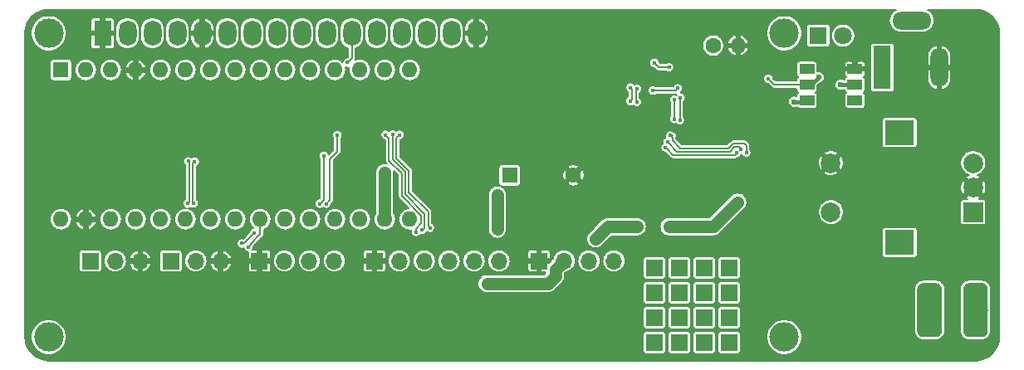
<source format=gbr>
G04 #@! TF.GenerationSoftware,KiCad,Pcbnew,(5.1.4)-1*
G04 #@! TF.CreationDate,2019-11-24T22:27:53-03:30*
G04 #@! TF.ProjectId,Striduino,53747269-6475-4696-9e6f-2e6b69636164,rev?*
G04 #@! TF.SameCoordinates,Original*
G04 #@! TF.FileFunction,Copper,L1,Top*
G04 #@! TF.FilePolarity,Positive*
%FSLAX46Y46*%
G04 Gerber Fmt 4.6, Leading zero omitted, Abs format (unit mm)*
G04 Created by KiCad (PCBNEW (5.1.4)-1) date 2019-11-24 22:27:53*
%MOMM*%
%LPD*%
G04 APERTURE LIST*
%ADD10R,1.800000X2.600000*%
%ADD11O,1.800000X2.600000*%
%ADD12C,3.000000*%
%ADD13O,4.000000X1.800000*%
%ADD14O,1.800000X4.000000*%
%ADD15R,1.800000X4.400000*%
%ADD16R,1.700000X1.700000*%
%ADD17C,2.000000*%
%ADD18R,3.000000X2.500000*%
%ADD19R,2.000000X2.000000*%
%ADD20C,0.100000*%
%ADD21C,2.500000*%
%ADD22R,1.500000X1.000000*%
%ADD23R,1.600000X1.600000*%
%ADD24O,1.600000X1.600000*%
%ADD25R,1.800000X1.800000*%
%ADD26C,1.800000*%
%ADD27O,1.700000X1.700000*%
%ADD28C,1.600000*%
%ADD29C,0.400000*%
%ADD30C,0.600000*%
%ADD31C,1.000000*%
%ADD32C,0.152400*%
%ADD33C,1.270000*%
%ADD34C,0.406400*%
%ADD35C,0.127000*%
G04 APERTURE END LIST*
D10*
X58249100Y-116249300D03*
D11*
X60789100Y-116249300D03*
X63329100Y-116249300D03*
X65869100Y-116249300D03*
X68409100Y-116249300D03*
X70949100Y-116249300D03*
X73489100Y-116249300D03*
X76029100Y-116249300D03*
X78569100Y-116249300D03*
X81109100Y-116249300D03*
X83649100Y-116249300D03*
X86189100Y-116249300D03*
X88729100Y-116249300D03*
X91269100Y-116249300D03*
X93809100Y-116249300D03*
X96349100Y-116249300D03*
D12*
X52750000Y-116249300D03*
X52750000Y-147250000D03*
X127748580Y-147250000D03*
X127749100Y-116249300D03*
D13*
X140750000Y-114950000D03*
D14*
X143550000Y-119750000D03*
D15*
X137750000Y-119750000D03*
D16*
X122120000Y-147820000D03*
X119580000Y-147820000D03*
X117040000Y-147820000D03*
X114500000Y-147820000D03*
X122120000Y-145280000D03*
X119580000Y-145280000D03*
X117040000Y-145280000D03*
X114500000Y-145280000D03*
X122120000Y-142740000D03*
X119580000Y-142740000D03*
X117040000Y-142740000D03*
X114500000Y-142740000D03*
X122120000Y-140200000D03*
X119580000Y-140200000D03*
X117040000Y-140200000D03*
X114500000Y-140200000D03*
D17*
X132500000Y-129500000D03*
X132500000Y-134500000D03*
D18*
X139500000Y-126400000D03*
X139500000Y-137600000D03*
D17*
X147000000Y-129500000D03*
X147000000Y-132000000D03*
D19*
X147000000Y-134500000D03*
D20*
G36*
X147936261Y-141753010D02*
G01*
X147996931Y-141762009D01*
X148056428Y-141776912D01*
X148114177Y-141797575D01*
X148169623Y-141823799D01*
X148222231Y-141855331D01*
X148271496Y-141891868D01*
X148316942Y-141933058D01*
X148358132Y-141978504D01*
X148394669Y-142027769D01*
X148426201Y-142080377D01*
X148452425Y-142135823D01*
X148473088Y-142193572D01*
X148487991Y-142253069D01*
X148496990Y-142313739D01*
X148500000Y-142375000D01*
X148500000Y-146625000D01*
X148496990Y-146686261D01*
X148487991Y-146746931D01*
X148473088Y-146806428D01*
X148452425Y-146864177D01*
X148426201Y-146919623D01*
X148394669Y-146972231D01*
X148358132Y-147021496D01*
X148316942Y-147066942D01*
X148271496Y-147108132D01*
X148222231Y-147144669D01*
X148169623Y-147176201D01*
X148114177Y-147202425D01*
X148056428Y-147223088D01*
X147996931Y-147237991D01*
X147936261Y-147246990D01*
X147875000Y-147250000D01*
X146625000Y-147250000D01*
X146563739Y-147246990D01*
X146503069Y-147237991D01*
X146443572Y-147223088D01*
X146385823Y-147202425D01*
X146330377Y-147176201D01*
X146277769Y-147144669D01*
X146228504Y-147108132D01*
X146183058Y-147066942D01*
X146141868Y-147021496D01*
X146105331Y-146972231D01*
X146073799Y-146919623D01*
X146047575Y-146864177D01*
X146026912Y-146806428D01*
X146012009Y-146746931D01*
X146003010Y-146686261D01*
X146000000Y-146625000D01*
X146000000Y-142375000D01*
X146003010Y-142313739D01*
X146012009Y-142253069D01*
X146026912Y-142193572D01*
X146047575Y-142135823D01*
X146073799Y-142080377D01*
X146105331Y-142027769D01*
X146141868Y-141978504D01*
X146183058Y-141933058D01*
X146228504Y-141891868D01*
X146277769Y-141855331D01*
X146330377Y-141823799D01*
X146385823Y-141797575D01*
X146443572Y-141776912D01*
X146503069Y-141762009D01*
X146563739Y-141753010D01*
X146625000Y-141750000D01*
X147875000Y-141750000D01*
X147936261Y-141753010D01*
X147936261Y-141753010D01*
G37*
D21*
X147250000Y-144500000D03*
D20*
G36*
X143236261Y-141753010D02*
G01*
X143296931Y-141762009D01*
X143356428Y-141776912D01*
X143414177Y-141797575D01*
X143469623Y-141823799D01*
X143522231Y-141855331D01*
X143571496Y-141891868D01*
X143616942Y-141933058D01*
X143658132Y-141978504D01*
X143694669Y-142027769D01*
X143726201Y-142080377D01*
X143752425Y-142135823D01*
X143773088Y-142193572D01*
X143787991Y-142253069D01*
X143796990Y-142313739D01*
X143800000Y-142375000D01*
X143800000Y-146625000D01*
X143796990Y-146686261D01*
X143787991Y-146746931D01*
X143773088Y-146806428D01*
X143752425Y-146864177D01*
X143726201Y-146919623D01*
X143694669Y-146972231D01*
X143658132Y-147021496D01*
X143616942Y-147066942D01*
X143571496Y-147108132D01*
X143522231Y-147144669D01*
X143469623Y-147176201D01*
X143414177Y-147202425D01*
X143356428Y-147223088D01*
X143296931Y-147237991D01*
X143236261Y-147246990D01*
X143175000Y-147250000D01*
X141925000Y-147250000D01*
X141863739Y-147246990D01*
X141803069Y-147237991D01*
X141743572Y-147223088D01*
X141685823Y-147202425D01*
X141630377Y-147176201D01*
X141577769Y-147144669D01*
X141528504Y-147108132D01*
X141483058Y-147066942D01*
X141441868Y-147021496D01*
X141405331Y-146972231D01*
X141373799Y-146919623D01*
X141347575Y-146864177D01*
X141326912Y-146806428D01*
X141312009Y-146746931D01*
X141303010Y-146686261D01*
X141300000Y-146625000D01*
X141300000Y-142375000D01*
X141303010Y-142313739D01*
X141312009Y-142253069D01*
X141326912Y-142193572D01*
X141347575Y-142135823D01*
X141373799Y-142080377D01*
X141405331Y-142027769D01*
X141441868Y-141978504D01*
X141483058Y-141933058D01*
X141528504Y-141891868D01*
X141577769Y-141855331D01*
X141630377Y-141823799D01*
X141685823Y-141797575D01*
X141743572Y-141776912D01*
X141803069Y-141762009D01*
X141863739Y-141753010D01*
X141925000Y-141750000D01*
X143175000Y-141750000D01*
X143236261Y-141753010D01*
X143236261Y-141753010D01*
G37*
D21*
X142550000Y-144500000D03*
D22*
X134950000Y-123100000D03*
X134950000Y-121500000D03*
X134950000Y-119900000D03*
X130050000Y-123100000D03*
X130050000Y-121500000D03*
X130050000Y-119900000D03*
D23*
X54000000Y-120000000D03*
D24*
X87020000Y-135240000D03*
X56540000Y-120000000D03*
X84480000Y-135240000D03*
X59080000Y-120000000D03*
X81940000Y-135240000D03*
X61620000Y-120000000D03*
X79400000Y-135240000D03*
X64160000Y-120000000D03*
X76860000Y-135240000D03*
X66700000Y-120000000D03*
X74320000Y-135240000D03*
X69240000Y-120000000D03*
X71780000Y-135240000D03*
X71780000Y-120000000D03*
X69240000Y-135240000D03*
X74320000Y-120000000D03*
X66700000Y-135240000D03*
X76860000Y-120000000D03*
X64160000Y-135240000D03*
X79400000Y-120000000D03*
X61620000Y-135240000D03*
X81940000Y-120000000D03*
X59080000Y-135240000D03*
X84480000Y-120000000D03*
X56540000Y-135240000D03*
X87020000Y-120000000D03*
X54000000Y-135240000D03*
X89560000Y-120000000D03*
X89560000Y-135240000D03*
D25*
X131210000Y-116500000D03*
D26*
X133750000Y-116500000D03*
D16*
X57000000Y-139500000D03*
D27*
X59540000Y-139500000D03*
X62080000Y-139500000D03*
X70290000Y-139500000D03*
X67750000Y-139500000D03*
D16*
X65210000Y-139500000D03*
D23*
X99750000Y-130750000D03*
D28*
X106250000Y-130750000D03*
D16*
X85960000Y-139500000D03*
D27*
X88500000Y-139500000D03*
X91040000Y-139500000D03*
X93580000Y-139500000D03*
X96120000Y-139500000D03*
X98660000Y-139500000D03*
D16*
X74250000Y-139500000D03*
D27*
X76790000Y-139500000D03*
X79330000Y-139500000D03*
X81870000Y-139500000D03*
X110370000Y-139500000D03*
X107830000Y-139500000D03*
X105290000Y-139500000D03*
D16*
X102750000Y-139500000D03*
D28*
X120500000Y-117500000D03*
D24*
X123040000Y-117500000D03*
D29*
X116900000Y-121875000D03*
X114350000Y-122100000D03*
D30*
X131250000Y-126750000D03*
X131250000Y-124500000D03*
X131750000Y-122250000D03*
X130800000Y-133400000D03*
X130800000Y-135800000D03*
X126900000Y-131200000D03*
X111850000Y-117500000D03*
X111075000Y-123725000D03*
D31*
X122250000Y-122225000D03*
D30*
X126815372Y-129353621D03*
X124615502Y-129353621D03*
D29*
X108000000Y-125000000D03*
X108000000Y-125750000D03*
X108000000Y-126500000D03*
X106000000Y-126500000D03*
X106000000Y-125750000D03*
X106000000Y-125000000D03*
X99500000Y-116250000D03*
X99500000Y-117250000D03*
X99250000Y-118000000D03*
X98575000Y-118625000D03*
X89100000Y-122775000D03*
X89100000Y-123600000D03*
X89100000Y-124650000D03*
X86275000Y-124700000D03*
X86250000Y-123725000D03*
X86250000Y-122850000D03*
X65950000Y-123125000D03*
X62175000Y-123250000D03*
X62125000Y-124175000D03*
X66075000Y-124075000D03*
X66100000Y-125200000D03*
X62050000Y-125200000D03*
D31*
X87000000Y-130500000D03*
X98500000Y-132750000D03*
X98500000Y-136250000D03*
D30*
X133499996Y-121500004D03*
D29*
X81050000Y-133650000D03*
X83225004Y-119250000D03*
X82175000Y-126675000D03*
D30*
X131250000Y-120750000D03*
D29*
X117100000Y-125150000D03*
X117175000Y-122825000D03*
X126125000Y-120900000D03*
X80375659Y-133646626D03*
X80800000Y-128758443D03*
X72450000Y-137700000D03*
X73726677Y-136625049D03*
X73125000Y-138050000D03*
X112050000Y-121800000D03*
X112050000Y-123175000D03*
X115650000Y-127925000D03*
X122898445Y-128470110D03*
X67644261Y-129357880D03*
X67540392Y-133631194D03*
X116550000Y-123050000D03*
X116514908Y-125017025D03*
X66925000Y-133625000D03*
X66975000Y-129324998D03*
X116000000Y-119725000D03*
X114500000Y-119275000D03*
D31*
X108500000Y-137250000D03*
X112750000Y-136000000D03*
X116000000Y-136000000D03*
X123000000Y-133500000D03*
X97450000Y-141800000D03*
D29*
X116130890Y-126694651D03*
X123875000Y-128425000D03*
X112724999Y-121949999D03*
X112700000Y-123275000D03*
X115855050Y-127361112D03*
X123350000Y-128075000D03*
X90200000Y-136525000D03*
X87100000Y-126625000D03*
X90825000Y-136325000D03*
X87825000Y-126600000D03*
X91625000Y-136100000D03*
X88525000Y-126625000D03*
D30*
X128750000Y-123250000D03*
D32*
X116900000Y-121875000D02*
X116675000Y-122100000D01*
X116675000Y-122100000D02*
X114350000Y-122100000D01*
X108000000Y-125000000D02*
X108000000Y-125750000D01*
X108000000Y-126500000D02*
X106000000Y-126500000D01*
X106000000Y-125750000D02*
X106000000Y-125000000D01*
X96349100Y-116249300D02*
X99499300Y-116249300D01*
X99499300Y-116249300D02*
X99500000Y-116250000D01*
X99500000Y-117750000D02*
X99500000Y-117250000D01*
X98575000Y-118625000D02*
X99500000Y-117750000D01*
X89100000Y-122775000D02*
X89100000Y-123600000D01*
X89100000Y-124650000D02*
X86325000Y-124650000D01*
X86325000Y-124650000D02*
X86275000Y-124700000D01*
X86250000Y-123725000D02*
X86250000Y-122850000D01*
X65950000Y-123125000D02*
X62300000Y-123125000D01*
X62300000Y-123125000D02*
X62175000Y-123250000D01*
X62125000Y-124175000D02*
X65975000Y-124175000D01*
X65975000Y-124175000D02*
X66075000Y-124075000D01*
X66100000Y-125200000D02*
X62050000Y-125200000D01*
D33*
X87000000Y-135220000D02*
X87020000Y-135240000D01*
X87000000Y-130500000D02*
X87000000Y-135220000D01*
X98500000Y-132750000D02*
X98500000Y-136250000D01*
D34*
X134950000Y-121500000D02*
X133500000Y-121500000D01*
X133500000Y-121500000D02*
X133499996Y-121500004D01*
D32*
X83649100Y-116249300D02*
X83649100Y-118825904D01*
X83649100Y-118825904D02*
X83425003Y-119050001D01*
X83425003Y-119050001D02*
X83225004Y-119250000D01*
X81425000Y-133275000D02*
X81050000Y-133650000D01*
X81425000Y-129075000D02*
X81425000Y-133275000D01*
X82175000Y-126675000D02*
X82175000Y-128325000D01*
X82175000Y-128325000D02*
X81425000Y-129075000D01*
D34*
X130050000Y-121500000D02*
X130500000Y-121500000D01*
X130500000Y-121500000D02*
X131250000Y-120750000D01*
D32*
X117100000Y-125150000D02*
X117100000Y-122900000D01*
X117100000Y-122900000D02*
X117175000Y-122825000D01*
X126725000Y-121500000D02*
X130050000Y-121500000D01*
X126125000Y-120900000D02*
X126725000Y-121500000D01*
X80800000Y-129041285D02*
X80800000Y-128758443D01*
X80800000Y-133222285D02*
X80800000Y-129041285D01*
X80375659Y-133646626D02*
X80800000Y-133222285D01*
X73726677Y-136625049D02*
X72651726Y-137700000D01*
X72651726Y-137700000D02*
X72450000Y-137700000D01*
X73324999Y-137750001D02*
X74320000Y-136755000D01*
X73324999Y-137850001D02*
X73324999Y-137750001D01*
X73125000Y-138050000D02*
X73324999Y-137850001D01*
X74320000Y-135240000D02*
X74320000Y-136755000D01*
X112200000Y-123025000D02*
X112050000Y-123175000D01*
X112050000Y-121800000D02*
X112200000Y-121950000D01*
X112200000Y-121950000D02*
X112200000Y-123025000D01*
X115849999Y-128124999D02*
X115650000Y-127925000D01*
X122898445Y-128470110D02*
X122688735Y-128679820D01*
X122688735Y-128679820D02*
X116404820Y-128679820D01*
X116404820Y-128679820D02*
X115849999Y-128124999D01*
X67475000Y-133565802D02*
X67540392Y-133631194D01*
X67644261Y-129357880D02*
X67475000Y-129527141D01*
X67475000Y-129527141D02*
X67475000Y-133565802D01*
X116550000Y-123050000D02*
X116550000Y-124981933D01*
X116550000Y-124981933D02*
X116514908Y-125017025D01*
X67100000Y-129449998D02*
X66975000Y-129324998D01*
X67100000Y-133450000D02*
X67100000Y-129449998D01*
X66925000Y-133625000D02*
X67100000Y-133450000D01*
X116000000Y-119725000D02*
X114950000Y-119725000D01*
X114950000Y-119725000D02*
X114500000Y-119275000D01*
D33*
X112042894Y-136000000D02*
X112750000Y-136000000D01*
X108500000Y-137250000D02*
X109750000Y-136000000D01*
X109750000Y-136000000D02*
X112042894Y-136000000D01*
X116000000Y-136000000D02*
X120500000Y-136000000D01*
X120500000Y-136000000D02*
X123000000Y-133500000D01*
X104440001Y-141013001D02*
X103653002Y-141800000D01*
X105290000Y-139500000D02*
X104440001Y-140349999D01*
X104440001Y-140349999D02*
X104440001Y-141013001D01*
X103653002Y-141800000D02*
X97450000Y-141800000D01*
D32*
X116413732Y-126694651D02*
X116130890Y-126694651D01*
X123600000Y-127500000D02*
X123625000Y-127500000D01*
X123875000Y-127700000D02*
X123875000Y-128425000D01*
X123600000Y-127500000D02*
X123675000Y-127500000D01*
X123675000Y-127500000D02*
X123875000Y-127700000D01*
X122550000Y-127500000D02*
X123600000Y-127500000D01*
X122075000Y-127975000D02*
X122550000Y-127500000D01*
X117150000Y-127975000D02*
X122075000Y-127975000D01*
X116330889Y-127155889D02*
X117150000Y-127975000D01*
X116130890Y-126694651D02*
X116330889Y-126894650D01*
X116330889Y-126894650D02*
X116330889Y-127155889D01*
X112625000Y-123200000D02*
X112700000Y-123275000D01*
X112724999Y-121949999D02*
X112625000Y-122049998D01*
X112625000Y-122049998D02*
X112625000Y-123200000D01*
X116821348Y-128327410D02*
X122220974Y-128327410D01*
X115855050Y-127361112D02*
X116821348Y-128327410D01*
X122220974Y-128327410D02*
X122673383Y-127875001D01*
X122673383Y-127875001D02*
X123150001Y-127875001D01*
X123150001Y-127875001D02*
X123350000Y-128075000D01*
X90200000Y-136242158D02*
X90200000Y-136525000D01*
X90200000Y-136192778D02*
X90200000Y-136242158D01*
X90745178Y-135647600D02*
X90200000Y-136192778D01*
X87450000Y-126975000D02*
X87450000Y-129246768D01*
X87100000Y-126625000D02*
X87450000Y-126975000D01*
X87450000Y-129246768D02*
X88770180Y-130566948D01*
X88770180Y-130566948D02*
X88770181Y-132857403D01*
X88770181Y-132857403D02*
X90745178Y-134832400D01*
X90745178Y-134832400D02*
X90745178Y-135647600D01*
X91097589Y-136052411D02*
X91024999Y-136125001D01*
X87825000Y-129123384D02*
X89122589Y-130420973D01*
X89122591Y-132711429D02*
X91097589Y-134686427D01*
X89122589Y-130420973D02*
X89122591Y-132711429D01*
X87825000Y-126600000D02*
X87825000Y-129123384D01*
X91097589Y-134686427D02*
X91097589Y-136052411D01*
X91024999Y-136125001D02*
X90825000Y-136325000D01*
X91450000Y-135925000D02*
X91625000Y-136100000D01*
X91450000Y-134475000D02*
X91450000Y-135925000D01*
X89475000Y-130275000D02*
X89475000Y-132500000D01*
X88200000Y-129000000D02*
X89475000Y-130275000D01*
X89475000Y-132500000D02*
X91450000Y-134475000D01*
X88200000Y-126950000D02*
X88200000Y-129000000D01*
X88525000Y-126625000D02*
X88200000Y-126950000D01*
D34*
X129900000Y-123250000D02*
X130050000Y-123100000D01*
X128750000Y-123250000D02*
X129900000Y-123250000D01*
D35*
G36*
X138970321Y-113932788D02*
G01*
X138784933Y-114084933D01*
X138632788Y-114270321D01*
X138519735Y-114481829D01*
X138450117Y-114711328D01*
X138426610Y-114950000D01*
X138450117Y-115188672D01*
X138519735Y-115418171D01*
X138632788Y-115629679D01*
X138784933Y-115815067D01*
X138970321Y-115967212D01*
X139181829Y-116080265D01*
X139411328Y-116149883D01*
X139590197Y-116167500D01*
X141909803Y-116167500D01*
X142088672Y-116149883D01*
X142318171Y-116080265D01*
X142529679Y-115967212D01*
X142715067Y-115815067D01*
X142867212Y-115629679D01*
X142980265Y-115418171D01*
X143049883Y-115188672D01*
X143073390Y-114950000D01*
X143049883Y-114711328D01*
X142980265Y-114481829D01*
X142867212Y-114270321D01*
X142715067Y-114084933D01*
X142529679Y-113932788D01*
X142360761Y-113842500D01*
X147233253Y-113842500D01*
X147717298Y-113889961D01*
X148166803Y-114025674D01*
X148581380Y-114246109D01*
X148945252Y-114542876D01*
X149244548Y-114904664D01*
X149467871Y-115317691D01*
X149606718Y-115766235D01*
X149657496Y-116249349D01*
X149657500Y-116250622D01*
X149657501Y-147233243D01*
X149610039Y-147717298D01*
X149474326Y-148166804D01*
X149253892Y-148581378D01*
X148957124Y-148945252D01*
X148595342Y-149244543D01*
X148182309Y-149467871D01*
X147733765Y-149606718D01*
X147250651Y-149657496D01*
X147249378Y-149657500D01*
X52766747Y-149657500D01*
X52282702Y-149610039D01*
X51833196Y-149474326D01*
X51418622Y-149253892D01*
X51054748Y-148957124D01*
X50755457Y-148595342D01*
X50532129Y-148182309D01*
X50393282Y-147733765D01*
X50342504Y-147250651D01*
X50342500Y-147249378D01*
X50342500Y-147070992D01*
X50932500Y-147070992D01*
X50932500Y-147429008D01*
X51002346Y-147780145D01*
X51139352Y-148110909D01*
X51338256Y-148408589D01*
X51591411Y-148661744D01*
X51889091Y-148860648D01*
X52219855Y-148997654D01*
X52570992Y-149067500D01*
X52929008Y-149067500D01*
X53280145Y-148997654D01*
X53610909Y-148860648D01*
X53908589Y-148661744D01*
X54161744Y-148408589D01*
X54360648Y-148110909D01*
X54497654Y-147780145D01*
X54567500Y-147429008D01*
X54567500Y-147070992D01*
X54547412Y-146970000D01*
X113330964Y-146970000D01*
X113330964Y-148670000D01*
X113337094Y-148732241D01*
X113355249Y-148792090D01*
X113384731Y-148847247D01*
X113424407Y-148895593D01*
X113472753Y-148935269D01*
X113527910Y-148964751D01*
X113587759Y-148982906D01*
X113650000Y-148989036D01*
X115350000Y-148989036D01*
X115412241Y-148982906D01*
X115472090Y-148964751D01*
X115527247Y-148935269D01*
X115575593Y-148895593D01*
X115615269Y-148847247D01*
X115644751Y-148792090D01*
X115662906Y-148732241D01*
X115669036Y-148670000D01*
X115669036Y-146970000D01*
X115870964Y-146970000D01*
X115870964Y-148670000D01*
X115877094Y-148732241D01*
X115895249Y-148792090D01*
X115924731Y-148847247D01*
X115964407Y-148895593D01*
X116012753Y-148935269D01*
X116067910Y-148964751D01*
X116127759Y-148982906D01*
X116190000Y-148989036D01*
X117890000Y-148989036D01*
X117952241Y-148982906D01*
X118012090Y-148964751D01*
X118067247Y-148935269D01*
X118115593Y-148895593D01*
X118155269Y-148847247D01*
X118184751Y-148792090D01*
X118202906Y-148732241D01*
X118209036Y-148670000D01*
X118209036Y-146970000D01*
X118410964Y-146970000D01*
X118410964Y-148670000D01*
X118417094Y-148732241D01*
X118435249Y-148792090D01*
X118464731Y-148847247D01*
X118504407Y-148895593D01*
X118552753Y-148935269D01*
X118607910Y-148964751D01*
X118667759Y-148982906D01*
X118730000Y-148989036D01*
X120430000Y-148989036D01*
X120492241Y-148982906D01*
X120552090Y-148964751D01*
X120607247Y-148935269D01*
X120655593Y-148895593D01*
X120695269Y-148847247D01*
X120724751Y-148792090D01*
X120742906Y-148732241D01*
X120749036Y-148670000D01*
X120749036Y-146970000D01*
X120950964Y-146970000D01*
X120950964Y-148670000D01*
X120957094Y-148732241D01*
X120975249Y-148792090D01*
X121004731Y-148847247D01*
X121044407Y-148895593D01*
X121092753Y-148935269D01*
X121147910Y-148964751D01*
X121207759Y-148982906D01*
X121270000Y-148989036D01*
X122970000Y-148989036D01*
X123032241Y-148982906D01*
X123092090Y-148964751D01*
X123147247Y-148935269D01*
X123195593Y-148895593D01*
X123235269Y-148847247D01*
X123264751Y-148792090D01*
X123282906Y-148732241D01*
X123289036Y-148670000D01*
X123289036Y-147070992D01*
X125931080Y-147070992D01*
X125931080Y-147429008D01*
X126000926Y-147780145D01*
X126137932Y-148110909D01*
X126336836Y-148408589D01*
X126589991Y-148661744D01*
X126887671Y-148860648D01*
X127218435Y-148997654D01*
X127569572Y-149067500D01*
X127927588Y-149067500D01*
X128278725Y-148997654D01*
X128609489Y-148860648D01*
X128907169Y-148661744D01*
X129160324Y-148408589D01*
X129359228Y-148110909D01*
X129496234Y-147780145D01*
X129566080Y-147429008D01*
X129566080Y-147070992D01*
X129496234Y-146719855D01*
X129359228Y-146389091D01*
X129160324Y-146091411D01*
X128907169Y-145838256D01*
X128609489Y-145639352D01*
X128278725Y-145502346D01*
X127927588Y-145432500D01*
X127569572Y-145432500D01*
X127218435Y-145502346D01*
X126887671Y-145639352D01*
X126589991Y-145838256D01*
X126336836Y-146091411D01*
X126137932Y-146389091D01*
X126000926Y-146719855D01*
X125931080Y-147070992D01*
X123289036Y-147070992D01*
X123289036Y-146970000D01*
X123282906Y-146907759D01*
X123264751Y-146847910D01*
X123235269Y-146792753D01*
X123195593Y-146744407D01*
X123147247Y-146704731D01*
X123092090Y-146675249D01*
X123032241Y-146657094D01*
X122970000Y-146650964D01*
X121270000Y-146650964D01*
X121207759Y-146657094D01*
X121147910Y-146675249D01*
X121092753Y-146704731D01*
X121044407Y-146744407D01*
X121004731Y-146792753D01*
X120975249Y-146847910D01*
X120957094Y-146907759D01*
X120950964Y-146970000D01*
X120749036Y-146970000D01*
X120742906Y-146907759D01*
X120724751Y-146847910D01*
X120695269Y-146792753D01*
X120655593Y-146744407D01*
X120607247Y-146704731D01*
X120552090Y-146675249D01*
X120492241Y-146657094D01*
X120430000Y-146650964D01*
X118730000Y-146650964D01*
X118667759Y-146657094D01*
X118607910Y-146675249D01*
X118552753Y-146704731D01*
X118504407Y-146744407D01*
X118464731Y-146792753D01*
X118435249Y-146847910D01*
X118417094Y-146907759D01*
X118410964Y-146970000D01*
X118209036Y-146970000D01*
X118202906Y-146907759D01*
X118184751Y-146847910D01*
X118155269Y-146792753D01*
X118115593Y-146744407D01*
X118067247Y-146704731D01*
X118012090Y-146675249D01*
X117952241Y-146657094D01*
X117890000Y-146650964D01*
X116190000Y-146650964D01*
X116127759Y-146657094D01*
X116067910Y-146675249D01*
X116012753Y-146704731D01*
X115964407Y-146744407D01*
X115924731Y-146792753D01*
X115895249Y-146847910D01*
X115877094Y-146907759D01*
X115870964Y-146970000D01*
X115669036Y-146970000D01*
X115662906Y-146907759D01*
X115644751Y-146847910D01*
X115615269Y-146792753D01*
X115575593Y-146744407D01*
X115527247Y-146704731D01*
X115472090Y-146675249D01*
X115412241Y-146657094D01*
X115350000Y-146650964D01*
X113650000Y-146650964D01*
X113587759Y-146657094D01*
X113527910Y-146675249D01*
X113472753Y-146704731D01*
X113424407Y-146744407D01*
X113384731Y-146792753D01*
X113355249Y-146847910D01*
X113337094Y-146907759D01*
X113330964Y-146970000D01*
X54547412Y-146970000D01*
X54497654Y-146719855D01*
X54360648Y-146389091D01*
X54161744Y-146091411D01*
X53908589Y-145838256D01*
X53610909Y-145639352D01*
X53280145Y-145502346D01*
X52929008Y-145432500D01*
X52570992Y-145432500D01*
X52219855Y-145502346D01*
X51889091Y-145639352D01*
X51591411Y-145838256D01*
X51338256Y-146091411D01*
X51139352Y-146389091D01*
X51002346Y-146719855D01*
X50932500Y-147070992D01*
X50342500Y-147070992D01*
X50342500Y-144430000D01*
X113330964Y-144430000D01*
X113330964Y-146130000D01*
X113337094Y-146192241D01*
X113355249Y-146252090D01*
X113384731Y-146307247D01*
X113424407Y-146355593D01*
X113472753Y-146395269D01*
X113527910Y-146424751D01*
X113587759Y-146442906D01*
X113650000Y-146449036D01*
X115350000Y-146449036D01*
X115412241Y-146442906D01*
X115472090Y-146424751D01*
X115527247Y-146395269D01*
X115575593Y-146355593D01*
X115615269Y-146307247D01*
X115644751Y-146252090D01*
X115662906Y-146192241D01*
X115669036Y-146130000D01*
X115669036Y-144430000D01*
X115870964Y-144430000D01*
X115870964Y-146130000D01*
X115877094Y-146192241D01*
X115895249Y-146252090D01*
X115924731Y-146307247D01*
X115964407Y-146355593D01*
X116012753Y-146395269D01*
X116067910Y-146424751D01*
X116127759Y-146442906D01*
X116190000Y-146449036D01*
X117890000Y-146449036D01*
X117952241Y-146442906D01*
X118012090Y-146424751D01*
X118067247Y-146395269D01*
X118115593Y-146355593D01*
X118155269Y-146307247D01*
X118184751Y-146252090D01*
X118202906Y-146192241D01*
X118209036Y-146130000D01*
X118209036Y-144430000D01*
X118410964Y-144430000D01*
X118410964Y-146130000D01*
X118417094Y-146192241D01*
X118435249Y-146252090D01*
X118464731Y-146307247D01*
X118504407Y-146355593D01*
X118552753Y-146395269D01*
X118607910Y-146424751D01*
X118667759Y-146442906D01*
X118730000Y-146449036D01*
X120430000Y-146449036D01*
X120492241Y-146442906D01*
X120552090Y-146424751D01*
X120607247Y-146395269D01*
X120655593Y-146355593D01*
X120695269Y-146307247D01*
X120724751Y-146252090D01*
X120742906Y-146192241D01*
X120749036Y-146130000D01*
X120749036Y-144430000D01*
X120950964Y-144430000D01*
X120950964Y-146130000D01*
X120957094Y-146192241D01*
X120975249Y-146252090D01*
X121004731Y-146307247D01*
X121044407Y-146355593D01*
X121092753Y-146395269D01*
X121147910Y-146424751D01*
X121207759Y-146442906D01*
X121270000Y-146449036D01*
X122970000Y-146449036D01*
X123032241Y-146442906D01*
X123092090Y-146424751D01*
X123147247Y-146395269D01*
X123195593Y-146355593D01*
X123235269Y-146307247D01*
X123264751Y-146252090D01*
X123282906Y-146192241D01*
X123289036Y-146130000D01*
X123289036Y-144430000D01*
X123282906Y-144367759D01*
X123264751Y-144307910D01*
X123235269Y-144252753D01*
X123195593Y-144204407D01*
X123147247Y-144164731D01*
X123092090Y-144135249D01*
X123032241Y-144117094D01*
X122970000Y-144110964D01*
X121270000Y-144110964D01*
X121207759Y-144117094D01*
X121147910Y-144135249D01*
X121092753Y-144164731D01*
X121044407Y-144204407D01*
X121004731Y-144252753D01*
X120975249Y-144307910D01*
X120957094Y-144367759D01*
X120950964Y-144430000D01*
X120749036Y-144430000D01*
X120742906Y-144367759D01*
X120724751Y-144307910D01*
X120695269Y-144252753D01*
X120655593Y-144204407D01*
X120607247Y-144164731D01*
X120552090Y-144135249D01*
X120492241Y-144117094D01*
X120430000Y-144110964D01*
X118730000Y-144110964D01*
X118667759Y-144117094D01*
X118607910Y-144135249D01*
X118552753Y-144164731D01*
X118504407Y-144204407D01*
X118464731Y-144252753D01*
X118435249Y-144307910D01*
X118417094Y-144367759D01*
X118410964Y-144430000D01*
X118209036Y-144430000D01*
X118202906Y-144367759D01*
X118184751Y-144307910D01*
X118155269Y-144252753D01*
X118115593Y-144204407D01*
X118067247Y-144164731D01*
X118012090Y-144135249D01*
X117952241Y-144117094D01*
X117890000Y-144110964D01*
X116190000Y-144110964D01*
X116127759Y-144117094D01*
X116067910Y-144135249D01*
X116012753Y-144164731D01*
X115964407Y-144204407D01*
X115924731Y-144252753D01*
X115895249Y-144307910D01*
X115877094Y-144367759D01*
X115870964Y-144430000D01*
X115669036Y-144430000D01*
X115662906Y-144367759D01*
X115644751Y-144307910D01*
X115615269Y-144252753D01*
X115575593Y-144204407D01*
X115527247Y-144164731D01*
X115472090Y-144135249D01*
X115412241Y-144117094D01*
X115350000Y-144110964D01*
X113650000Y-144110964D01*
X113587759Y-144117094D01*
X113527910Y-144135249D01*
X113472753Y-144164731D01*
X113424407Y-144204407D01*
X113384731Y-144252753D01*
X113355249Y-144307910D01*
X113337094Y-144367759D01*
X113330964Y-144430000D01*
X50342500Y-144430000D01*
X50342500Y-141800000D01*
X96492892Y-141800000D01*
X96511283Y-141986723D01*
X96565748Y-142166269D01*
X96654194Y-142331741D01*
X96773222Y-142476778D01*
X96918259Y-142595806D01*
X97083731Y-142684252D01*
X97263277Y-142738717D01*
X97403215Y-142752500D01*
X103606217Y-142752500D01*
X103653002Y-142757108D01*
X103699787Y-142752500D01*
X103839725Y-142738717D01*
X104019271Y-142684252D01*
X104184743Y-142595806D01*
X104329780Y-142476778D01*
X104359609Y-142440431D01*
X104910040Y-141890000D01*
X113330964Y-141890000D01*
X113330964Y-143590000D01*
X113337094Y-143652241D01*
X113355249Y-143712090D01*
X113384731Y-143767247D01*
X113424407Y-143815593D01*
X113472753Y-143855269D01*
X113527910Y-143884751D01*
X113587759Y-143902906D01*
X113650000Y-143909036D01*
X115350000Y-143909036D01*
X115412241Y-143902906D01*
X115472090Y-143884751D01*
X115527247Y-143855269D01*
X115575593Y-143815593D01*
X115615269Y-143767247D01*
X115644751Y-143712090D01*
X115662906Y-143652241D01*
X115669036Y-143590000D01*
X115669036Y-141890000D01*
X115870964Y-141890000D01*
X115870964Y-143590000D01*
X115877094Y-143652241D01*
X115895249Y-143712090D01*
X115924731Y-143767247D01*
X115964407Y-143815593D01*
X116012753Y-143855269D01*
X116067910Y-143884751D01*
X116127759Y-143902906D01*
X116190000Y-143909036D01*
X117890000Y-143909036D01*
X117952241Y-143902906D01*
X118012090Y-143884751D01*
X118067247Y-143855269D01*
X118115593Y-143815593D01*
X118155269Y-143767247D01*
X118184751Y-143712090D01*
X118202906Y-143652241D01*
X118209036Y-143590000D01*
X118209036Y-141890000D01*
X118410964Y-141890000D01*
X118410964Y-143590000D01*
X118417094Y-143652241D01*
X118435249Y-143712090D01*
X118464731Y-143767247D01*
X118504407Y-143815593D01*
X118552753Y-143855269D01*
X118607910Y-143884751D01*
X118667759Y-143902906D01*
X118730000Y-143909036D01*
X120430000Y-143909036D01*
X120492241Y-143902906D01*
X120552090Y-143884751D01*
X120607247Y-143855269D01*
X120655593Y-143815593D01*
X120695269Y-143767247D01*
X120724751Y-143712090D01*
X120742906Y-143652241D01*
X120749036Y-143590000D01*
X120749036Y-141890000D01*
X120950964Y-141890000D01*
X120950964Y-143590000D01*
X120957094Y-143652241D01*
X120975249Y-143712090D01*
X121004731Y-143767247D01*
X121044407Y-143815593D01*
X121092753Y-143855269D01*
X121147910Y-143884751D01*
X121207759Y-143902906D01*
X121270000Y-143909036D01*
X122970000Y-143909036D01*
X123032241Y-143902906D01*
X123092090Y-143884751D01*
X123147247Y-143855269D01*
X123195593Y-143815593D01*
X123235269Y-143767247D01*
X123264751Y-143712090D01*
X123282906Y-143652241D01*
X123289036Y-143590000D01*
X123289036Y-142375000D01*
X140980964Y-142375000D01*
X140980964Y-146625000D01*
X140999103Y-146809172D01*
X141052824Y-146986267D01*
X141140063Y-147149478D01*
X141257466Y-147292534D01*
X141400522Y-147409937D01*
X141563733Y-147497176D01*
X141740828Y-147550897D01*
X141925000Y-147569036D01*
X143175000Y-147569036D01*
X143359172Y-147550897D01*
X143536267Y-147497176D01*
X143699478Y-147409937D01*
X143842534Y-147292534D01*
X143959937Y-147149478D01*
X144047176Y-146986267D01*
X144100897Y-146809172D01*
X144119036Y-146625000D01*
X144119036Y-142375000D01*
X145680964Y-142375000D01*
X145680964Y-146625000D01*
X145699103Y-146809172D01*
X145752824Y-146986267D01*
X145840063Y-147149478D01*
X145957466Y-147292534D01*
X146100522Y-147409937D01*
X146263733Y-147497176D01*
X146440828Y-147550897D01*
X146625000Y-147569036D01*
X147875000Y-147569036D01*
X148059172Y-147550897D01*
X148236267Y-147497176D01*
X148399478Y-147409937D01*
X148542534Y-147292534D01*
X148659937Y-147149478D01*
X148747176Y-146986267D01*
X148800897Y-146809172D01*
X148819036Y-146625000D01*
X148819036Y-142375000D01*
X148800897Y-142190828D01*
X148747176Y-142013733D01*
X148659937Y-141850522D01*
X148542534Y-141707466D01*
X148399478Y-141590063D01*
X148236267Y-141502824D01*
X148059172Y-141449103D01*
X147875000Y-141430964D01*
X146625000Y-141430964D01*
X146440828Y-141449103D01*
X146263733Y-141502824D01*
X146100522Y-141590063D01*
X145957466Y-141707466D01*
X145840063Y-141850522D01*
X145752824Y-142013733D01*
X145699103Y-142190828D01*
X145680964Y-142375000D01*
X144119036Y-142375000D01*
X144100897Y-142190828D01*
X144047176Y-142013733D01*
X143959937Y-141850522D01*
X143842534Y-141707466D01*
X143699478Y-141590063D01*
X143536267Y-141502824D01*
X143359172Y-141449103D01*
X143175000Y-141430964D01*
X141925000Y-141430964D01*
X141740828Y-141449103D01*
X141563733Y-141502824D01*
X141400522Y-141590063D01*
X141257466Y-141707466D01*
X141140063Y-141850522D01*
X141052824Y-142013733D01*
X140999103Y-142190828D01*
X140980964Y-142375000D01*
X123289036Y-142375000D01*
X123289036Y-141890000D01*
X123282906Y-141827759D01*
X123264751Y-141767910D01*
X123235269Y-141712753D01*
X123195593Y-141664407D01*
X123147247Y-141624731D01*
X123092090Y-141595249D01*
X123032241Y-141577094D01*
X122970000Y-141570964D01*
X121270000Y-141570964D01*
X121207759Y-141577094D01*
X121147910Y-141595249D01*
X121092753Y-141624731D01*
X121044407Y-141664407D01*
X121004731Y-141712753D01*
X120975249Y-141767910D01*
X120957094Y-141827759D01*
X120950964Y-141890000D01*
X120749036Y-141890000D01*
X120742906Y-141827759D01*
X120724751Y-141767910D01*
X120695269Y-141712753D01*
X120655593Y-141664407D01*
X120607247Y-141624731D01*
X120552090Y-141595249D01*
X120492241Y-141577094D01*
X120430000Y-141570964D01*
X118730000Y-141570964D01*
X118667759Y-141577094D01*
X118607910Y-141595249D01*
X118552753Y-141624731D01*
X118504407Y-141664407D01*
X118464731Y-141712753D01*
X118435249Y-141767910D01*
X118417094Y-141827759D01*
X118410964Y-141890000D01*
X118209036Y-141890000D01*
X118202906Y-141827759D01*
X118184751Y-141767910D01*
X118155269Y-141712753D01*
X118115593Y-141664407D01*
X118067247Y-141624731D01*
X118012090Y-141595249D01*
X117952241Y-141577094D01*
X117890000Y-141570964D01*
X116190000Y-141570964D01*
X116127759Y-141577094D01*
X116067910Y-141595249D01*
X116012753Y-141624731D01*
X115964407Y-141664407D01*
X115924731Y-141712753D01*
X115895249Y-141767910D01*
X115877094Y-141827759D01*
X115870964Y-141890000D01*
X115669036Y-141890000D01*
X115662906Y-141827759D01*
X115644751Y-141767910D01*
X115615269Y-141712753D01*
X115575593Y-141664407D01*
X115527247Y-141624731D01*
X115472090Y-141595249D01*
X115412241Y-141577094D01*
X115350000Y-141570964D01*
X113650000Y-141570964D01*
X113587759Y-141577094D01*
X113527910Y-141595249D01*
X113472753Y-141624731D01*
X113424407Y-141664407D01*
X113384731Y-141712753D01*
X113355249Y-141767910D01*
X113337094Y-141827759D01*
X113330964Y-141890000D01*
X104910040Y-141890000D01*
X105080432Y-141719608D01*
X105116779Y-141689779D01*
X105235807Y-141544742D01*
X105306348Y-141412768D01*
X105324253Y-141379271D01*
X105357928Y-141268259D01*
X105378718Y-141199724D01*
X105392501Y-141059785D01*
X105397109Y-141013001D01*
X105392501Y-140966216D01*
X105392501Y-140744537D01*
X105482887Y-140654151D01*
X105518870Y-140650607D01*
X105738945Y-140583848D01*
X105941767Y-140475438D01*
X106119542Y-140329542D01*
X106265438Y-140151767D01*
X106373848Y-139948945D01*
X106440607Y-139728870D01*
X106463149Y-139500000D01*
X106656851Y-139500000D01*
X106679393Y-139728870D01*
X106746152Y-139948945D01*
X106854562Y-140151767D01*
X107000458Y-140329542D01*
X107178233Y-140475438D01*
X107381055Y-140583848D01*
X107601130Y-140650607D01*
X107772645Y-140667500D01*
X107887355Y-140667500D01*
X108058870Y-140650607D01*
X108278945Y-140583848D01*
X108481767Y-140475438D01*
X108659542Y-140329542D01*
X108805438Y-140151767D01*
X108913848Y-139948945D01*
X108980607Y-139728870D01*
X109003149Y-139500000D01*
X109196851Y-139500000D01*
X109219393Y-139728870D01*
X109286152Y-139948945D01*
X109394562Y-140151767D01*
X109540458Y-140329542D01*
X109718233Y-140475438D01*
X109921055Y-140583848D01*
X110141130Y-140650607D01*
X110312645Y-140667500D01*
X110427355Y-140667500D01*
X110598870Y-140650607D01*
X110818945Y-140583848D01*
X111021767Y-140475438D01*
X111199542Y-140329542D01*
X111345438Y-140151767D01*
X111453848Y-139948945D01*
X111520607Y-139728870D01*
X111543149Y-139500000D01*
X111528376Y-139350000D01*
X113330964Y-139350000D01*
X113330964Y-141050000D01*
X113337094Y-141112241D01*
X113355249Y-141172090D01*
X113384731Y-141227247D01*
X113424407Y-141275593D01*
X113472753Y-141315269D01*
X113527910Y-141344751D01*
X113587759Y-141362906D01*
X113650000Y-141369036D01*
X115350000Y-141369036D01*
X115412241Y-141362906D01*
X115472090Y-141344751D01*
X115527247Y-141315269D01*
X115575593Y-141275593D01*
X115615269Y-141227247D01*
X115644751Y-141172090D01*
X115662906Y-141112241D01*
X115669036Y-141050000D01*
X115669036Y-139350000D01*
X115870964Y-139350000D01*
X115870964Y-141050000D01*
X115877094Y-141112241D01*
X115895249Y-141172090D01*
X115924731Y-141227247D01*
X115964407Y-141275593D01*
X116012753Y-141315269D01*
X116067910Y-141344751D01*
X116127759Y-141362906D01*
X116190000Y-141369036D01*
X117890000Y-141369036D01*
X117952241Y-141362906D01*
X118012090Y-141344751D01*
X118067247Y-141315269D01*
X118115593Y-141275593D01*
X118155269Y-141227247D01*
X118184751Y-141172090D01*
X118202906Y-141112241D01*
X118209036Y-141050000D01*
X118209036Y-139350000D01*
X118410964Y-139350000D01*
X118410964Y-141050000D01*
X118417094Y-141112241D01*
X118435249Y-141172090D01*
X118464731Y-141227247D01*
X118504407Y-141275593D01*
X118552753Y-141315269D01*
X118607910Y-141344751D01*
X118667759Y-141362906D01*
X118730000Y-141369036D01*
X120430000Y-141369036D01*
X120492241Y-141362906D01*
X120552090Y-141344751D01*
X120607247Y-141315269D01*
X120655593Y-141275593D01*
X120695269Y-141227247D01*
X120724751Y-141172090D01*
X120742906Y-141112241D01*
X120749036Y-141050000D01*
X120749036Y-139350000D01*
X120950964Y-139350000D01*
X120950964Y-141050000D01*
X120957094Y-141112241D01*
X120975249Y-141172090D01*
X121004731Y-141227247D01*
X121044407Y-141275593D01*
X121092753Y-141315269D01*
X121147910Y-141344751D01*
X121207759Y-141362906D01*
X121270000Y-141369036D01*
X122970000Y-141369036D01*
X123032241Y-141362906D01*
X123092090Y-141344751D01*
X123147247Y-141315269D01*
X123195593Y-141275593D01*
X123235269Y-141227247D01*
X123264751Y-141172090D01*
X123282906Y-141112241D01*
X123289036Y-141050000D01*
X123289036Y-139350000D01*
X123282906Y-139287759D01*
X123264751Y-139227910D01*
X123235269Y-139172753D01*
X123195593Y-139124407D01*
X123147247Y-139084731D01*
X123092090Y-139055249D01*
X123032241Y-139037094D01*
X122970000Y-139030964D01*
X121270000Y-139030964D01*
X121207759Y-139037094D01*
X121147910Y-139055249D01*
X121092753Y-139084731D01*
X121044407Y-139124407D01*
X121004731Y-139172753D01*
X120975249Y-139227910D01*
X120957094Y-139287759D01*
X120950964Y-139350000D01*
X120749036Y-139350000D01*
X120742906Y-139287759D01*
X120724751Y-139227910D01*
X120695269Y-139172753D01*
X120655593Y-139124407D01*
X120607247Y-139084731D01*
X120552090Y-139055249D01*
X120492241Y-139037094D01*
X120430000Y-139030964D01*
X118730000Y-139030964D01*
X118667759Y-139037094D01*
X118607910Y-139055249D01*
X118552753Y-139084731D01*
X118504407Y-139124407D01*
X118464731Y-139172753D01*
X118435249Y-139227910D01*
X118417094Y-139287759D01*
X118410964Y-139350000D01*
X118209036Y-139350000D01*
X118202906Y-139287759D01*
X118184751Y-139227910D01*
X118155269Y-139172753D01*
X118115593Y-139124407D01*
X118067247Y-139084731D01*
X118012090Y-139055249D01*
X117952241Y-139037094D01*
X117890000Y-139030964D01*
X116190000Y-139030964D01*
X116127759Y-139037094D01*
X116067910Y-139055249D01*
X116012753Y-139084731D01*
X115964407Y-139124407D01*
X115924731Y-139172753D01*
X115895249Y-139227910D01*
X115877094Y-139287759D01*
X115870964Y-139350000D01*
X115669036Y-139350000D01*
X115662906Y-139287759D01*
X115644751Y-139227910D01*
X115615269Y-139172753D01*
X115575593Y-139124407D01*
X115527247Y-139084731D01*
X115472090Y-139055249D01*
X115412241Y-139037094D01*
X115350000Y-139030964D01*
X113650000Y-139030964D01*
X113587759Y-139037094D01*
X113527910Y-139055249D01*
X113472753Y-139084731D01*
X113424407Y-139124407D01*
X113384731Y-139172753D01*
X113355249Y-139227910D01*
X113337094Y-139287759D01*
X113330964Y-139350000D01*
X111528376Y-139350000D01*
X111520607Y-139271130D01*
X111453848Y-139051055D01*
X111345438Y-138848233D01*
X111199542Y-138670458D01*
X111021767Y-138524562D01*
X110818945Y-138416152D01*
X110598870Y-138349393D01*
X110427355Y-138332500D01*
X110312645Y-138332500D01*
X110141130Y-138349393D01*
X109921055Y-138416152D01*
X109718233Y-138524562D01*
X109540458Y-138670458D01*
X109394562Y-138848233D01*
X109286152Y-139051055D01*
X109219393Y-139271130D01*
X109196851Y-139500000D01*
X109003149Y-139500000D01*
X108980607Y-139271130D01*
X108913848Y-139051055D01*
X108805438Y-138848233D01*
X108659542Y-138670458D01*
X108481767Y-138524562D01*
X108278945Y-138416152D01*
X108058870Y-138349393D01*
X107887355Y-138332500D01*
X107772645Y-138332500D01*
X107601130Y-138349393D01*
X107381055Y-138416152D01*
X107178233Y-138524562D01*
X107000458Y-138670458D01*
X106854562Y-138848233D01*
X106746152Y-139051055D01*
X106679393Y-139271130D01*
X106656851Y-139500000D01*
X106463149Y-139500000D01*
X106440607Y-139271130D01*
X106373848Y-139051055D01*
X106265438Y-138848233D01*
X106119542Y-138670458D01*
X105941767Y-138524562D01*
X105738945Y-138416152D01*
X105518870Y-138349393D01*
X105347355Y-138332500D01*
X105232645Y-138332500D01*
X105061130Y-138349393D01*
X104841055Y-138416152D01*
X104638233Y-138524562D01*
X104460458Y-138670458D01*
X104314562Y-138848233D01*
X104206152Y-139051055D01*
X104139393Y-139271130D01*
X104135849Y-139307113D01*
X103799570Y-139643392D01*
X103763223Y-139673221D01*
X103749043Y-139690500D01*
X102940500Y-139690500D01*
X102940500Y-140588125D01*
X103019875Y-140667500D01*
X103437359Y-140668605D01*
X103258464Y-140847500D01*
X97403215Y-140847500D01*
X97263277Y-140861283D01*
X97083731Y-140915748D01*
X96918259Y-141004194D01*
X96773222Y-141123222D01*
X96654194Y-141268259D01*
X96565748Y-141433731D01*
X96511283Y-141613277D01*
X96492892Y-141800000D01*
X50342500Y-141800000D01*
X50342500Y-138650000D01*
X55830964Y-138650000D01*
X55830964Y-140350000D01*
X55837094Y-140412241D01*
X55855249Y-140472090D01*
X55884731Y-140527247D01*
X55924407Y-140575593D01*
X55972753Y-140615269D01*
X56027910Y-140644751D01*
X56087759Y-140662906D01*
X56150000Y-140669036D01*
X57850000Y-140669036D01*
X57912241Y-140662906D01*
X57972090Y-140644751D01*
X58027247Y-140615269D01*
X58075593Y-140575593D01*
X58115269Y-140527247D01*
X58144751Y-140472090D01*
X58162906Y-140412241D01*
X58169036Y-140350000D01*
X58169036Y-139500000D01*
X58366851Y-139500000D01*
X58389393Y-139728870D01*
X58456152Y-139948945D01*
X58564562Y-140151767D01*
X58710458Y-140329542D01*
X58888233Y-140475438D01*
X59091055Y-140583848D01*
X59311130Y-140650607D01*
X59482645Y-140667500D01*
X59597355Y-140667500D01*
X59768870Y-140650607D01*
X59988945Y-140583848D01*
X60191767Y-140475438D01*
X60369542Y-140329542D01*
X60515438Y-140151767D01*
X60623848Y-139948945D01*
X60648297Y-139868346D01*
X60972119Y-139868346D01*
X61065267Y-140077405D01*
X61197411Y-140264275D01*
X61363472Y-140421774D01*
X61557069Y-140543850D01*
X61711656Y-140607871D01*
X61889500Y-140571320D01*
X61889500Y-139690500D01*
X62270500Y-139690500D01*
X62270500Y-140571320D01*
X62448344Y-140607871D01*
X62602931Y-140543850D01*
X62796528Y-140421774D01*
X62962589Y-140264275D01*
X63094733Y-140077405D01*
X63187881Y-139868346D01*
X63152488Y-139690500D01*
X62270500Y-139690500D01*
X61889500Y-139690500D01*
X61007512Y-139690500D01*
X60972119Y-139868346D01*
X60648297Y-139868346D01*
X60690607Y-139728870D01*
X60713149Y-139500000D01*
X60690607Y-139271130D01*
X60648298Y-139131654D01*
X60972119Y-139131654D01*
X61007512Y-139309500D01*
X61889500Y-139309500D01*
X61889500Y-138428680D01*
X62270500Y-138428680D01*
X62270500Y-139309500D01*
X63152488Y-139309500D01*
X63187881Y-139131654D01*
X63094733Y-138922595D01*
X62962589Y-138735725D01*
X62872204Y-138650000D01*
X64040964Y-138650000D01*
X64040964Y-140350000D01*
X64047094Y-140412241D01*
X64065249Y-140472090D01*
X64094731Y-140527247D01*
X64134407Y-140575593D01*
X64182753Y-140615269D01*
X64237910Y-140644751D01*
X64297759Y-140662906D01*
X64360000Y-140669036D01*
X66060000Y-140669036D01*
X66122241Y-140662906D01*
X66182090Y-140644751D01*
X66237247Y-140615269D01*
X66285593Y-140575593D01*
X66325269Y-140527247D01*
X66354751Y-140472090D01*
X66372906Y-140412241D01*
X66379036Y-140350000D01*
X66379036Y-139500000D01*
X66576851Y-139500000D01*
X66599393Y-139728870D01*
X66666152Y-139948945D01*
X66774562Y-140151767D01*
X66920458Y-140329542D01*
X67098233Y-140475438D01*
X67301055Y-140583848D01*
X67521130Y-140650607D01*
X67692645Y-140667500D01*
X67807355Y-140667500D01*
X67978870Y-140650607D01*
X68198945Y-140583848D01*
X68401767Y-140475438D01*
X68579542Y-140329542D01*
X68725438Y-140151767D01*
X68833848Y-139948945D01*
X68858297Y-139868346D01*
X69182119Y-139868346D01*
X69275267Y-140077405D01*
X69407411Y-140264275D01*
X69573472Y-140421774D01*
X69767069Y-140543850D01*
X69921656Y-140607871D01*
X70099500Y-140571320D01*
X70099500Y-139690500D01*
X70480500Y-139690500D01*
X70480500Y-140571320D01*
X70658344Y-140607871D01*
X70812931Y-140543850D01*
X71006528Y-140421774D01*
X71082203Y-140350000D01*
X73080964Y-140350000D01*
X73087094Y-140412241D01*
X73105249Y-140472090D01*
X73134731Y-140527247D01*
X73174407Y-140575593D01*
X73222753Y-140615269D01*
X73277910Y-140644751D01*
X73337759Y-140662906D01*
X73400000Y-140669036D01*
X73980125Y-140667500D01*
X74059500Y-140588125D01*
X74059500Y-139690500D01*
X74440500Y-139690500D01*
X74440500Y-140588125D01*
X74519875Y-140667500D01*
X75100000Y-140669036D01*
X75162241Y-140662906D01*
X75222090Y-140644751D01*
X75277247Y-140615269D01*
X75325593Y-140575593D01*
X75365269Y-140527247D01*
X75394751Y-140472090D01*
X75412906Y-140412241D01*
X75419036Y-140350000D01*
X75417500Y-139769875D01*
X75338125Y-139690500D01*
X74440500Y-139690500D01*
X74059500Y-139690500D01*
X73161875Y-139690500D01*
X73082500Y-139769875D01*
X73080964Y-140350000D01*
X71082203Y-140350000D01*
X71172589Y-140264275D01*
X71304733Y-140077405D01*
X71397881Y-139868346D01*
X71362488Y-139690500D01*
X70480500Y-139690500D01*
X70099500Y-139690500D01*
X69217512Y-139690500D01*
X69182119Y-139868346D01*
X68858297Y-139868346D01*
X68900607Y-139728870D01*
X68923149Y-139500000D01*
X75616851Y-139500000D01*
X75639393Y-139728870D01*
X75706152Y-139948945D01*
X75814562Y-140151767D01*
X75960458Y-140329542D01*
X76138233Y-140475438D01*
X76341055Y-140583848D01*
X76561130Y-140650607D01*
X76732645Y-140667500D01*
X76847355Y-140667500D01*
X77018870Y-140650607D01*
X77238945Y-140583848D01*
X77441767Y-140475438D01*
X77619542Y-140329542D01*
X77765438Y-140151767D01*
X77873848Y-139948945D01*
X77940607Y-139728870D01*
X77963149Y-139500000D01*
X78156851Y-139500000D01*
X78179393Y-139728870D01*
X78246152Y-139948945D01*
X78354562Y-140151767D01*
X78500458Y-140329542D01*
X78678233Y-140475438D01*
X78881055Y-140583848D01*
X79101130Y-140650607D01*
X79272645Y-140667500D01*
X79387355Y-140667500D01*
X79558870Y-140650607D01*
X79778945Y-140583848D01*
X79981767Y-140475438D01*
X80159542Y-140329542D01*
X80305438Y-140151767D01*
X80413848Y-139948945D01*
X80480607Y-139728870D01*
X80503149Y-139500000D01*
X80696851Y-139500000D01*
X80719393Y-139728870D01*
X80786152Y-139948945D01*
X80894562Y-140151767D01*
X81040458Y-140329542D01*
X81218233Y-140475438D01*
X81421055Y-140583848D01*
X81641130Y-140650607D01*
X81812645Y-140667500D01*
X81927355Y-140667500D01*
X82098870Y-140650607D01*
X82318945Y-140583848D01*
X82521767Y-140475438D01*
X82674613Y-140350000D01*
X84790964Y-140350000D01*
X84797094Y-140412241D01*
X84815249Y-140472090D01*
X84844731Y-140527247D01*
X84884407Y-140575593D01*
X84932753Y-140615269D01*
X84987910Y-140644751D01*
X85047759Y-140662906D01*
X85110000Y-140669036D01*
X85690125Y-140667500D01*
X85769500Y-140588125D01*
X85769500Y-139690500D01*
X86150500Y-139690500D01*
X86150500Y-140588125D01*
X86229875Y-140667500D01*
X86810000Y-140669036D01*
X86872241Y-140662906D01*
X86932090Y-140644751D01*
X86987247Y-140615269D01*
X87035593Y-140575593D01*
X87075269Y-140527247D01*
X87104751Y-140472090D01*
X87122906Y-140412241D01*
X87129036Y-140350000D01*
X87127500Y-139769875D01*
X87048125Y-139690500D01*
X86150500Y-139690500D01*
X85769500Y-139690500D01*
X84871875Y-139690500D01*
X84792500Y-139769875D01*
X84790964Y-140350000D01*
X82674613Y-140350000D01*
X82699542Y-140329542D01*
X82845438Y-140151767D01*
X82953848Y-139948945D01*
X83020607Y-139728870D01*
X83043149Y-139500000D01*
X87326851Y-139500000D01*
X87349393Y-139728870D01*
X87416152Y-139948945D01*
X87524562Y-140151767D01*
X87670458Y-140329542D01*
X87848233Y-140475438D01*
X88051055Y-140583848D01*
X88271130Y-140650607D01*
X88442645Y-140667500D01*
X88557355Y-140667500D01*
X88728870Y-140650607D01*
X88948945Y-140583848D01*
X89151767Y-140475438D01*
X89329542Y-140329542D01*
X89475438Y-140151767D01*
X89583848Y-139948945D01*
X89650607Y-139728870D01*
X89673149Y-139500000D01*
X89866851Y-139500000D01*
X89889393Y-139728870D01*
X89956152Y-139948945D01*
X90064562Y-140151767D01*
X90210458Y-140329542D01*
X90388233Y-140475438D01*
X90591055Y-140583848D01*
X90811130Y-140650607D01*
X90982645Y-140667500D01*
X91097355Y-140667500D01*
X91268870Y-140650607D01*
X91488945Y-140583848D01*
X91691767Y-140475438D01*
X91869542Y-140329542D01*
X92015438Y-140151767D01*
X92123848Y-139948945D01*
X92190607Y-139728870D01*
X92213149Y-139500000D01*
X92406851Y-139500000D01*
X92429393Y-139728870D01*
X92496152Y-139948945D01*
X92604562Y-140151767D01*
X92750458Y-140329542D01*
X92928233Y-140475438D01*
X93131055Y-140583848D01*
X93351130Y-140650607D01*
X93522645Y-140667500D01*
X93637355Y-140667500D01*
X93808870Y-140650607D01*
X94028945Y-140583848D01*
X94231767Y-140475438D01*
X94409542Y-140329542D01*
X94555438Y-140151767D01*
X94663848Y-139948945D01*
X94730607Y-139728870D01*
X94753149Y-139500000D01*
X94946851Y-139500000D01*
X94969393Y-139728870D01*
X95036152Y-139948945D01*
X95144562Y-140151767D01*
X95290458Y-140329542D01*
X95468233Y-140475438D01*
X95671055Y-140583848D01*
X95891130Y-140650607D01*
X96062645Y-140667500D01*
X96177355Y-140667500D01*
X96348870Y-140650607D01*
X96568945Y-140583848D01*
X96771767Y-140475438D01*
X96949542Y-140329542D01*
X97095438Y-140151767D01*
X97203848Y-139948945D01*
X97270607Y-139728870D01*
X97293149Y-139500000D01*
X97486851Y-139500000D01*
X97509393Y-139728870D01*
X97576152Y-139948945D01*
X97684562Y-140151767D01*
X97830458Y-140329542D01*
X98008233Y-140475438D01*
X98211055Y-140583848D01*
X98431130Y-140650607D01*
X98602645Y-140667500D01*
X98717355Y-140667500D01*
X98888870Y-140650607D01*
X99108945Y-140583848D01*
X99311767Y-140475438D01*
X99464613Y-140350000D01*
X101580964Y-140350000D01*
X101587094Y-140412241D01*
X101605249Y-140472090D01*
X101634731Y-140527247D01*
X101674407Y-140575593D01*
X101722753Y-140615269D01*
X101777910Y-140644751D01*
X101837759Y-140662906D01*
X101900000Y-140669036D01*
X102480125Y-140667500D01*
X102559500Y-140588125D01*
X102559500Y-139690500D01*
X101661875Y-139690500D01*
X101582500Y-139769875D01*
X101580964Y-140350000D01*
X99464613Y-140350000D01*
X99489542Y-140329542D01*
X99635438Y-140151767D01*
X99743848Y-139948945D01*
X99810607Y-139728870D01*
X99833149Y-139500000D01*
X99810607Y-139271130D01*
X99743848Y-139051055D01*
X99635438Y-138848233D01*
X99489542Y-138670458D01*
X99464614Y-138650000D01*
X101580964Y-138650000D01*
X101582500Y-139230125D01*
X101661875Y-139309500D01*
X102559500Y-139309500D01*
X102559500Y-138411875D01*
X102940500Y-138411875D01*
X102940500Y-139309500D01*
X103838125Y-139309500D01*
X103917500Y-139230125D01*
X103919036Y-138650000D01*
X103912906Y-138587759D01*
X103894751Y-138527910D01*
X103865269Y-138472753D01*
X103825593Y-138424407D01*
X103777247Y-138384731D01*
X103722090Y-138355249D01*
X103662241Y-138337094D01*
X103600000Y-138330964D01*
X103019875Y-138332500D01*
X102940500Y-138411875D01*
X102559500Y-138411875D01*
X102480125Y-138332500D01*
X101900000Y-138330964D01*
X101837759Y-138337094D01*
X101777910Y-138355249D01*
X101722753Y-138384731D01*
X101674407Y-138424407D01*
X101634731Y-138472753D01*
X101605249Y-138527910D01*
X101587094Y-138587759D01*
X101580964Y-138650000D01*
X99464614Y-138650000D01*
X99311767Y-138524562D01*
X99108945Y-138416152D01*
X98888870Y-138349393D01*
X98717355Y-138332500D01*
X98602645Y-138332500D01*
X98431130Y-138349393D01*
X98211055Y-138416152D01*
X98008233Y-138524562D01*
X97830458Y-138670458D01*
X97684562Y-138848233D01*
X97576152Y-139051055D01*
X97509393Y-139271130D01*
X97486851Y-139500000D01*
X97293149Y-139500000D01*
X97270607Y-139271130D01*
X97203848Y-139051055D01*
X97095438Y-138848233D01*
X96949542Y-138670458D01*
X96771767Y-138524562D01*
X96568945Y-138416152D01*
X96348870Y-138349393D01*
X96177355Y-138332500D01*
X96062645Y-138332500D01*
X95891130Y-138349393D01*
X95671055Y-138416152D01*
X95468233Y-138524562D01*
X95290458Y-138670458D01*
X95144562Y-138848233D01*
X95036152Y-139051055D01*
X94969393Y-139271130D01*
X94946851Y-139500000D01*
X94753149Y-139500000D01*
X94730607Y-139271130D01*
X94663848Y-139051055D01*
X94555438Y-138848233D01*
X94409542Y-138670458D01*
X94231767Y-138524562D01*
X94028945Y-138416152D01*
X93808870Y-138349393D01*
X93637355Y-138332500D01*
X93522645Y-138332500D01*
X93351130Y-138349393D01*
X93131055Y-138416152D01*
X92928233Y-138524562D01*
X92750458Y-138670458D01*
X92604562Y-138848233D01*
X92496152Y-139051055D01*
X92429393Y-139271130D01*
X92406851Y-139500000D01*
X92213149Y-139500000D01*
X92190607Y-139271130D01*
X92123848Y-139051055D01*
X92015438Y-138848233D01*
X91869542Y-138670458D01*
X91691767Y-138524562D01*
X91488945Y-138416152D01*
X91268870Y-138349393D01*
X91097355Y-138332500D01*
X90982645Y-138332500D01*
X90811130Y-138349393D01*
X90591055Y-138416152D01*
X90388233Y-138524562D01*
X90210458Y-138670458D01*
X90064562Y-138848233D01*
X89956152Y-139051055D01*
X89889393Y-139271130D01*
X89866851Y-139500000D01*
X89673149Y-139500000D01*
X89650607Y-139271130D01*
X89583848Y-139051055D01*
X89475438Y-138848233D01*
X89329542Y-138670458D01*
X89151767Y-138524562D01*
X88948945Y-138416152D01*
X88728870Y-138349393D01*
X88557355Y-138332500D01*
X88442645Y-138332500D01*
X88271130Y-138349393D01*
X88051055Y-138416152D01*
X87848233Y-138524562D01*
X87670458Y-138670458D01*
X87524562Y-138848233D01*
X87416152Y-139051055D01*
X87349393Y-139271130D01*
X87326851Y-139500000D01*
X83043149Y-139500000D01*
X83020607Y-139271130D01*
X82953848Y-139051055D01*
X82845438Y-138848233D01*
X82699542Y-138670458D01*
X82674614Y-138650000D01*
X84790964Y-138650000D01*
X84792500Y-139230125D01*
X84871875Y-139309500D01*
X85769500Y-139309500D01*
X85769500Y-138411875D01*
X86150500Y-138411875D01*
X86150500Y-139309500D01*
X87048125Y-139309500D01*
X87127500Y-139230125D01*
X87129036Y-138650000D01*
X87122906Y-138587759D01*
X87104751Y-138527910D01*
X87075269Y-138472753D01*
X87035593Y-138424407D01*
X86987247Y-138384731D01*
X86932090Y-138355249D01*
X86872241Y-138337094D01*
X86810000Y-138330964D01*
X86229875Y-138332500D01*
X86150500Y-138411875D01*
X85769500Y-138411875D01*
X85690125Y-138332500D01*
X85110000Y-138330964D01*
X85047759Y-138337094D01*
X84987910Y-138355249D01*
X84932753Y-138384731D01*
X84884407Y-138424407D01*
X84844731Y-138472753D01*
X84815249Y-138527910D01*
X84797094Y-138587759D01*
X84790964Y-138650000D01*
X82674614Y-138650000D01*
X82521767Y-138524562D01*
X82318945Y-138416152D01*
X82098870Y-138349393D01*
X81927355Y-138332500D01*
X81812645Y-138332500D01*
X81641130Y-138349393D01*
X81421055Y-138416152D01*
X81218233Y-138524562D01*
X81040458Y-138670458D01*
X80894562Y-138848233D01*
X80786152Y-139051055D01*
X80719393Y-139271130D01*
X80696851Y-139500000D01*
X80503149Y-139500000D01*
X80480607Y-139271130D01*
X80413848Y-139051055D01*
X80305438Y-138848233D01*
X80159542Y-138670458D01*
X79981767Y-138524562D01*
X79778945Y-138416152D01*
X79558870Y-138349393D01*
X79387355Y-138332500D01*
X79272645Y-138332500D01*
X79101130Y-138349393D01*
X78881055Y-138416152D01*
X78678233Y-138524562D01*
X78500458Y-138670458D01*
X78354562Y-138848233D01*
X78246152Y-139051055D01*
X78179393Y-139271130D01*
X78156851Y-139500000D01*
X77963149Y-139500000D01*
X77940607Y-139271130D01*
X77873848Y-139051055D01*
X77765438Y-138848233D01*
X77619542Y-138670458D01*
X77441767Y-138524562D01*
X77238945Y-138416152D01*
X77018870Y-138349393D01*
X76847355Y-138332500D01*
X76732645Y-138332500D01*
X76561130Y-138349393D01*
X76341055Y-138416152D01*
X76138233Y-138524562D01*
X75960458Y-138670458D01*
X75814562Y-138848233D01*
X75706152Y-139051055D01*
X75639393Y-139271130D01*
X75616851Y-139500000D01*
X68923149Y-139500000D01*
X68900607Y-139271130D01*
X68858298Y-139131654D01*
X69182119Y-139131654D01*
X69217512Y-139309500D01*
X70099500Y-139309500D01*
X70099500Y-138428680D01*
X70480500Y-138428680D01*
X70480500Y-139309500D01*
X71362488Y-139309500D01*
X71397881Y-139131654D01*
X71304733Y-138922595D01*
X71172589Y-138735725D01*
X71006528Y-138578226D01*
X70812931Y-138456150D01*
X70658344Y-138392129D01*
X70480500Y-138428680D01*
X70099500Y-138428680D01*
X69921656Y-138392129D01*
X69767069Y-138456150D01*
X69573472Y-138578226D01*
X69407411Y-138735725D01*
X69275267Y-138922595D01*
X69182119Y-139131654D01*
X68858298Y-139131654D01*
X68833848Y-139051055D01*
X68725438Y-138848233D01*
X68579542Y-138670458D01*
X68401767Y-138524562D01*
X68198945Y-138416152D01*
X67978870Y-138349393D01*
X67807355Y-138332500D01*
X67692645Y-138332500D01*
X67521130Y-138349393D01*
X67301055Y-138416152D01*
X67098233Y-138524562D01*
X66920458Y-138670458D01*
X66774562Y-138848233D01*
X66666152Y-139051055D01*
X66599393Y-139271130D01*
X66576851Y-139500000D01*
X66379036Y-139500000D01*
X66379036Y-138650000D01*
X66372906Y-138587759D01*
X66354751Y-138527910D01*
X66325269Y-138472753D01*
X66285593Y-138424407D01*
X66237247Y-138384731D01*
X66182090Y-138355249D01*
X66122241Y-138337094D01*
X66060000Y-138330964D01*
X64360000Y-138330964D01*
X64297759Y-138337094D01*
X64237910Y-138355249D01*
X64182753Y-138384731D01*
X64134407Y-138424407D01*
X64094731Y-138472753D01*
X64065249Y-138527910D01*
X64047094Y-138587759D01*
X64040964Y-138650000D01*
X62872204Y-138650000D01*
X62796528Y-138578226D01*
X62602931Y-138456150D01*
X62448344Y-138392129D01*
X62270500Y-138428680D01*
X61889500Y-138428680D01*
X61711656Y-138392129D01*
X61557069Y-138456150D01*
X61363472Y-138578226D01*
X61197411Y-138735725D01*
X61065267Y-138922595D01*
X60972119Y-139131654D01*
X60648298Y-139131654D01*
X60623848Y-139051055D01*
X60515438Y-138848233D01*
X60369542Y-138670458D01*
X60191767Y-138524562D01*
X59988945Y-138416152D01*
X59768870Y-138349393D01*
X59597355Y-138332500D01*
X59482645Y-138332500D01*
X59311130Y-138349393D01*
X59091055Y-138416152D01*
X58888233Y-138524562D01*
X58710458Y-138670458D01*
X58564562Y-138848233D01*
X58456152Y-139051055D01*
X58389393Y-139271130D01*
X58366851Y-139500000D01*
X58169036Y-139500000D01*
X58169036Y-138650000D01*
X58162906Y-138587759D01*
X58144751Y-138527910D01*
X58115269Y-138472753D01*
X58075593Y-138424407D01*
X58027247Y-138384731D01*
X57972090Y-138355249D01*
X57912241Y-138337094D01*
X57850000Y-138330964D01*
X56150000Y-138330964D01*
X56087759Y-138337094D01*
X56027910Y-138355249D01*
X55972753Y-138384731D01*
X55924407Y-138424407D01*
X55884731Y-138472753D01*
X55855249Y-138527910D01*
X55837094Y-138587759D01*
X55830964Y-138650000D01*
X50342500Y-138650000D01*
X50342500Y-137649031D01*
X71932500Y-137649031D01*
X71932500Y-137750969D01*
X71952387Y-137850949D01*
X71991397Y-137945128D01*
X72048031Y-138029887D01*
X72120113Y-138101969D01*
X72204872Y-138158603D01*
X72299051Y-138197613D01*
X72399031Y-138217500D01*
X72500969Y-138217500D01*
X72600949Y-138197613D01*
X72624762Y-138187750D01*
X72627387Y-138200949D01*
X72666397Y-138295128D01*
X72723031Y-138379887D01*
X72795113Y-138451969D01*
X72879872Y-138508603D01*
X72974051Y-138547613D01*
X73074031Y-138567500D01*
X73093240Y-138567500D01*
X73087094Y-138587759D01*
X73080964Y-138650000D01*
X73082500Y-139230125D01*
X73161875Y-139309500D01*
X74059500Y-139309500D01*
X74059500Y-138411875D01*
X74440500Y-138411875D01*
X74440500Y-139309500D01*
X75338125Y-139309500D01*
X75417500Y-139230125D01*
X75419036Y-138650000D01*
X75412906Y-138587759D01*
X75394751Y-138527910D01*
X75365269Y-138472753D01*
X75325593Y-138424407D01*
X75277247Y-138384731D01*
X75222090Y-138355249D01*
X75162241Y-138337094D01*
X75100000Y-138330964D01*
X74519875Y-138332500D01*
X74440500Y-138411875D01*
X74059500Y-138411875D01*
X73980125Y-138332500D01*
X73559376Y-138331386D01*
X73583603Y-138295128D01*
X73622613Y-138200949D01*
X73642500Y-138100969D01*
X73642500Y-138083717D01*
X73653932Y-138069787D01*
X73690489Y-138001392D01*
X73713002Y-137927180D01*
X73713920Y-137917855D01*
X74381775Y-137250000D01*
X107542892Y-137250000D01*
X107561283Y-137436722D01*
X107615749Y-137616269D01*
X107704194Y-137781740D01*
X107823223Y-137926777D01*
X107968260Y-138045806D01*
X108133731Y-138134251D01*
X108313278Y-138188717D01*
X108500000Y-138207108D01*
X108686722Y-138188717D01*
X108866269Y-138134251D01*
X109031740Y-138045806D01*
X109140437Y-137956601D01*
X110144539Y-136952500D01*
X112796785Y-136952500D01*
X112936723Y-136938717D01*
X113116269Y-136884252D01*
X113281741Y-136795806D01*
X113426778Y-136676778D01*
X113545806Y-136531741D01*
X113634252Y-136366269D01*
X113688717Y-136186723D01*
X113707108Y-136000000D01*
X115042892Y-136000000D01*
X115061283Y-136186723D01*
X115115748Y-136366269D01*
X115204194Y-136531741D01*
X115323222Y-136676778D01*
X115468259Y-136795806D01*
X115633731Y-136884252D01*
X115813277Y-136938717D01*
X115953215Y-136952500D01*
X120453215Y-136952500D01*
X120500000Y-136957108D01*
X120546785Y-136952500D01*
X120686723Y-136938717D01*
X120866269Y-136884252D01*
X121031741Y-136795806D01*
X121176778Y-136676778D01*
X121206607Y-136640431D01*
X121497038Y-136350000D01*
X137680964Y-136350000D01*
X137680964Y-138850000D01*
X137687094Y-138912241D01*
X137705249Y-138972090D01*
X137734731Y-139027247D01*
X137774407Y-139075593D01*
X137822753Y-139115269D01*
X137877910Y-139144751D01*
X137937759Y-139162906D01*
X138000000Y-139169036D01*
X141000000Y-139169036D01*
X141062241Y-139162906D01*
X141122090Y-139144751D01*
X141177247Y-139115269D01*
X141225593Y-139075593D01*
X141265269Y-139027247D01*
X141294751Y-138972090D01*
X141312906Y-138912241D01*
X141319036Y-138850000D01*
X141319036Y-136350000D01*
X141312906Y-136287759D01*
X141294751Y-136227910D01*
X141265269Y-136172753D01*
X141225593Y-136124407D01*
X141177247Y-136084731D01*
X141122090Y-136055249D01*
X141062241Y-136037094D01*
X141000000Y-136030964D01*
X138000000Y-136030964D01*
X137937759Y-136037094D01*
X137877910Y-136055249D01*
X137822753Y-136084731D01*
X137774407Y-136124407D01*
X137734731Y-136172753D01*
X137705249Y-136227910D01*
X137687094Y-136287759D01*
X137680964Y-136350000D01*
X121497038Y-136350000D01*
X123476800Y-134370238D01*
X131182500Y-134370238D01*
X131182500Y-134629762D01*
X131233131Y-134884301D01*
X131332446Y-135124070D01*
X131476631Y-135339857D01*
X131660143Y-135523369D01*
X131875930Y-135667554D01*
X132115699Y-135766869D01*
X132370238Y-135817500D01*
X132629762Y-135817500D01*
X132884301Y-135766869D01*
X133124070Y-135667554D01*
X133339857Y-135523369D01*
X133523369Y-135339857D01*
X133667554Y-135124070D01*
X133766869Y-134884301D01*
X133817500Y-134629762D01*
X133817500Y-134370238D01*
X133766869Y-134115699D01*
X133667554Y-133875930D01*
X133523369Y-133660143D01*
X133363226Y-133500000D01*
X145680964Y-133500000D01*
X145680964Y-135500000D01*
X145687094Y-135562241D01*
X145705249Y-135622090D01*
X145734731Y-135677247D01*
X145774407Y-135725593D01*
X145822753Y-135765269D01*
X145877910Y-135794751D01*
X145937759Y-135812906D01*
X146000000Y-135819036D01*
X148000000Y-135819036D01*
X148062241Y-135812906D01*
X148122090Y-135794751D01*
X148177247Y-135765269D01*
X148225593Y-135725593D01*
X148265269Y-135677247D01*
X148294751Y-135622090D01*
X148312906Y-135562241D01*
X148319036Y-135500000D01*
X148319036Y-133500000D01*
X148312906Y-133437759D01*
X148294751Y-133377910D01*
X148265269Y-133322753D01*
X148225593Y-133274407D01*
X148177247Y-133234731D01*
X148122090Y-133205249D01*
X148062241Y-133187094D01*
X148000000Y-133180964D01*
X147593969Y-133180964D01*
X147615938Y-133171864D01*
X147734919Y-133004327D01*
X147000000Y-132269408D01*
X146265081Y-133004327D01*
X146384062Y-133171864D01*
X146406471Y-133180964D01*
X146000000Y-133180964D01*
X145937759Y-133187094D01*
X145877910Y-133205249D01*
X145822753Y-133234731D01*
X145774407Y-133274407D01*
X145734731Y-133322753D01*
X145705249Y-133377910D01*
X145687094Y-133437759D01*
X145680964Y-133500000D01*
X133363226Y-133500000D01*
X133339857Y-133476631D01*
X133124070Y-133332446D01*
X132884301Y-133233131D01*
X132629762Y-133182500D01*
X132370238Y-133182500D01*
X132115699Y-133233131D01*
X131875930Y-133332446D01*
X131660143Y-133476631D01*
X131476631Y-133660143D01*
X131332446Y-133875930D01*
X131233131Y-134115699D01*
X131182500Y-134370238D01*
X123476800Y-134370238D01*
X123706601Y-134140438D01*
X123795806Y-134031740D01*
X123884251Y-133866270D01*
X123938717Y-133686723D01*
X123957108Y-133500000D01*
X123938717Y-133313278D01*
X123884251Y-133133731D01*
X123795806Y-132968260D01*
X123676777Y-132823223D01*
X123531740Y-132704194D01*
X123366269Y-132615749D01*
X123186722Y-132561283D01*
X123000000Y-132542892D01*
X122813277Y-132561283D01*
X122633730Y-132615749D01*
X122468260Y-132704194D01*
X122359562Y-132793399D01*
X120105462Y-135047500D01*
X115953215Y-135047500D01*
X115813277Y-135061283D01*
X115633731Y-135115748D01*
X115468259Y-135204194D01*
X115323222Y-135323222D01*
X115204194Y-135468259D01*
X115115748Y-135633731D01*
X115061283Y-135813277D01*
X115042892Y-136000000D01*
X113707108Y-136000000D01*
X113688717Y-135813277D01*
X113634252Y-135633731D01*
X113545806Y-135468259D01*
X113426778Y-135323222D01*
X113281741Y-135204194D01*
X113116269Y-135115748D01*
X112936723Y-135061283D01*
X112796785Y-135047500D01*
X109796785Y-135047500D01*
X109750000Y-135042892D01*
X109703215Y-135047500D01*
X109563277Y-135061283D01*
X109383731Y-135115748D01*
X109218259Y-135204194D01*
X109073222Y-135323222D01*
X109043398Y-135359563D01*
X107793399Y-136609563D01*
X107704194Y-136718260D01*
X107615749Y-136883731D01*
X107561283Y-137063278D01*
X107542892Y-137250000D01*
X74381775Y-137250000D01*
X74584720Y-137047056D01*
X74599734Y-137034734D01*
X74648933Y-136974786D01*
X74685490Y-136906391D01*
X74708003Y-136832179D01*
X74713700Y-136774333D01*
X74713700Y-136774323D01*
X74715603Y-136755000D01*
X74713700Y-136735678D01*
X74713700Y-136288357D01*
X74749718Y-136277431D01*
X74943854Y-136173663D01*
X75114015Y-136034015D01*
X75253663Y-135863854D01*
X75357431Y-135669718D01*
X75421331Y-135459068D01*
X75442907Y-135240000D01*
X75737093Y-135240000D01*
X75758669Y-135459068D01*
X75822569Y-135669718D01*
X75926337Y-135863854D01*
X76065985Y-136034015D01*
X76236146Y-136173663D01*
X76430282Y-136277431D01*
X76640932Y-136341331D01*
X76805101Y-136357500D01*
X76914899Y-136357500D01*
X77079068Y-136341331D01*
X77289718Y-136277431D01*
X77483854Y-136173663D01*
X77654015Y-136034015D01*
X77793663Y-135863854D01*
X77897431Y-135669718D01*
X77961331Y-135459068D01*
X77982907Y-135240000D01*
X78277093Y-135240000D01*
X78298669Y-135459068D01*
X78362569Y-135669718D01*
X78466337Y-135863854D01*
X78605985Y-136034015D01*
X78776146Y-136173663D01*
X78970282Y-136277431D01*
X79180932Y-136341331D01*
X79345101Y-136357500D01*
X79454899Y-136357500D01*
X79619068Y-136341331D01*
X79829718Y-136277431D01*
X80023854Y-136173663D01*
X80194015Y-136034015D01*
X80333663Y-135863854D01*
X80437431Y-135669718D01*
X80501331Y-135459068D01*
X80522907Y-135240000D01*
X80817093Y-135240000D01*
X80838669Y-135459068D01*
X80902569Y-135669718D01*
X81006337Y-135863854D01*
X81145985Y-136034015D01*
X81316146Y-136173663D01*
X81510282Y-136277431D01*
X81720932Y-136341331D01*
X81885101Y-136357500D01*
X81994899Y-136357500D01*
X82159068Y-136341331D01*
X82369718Y-136277431D01*
X82563854Y-136173663D01*
X82734015Y-136034015D01*
X82873663Y-135863854D01*
X82977431Y-135669718D01*
X83041331Y-135459068D01*
X83062907Y-135240000D01*
X83357093Y-135240000D01*
X83378669Y-135459068D01*
X83442569Y-135669718D01*
X83546337Y-135863854D01*
X83685985Y-136034015D01*
X83856146Y-136173663D01*
X84050282Y-136277431D01*
X84260932Y-136341331D01*
X84425101Y-136357500D01*
X84534899Y-136357500D01*
X84699068Y-136341331D01*
X84909718Y-136277431D01*
X85103854Y-136173663D01*
X85274015Y-136034015D01*
X85413663Y-135863854D01*
X85517431Y-135669718D01*
X85581331Y-135459068D01*
X85602907Y-135240000D01*
X85897093Y-135240000D01*
X85918669Y-135459068D01*
X85982569Y-135669718D01*
X86086337Y-135863854D01*
X86225985Y-136034015D01*
X86396146Y-136173663D01*
X86590282Y-136277431D01*
X86800932Y-136341331D01*
X86965101Y-136357500D01*
X87074899Y-136357500D01*
X87239068Y-136341331D01*
X87449718Y-136277431D01*
X87643854Y-136173663D01*
X87814015Y-136034015D01*
X87953663Y-135863854D01*
X88057431Y-135669718D01*
X88121331Y-135459068D01*
X88142907Y-135240000D01*
X88121331Y-135020932D01*
X88057431Y-134810282D01*
X87953663Y-134616146D01*
X87952500Y-134614729D01*
X87952500Y-130453215D01*
X87938717Y-130313277D01*
X87929566Y-130283109D01*
X88376480Y-130730024D01*
X88376482Y-132838071D01*
X88374578Y-132857403D01*
X88376482Y-132876735D01*
X88376482Y-132876736D01*
X88382179Y-132934582D01*
X88385663Y-132946067D01*
X88404691Y-133008793D01*
X88441248Y-133077188D01*
X88478123Y-133122120D01*
X88478127Y-133122124D01*
X88490448Y-133137137D01*
X88505461Y-133149458D01*
X89480887Y-134124885D01*
X89340932Y-134138669D01*
X89130282Y-134202569D01*
X88936146Y-134306337D01*
X88765985Y-134445985D01*
X88626337Y-134616146D01*
X88522569Y-134810282D01*
X88458669Y-135020932D01*
X88437093Y-135240000D01*
X88458669Y-135459068D01*
X88522569Y-135669718D01*
X88626337Y-135863854D01*
X88765985Y-136034015D01*
X88936146Y-136173663D01*
X89130282Y-136277431D01*
X89340932Y-136341331D01*
X89505101Y-136357500D01*
X89614899Y-136357500D01*
X89713255Y-136347813D01*
X89702387Y-136374051D01*
X89682500Y-136474031D01*
X89682500Y-136575969D01*
X89702387Y-136675949D01*
X89741397Y-136770128D01*
X89798031Y-136854887D01*
X89870113Y-136926969D01*
X89954872Y-136983603D01*
X90049051Y-137022613D01*
X90149031Y-137042500D01*
X90250969Y-137042500D01*
X90350949Y-137022613D01*
X90445128Y-136983603D01*
X90529887Y-136926969D01*
X90601969Y-136854887D01*
X90634484Y-136806224D01*
X90674051Y-136822613D01*
X90774031Y-136842500D01*
X90875969Y-136842500D01*
X90975949Y-136822613D01*
X91070128Y-136783603D01*
X91154887Y-136726969D01*
X91226969Y-136654887D01*
X91283603Y-136570128D01*
X91308210Y-136510720D01*
X91379872Y-136558603D01*
X91474051Y-136597613D01*
X91574031Y-136617500D01*
X91675969Y-136617500D01*
X91775949Y-136597613D01*
X91870128Y-136558603D01*
X91954887Y-136501969D01*
X92026969Y-136429887D01*
X92083603Y-136345128D01*
X92122613Y-136250949D01*
X92142500Y-136150969D01*
X92142500Y-136049031D01*
X92122613Y-135949051D01*
X92083603Y-135854872D01*
X92026969Y-135770113D01*
X91954887Y-135698031D01*
X91870128Y-135641397D01*
X91843700Y-135630450D01*
X91843700Y-134494325D01*
X91845603Y-134475000D01*
X91843700Y-134455675D01*
X91843700Y-134455667D01*
X91838003Y-134397821D01*
X91815490Y-134323609D01*
X91778933Y-134255214D01*
X91742058Y-134210282D01*
X91742055Y-134210279D01*
X91729734Y-134195266D01*
X91714722Y-134182946D01*
X90234992Y-132703216D01*
X97547500Y-132703216D01*
X97547501Y-136296785D01*
X97561284Y-136436723D01*
X97615749Y-136616269D01*
X97704195Y-136781741D01*
X97823223Y-136926778D01*
X97968260Y-137045806D01*
X98133732Y-137134252D01*
X98313278Y-137188717D01*
X98500000Y-137207108D01*
X98686723Y-137188717D01*
X98866269Y-137134252D01*
X99031741Y-137045806D01*
X99176778Y-136926778D01*
X99295806Y-136781741D01*
X99384252Y-136616269D01*
X99438717Y-136436723D01*
X99452500Y-136296785D01*
X99452500Y-132703215D01*
X99438717Y-132563277D01*
X99384252Y-132383731D01*
X99295806Y-132218259D01*
X99176778Y-132073222D01*
X99031741Y-131954194D01*
X98891810Y-131879400D01*
X145681629Y-131879400D01*
X145683433Y-132138919D01*
X145735832Y-132393099D01*
X145828136Y-132615938D01*
X145995673Y-132734919D01*
X146730592Y-132000000D01*
X147269408Y-132000000D01*
X148004327Y-132734919D01*
X148171864Y-132615938D01*
X148269511Y-132375484D01*
X148318371Y-132120600D01*
X148316567Y-131861081D01*
X148264168Y-131606901D01*
X148171864Y-131384062D01*
X148004327Y-131265081D01*
X147269408Y-132000000D01*
X146730592Y-132000000D01*
X145995673Y-131265081D01*
X145828136Y-131384062D01*
X145730489Y-131624516D01*
X145681629Y-131879400D01*
X98891810Y-131879400D01*
X98866268Y-131865748D01*
X98686722Y-131811283D01*
X98500000Y-131792892D01*
X98313277Y-131811283D01*
X98133731Y-131865748D01*
X97968259Y-131954194D01*
X97823222Y-132073222D01*
X97704194Y-132218259D01*
X97615748Y-132383732D01*
X97561283Y-132563278D01*
X97547500Y-132703216D01*
X90234992Y-132703216D01*
X89868700Y-132336925D01*
X89868700Y-130294322D01*
X89870603Y-130274999D01*
X89868700Y-130255677D01*
X89868700Y-130255667D01*
X89863003Y-130197821D01*
X89840490Y-130123609D01*
X89803933Y-130055214D01*
X89767058Y-130010282D01*
X89767055Y-130010279D01*
X89754734Y-129995266D01*
X89739722Y-129982946D01*
X89706776Y-129950000D01*
X98630964Y-129950000D01*
X98630964Y-131550000D01*
X98637094Y-131612241D01*
X98655249Y-131672090D01*
X98684731Y-131727247D01*
X98724407Y-131775593D01*
X98772753Y-131815269D01*
X98827910Y-131844751D01*
X98887759Y-131862906D01*
X98950000Y-131869036D01*
X100550000Y-131869036D01*
X100612241Y-131862906D01*
X100672090Y-131844751D01*
X100727247Y-131815269D01*
X100775593Y-131775593D01*
X100815269Y-131727247D01*
X100844751Y-131672090D01*
X100862906Y-131612241D01*
X100863107Y-131610193D01*
X105659215Y-131610193D01*
X105753657Y-131757256D01*
X105959699Y-131834734D01*
X106176899Y-131870526D01*
X106396907Y-131863256D01*
X106611270Y-131813205D01*
X106746343Y-131757256D01*
X106840785Y-131610193D01*
X106250000Y-131019408D01*
X105659215Y-131610193D01*
X100863107Y-131610193D01*
X100869036Y-131550000D01*
X100869036Y-130676899D01*
X105129474Y-130676899D01*
X105136744Y-130896907D01*
X105186795Y-131111270D01*
X105242744Y-131246343D01*
X105389807Y-131340785D01*
X105980592Y-130750000D01*
X106519408Y-130750000D01*
X107110193Y-131340785D01*
X107257256Y-131246343D01*
X107334734Y-131040301D01*
X107370526Y-130823101D01*
X107363256Y-130603093D01*
X107340196Y-130504327D01*
X131765081Y-130504327D01*
X131884062Y-130671864D01*
X132124516Y-130769511D01*
X132379400Y-130818371D01*
X132638919Y-130816567D01*
X132893099Y-130764168D01*
X133115938Y-130671864D01*
X133234919Y-130504327D01*
X132500000Y-129769408D01*
X131765081Y-130504327D01*
X107340196Y-130504327D01*
X107313205Y-130388730D01*
X107257256Y-130253657D01*
X107110193Y-130159215D01*
X106519408Y-130750000D01*
X105980592Y-130750000D01*
X105389807Y-130159215D01*
X105242744Y-130253657D01*
X105165266Y-130459699D01*
X105129474Y-130676899D01*
X100869036Y-130676899D01*
X100869036Y-129950000D01*
X100863108Y-129889807D01*
X105659215Y-129889807D01*
X106250000Y-130480592D01*
X106840785Y-129889807D01*
X106746343Y-129742744D01*
X106540301Y-129665266D01*
X106323101Y-129629474D01*
X106103093Y-129636744D01*
X105888730Y-129686795D01*
X105753657Y-129742744D01*
X105659215Y-129889807D01*
X100863108Y-129889807D01*
X100862906Y-129887759D01*
X100844751Y-129827910D01*
X100815269Y-129772753D01*
X100775593Y-129724407D01*
X100727247Y-129684731D01*
X100672090Y-129655249D01*
X100612241Y-129637094D01*
X100550000Y-129630964D01*
X98950000Y-129630964D01*
X98887759Y-129637094D01*
X98827910Y-129655249D01*
X98772753Y-129684731D01*
X98724407Y-129724407D01*
X98684731Y-129772753D01*
X98655249Y-129827910D01*
X98637094Y-129887759D01*
X98630964Y-129950000D01*
X89706776Y-129950000D01*
X89136176Y-129379400D01*
X131181629Y-129379400D01*
X131183433Y-129638919D01*
X131235832Y-129893099D01*
X131328136Y-130115938D01*
X131495673Y-130234919D01*
X132230592Y-129500000D01*
X132769408Y-129500000D01*
X133504327Y-130234919D01*
X133671864Y-130115938D01*
X133769511Y-129875484D01*
X133818371Y-129620600D01*
X133816631Y-129370238D01*
X145682500Y-129370238D01*
X145682500Y-129629762D01*
X145733131Y-129884301D01*
X145832446Y-130124070D01*
X145976631Y-130339857D01*
X146160143Y-130523369D01*
X146375930Y-130667554D01*
X146573835Y-130749529D01*
X146384062Y-130828136D01*
X146265081Y-130995673D01*
X147000000Y-131730592D01*
X147734919Y-130995673D01*
X147615938Y-130828136D01*
X147424285Y-130750307D01*
X147624070Y-130667554D01*
X147839857Y-130523369D01*
X148023369Y-130339857D01*
X148167554Y-130124070D01*
X148266869Y-129884301D01*
X148317500Y-129629762D01*
X148317500Y-129370238D01*
X148266869Y-129115699D01*
X148167554Y-128875930D01*
X148023369Y-128660143D01*
X147839857Y-128476631D01*
X147624070Y-128332446D01*
X147384301Y-128233131D01*
X147129762Y-128182500D01*
X146870238Y-128182500D01*
X146615699Y-128233131D01*
X146375930Y-128332446D01*
X146160143Y-128476631D01*
X145976631Y-128660143D01*
X145832446Y-128875930D01*
X145733131Y-129115699D01*
X145682500Y-129370238D01*
X133816631Y-129370238D01*
X133816567Y-129361081D01*
X133764168Y-129106901D01*
X133671864Y-128884062D01*
X133504327Y-128765081D01*
X132769408Y-129500000D01*
X132230592Y-129500000D01*
X131495673Y-128765081D01*
X131328136Y-128884062D01*
X131230489Y-129124516D01*
X131181629Y-129379400D01*
X89136176Y-129379400D01*
X88593700Y-128836925D01*
X88593700Y-127874031D01*
X115132500Y-127874031D01*
X115132500Y-127975969D01*
X115152387Y-128075949D01*
X115191397Y-128170128D01*
X115248031Y-128254887D01*
X115320113Y-128326969D01*
X115404872Y-128383603D01*
X115499051Y-128422613D01*
X115599031Y-128442500D01*
X115610725Y-128442500D01*
X116112764Y-128944540D01*
X116125086Y-128959554D01*
X116140099Y-128971875D01*
X116140102Y-128971878D01*
X116185033Y-129008753D01*
X116204828Y-129019333D01*
X116253429Y-129045310D01*
X116327641Y-129067823D01*
X116385487Y-129073520D01*
X116385497Y-129073520D01*
X116404819Y-129075423D01*
X116424142Y-129073520D01*
X122669413Y-129073520D01*
X122688735Y-129075423D01*
X122708057Y-129073520D01*
X122708068Y-129073520D01*
X122765914Y-129067823D01*
X122840126Y-129045310D01*
X122908521Y-129008753D01*
X122934283Y-128987610D01*
X122949414Y-128987610D01*
X123049394Y-128967723D01*
X123143573Y-128928713D01*
X123228332Y-128872079D01*
X123300414Y-128799997D01*
X123357048Y-128715238D01*
X123396058Y-128621059D01*
X123396063Y-128621036D01*
X123416397Y-128670128D01*
X123473031Y-128754887D01*
X123545113Y-128826969D01*
X123629872Y-128883603D01*
X123724051Y-128922613D01*
X123824031Y-128942500D01*
X123925969Y-128942500D01*
X124025949Y-128922613D01*
X124120128Y-128883603D01*
X124204887Y-128826969D01*
X124276969Y-128754887D01*
X124333603Y-128670128D01*
X124372613Y-128575949D01*
X124388580Y-128495673D01*
X131765081Y-128495673D01*
X132500000Y-129230592D01*
X133234919Y-128495673D01*
X133115938Y-128328136D01*
X132875484Y-128230489D01*
X132620600Y-128181629D01*
X132361081Y-128183433D01*
X132106901Y-128235832D01*
X131884062Y-128328136D01*
X131765081Y-128495673D01*
X124388580Y-128495673D01*
X124392500Y-128475969D01*
X124392500Y-128374031D01*
X124372613Y-128274051D01*
X124333603Y-128179872D01*
X124276969Y-128095113D01*
X124268700Y-128086844D01*
X124268700Y-127719325D01*
X124270603Y-127700000D01*
X124268700Y-127680675D01*
X124268700Y-127680667D01*
X124263003Y-127622821D01*
X124240490Y-127548609D01*
X124203933Y-127480214D01*
X124154734Y-127420266D01*
X124139716Y-127407941D01*
X123967060Y-127235285D01*
X123954734Y-127220266D01*
X123894786Y-127171067D01*
X123826391Y-127134510D01*
X123752179Y-127111997D01*
X123694333Y-127106300D01*
X123694322Y-127106300D01*
X123675000Y-127104397D01*
X123655678Y-127106300D01*
X122569322Y-127106300D01*
X122549999Y-127104397D01*
X122530677Y-127106300D01*
X122530667Y-127106300D01*
X122472821Y-127111997D01*
X122398609Y-127134510D01*
X122366770Y-127151528D01*
X122330213Y-127171067D01*
X122285282Y-127207942D01*
X122285279Y-127207945D01*
X122270266Y-127220266D01*
X122257944Y-127235280D01*
X121911925Y-127581300D01*
X117313076Y-127581300D01*
X116724589Y-126992814D01*
X116724589Y-126936462D01*
X116742665Y-126914437D01*
X116779222Y-126846042D01*
X116801735Y-126771830D01*
X116809336Y-126694651D01*
X116801735Y-126617472D01*
X116779222Y-126543260D01*
X116742665Y-126474865D01*
X116693466Y-126414917D01*
X116633518Y-126365718D01*
X116565123Y-126329161D01*
X116490911Y-126306648D01*
X116472977Y-126304882D01*
X116460777Y-126292682D01*
X116376018Y-126236048D01*
X116281839Y-126197038D01*
X116181859Y-126177151D01*
X116079921Y-126177151D01*
X115979941Y-126197038D01*
X115885762Y-126236048D01*
X115801003Y-126292682D01*
X115728921Y-126364764D01*
X115672287Y-126449523D01*
X115633277Y-126543702D01*
X115613390Y-126643682D01*
X115613390Y-126745620D01*
X115633277Y-126845600D01*
X115649977Y-126885918D01*
X115609922Y-126902509D01*
X115525163Y-126959143D01*
X115453081Y-127031225D01*
X115396447Y-127115984D01*
X115357437Y-127210163D01*
X115337550Y-127310143D01*
X115337550Y-127412081D01*
X115354984Y-127499731D01*
X115320113Y-127523031D01*
X115248031Y-127595113D01*
X115191397Y-127679872D01*
X115152387Y-127774051D01*
X115132500Y-127874031D01*
X88593700Y-127874031D01*
X88593700Y-127138973D01*
X88675949Y-127122613D01*
X88770128Y-127083603D01*
X88854887Y-127026969D01*
X88926969Y-126954887D01*
X88983603Y-126870128D01*
X89022613Y-126775949D01*
X89042500Y-126675969D01*
X89042500Y-126574031D01*
X89022613Y-126474051D01*
X88983603Y-126379872D01*
X88926969Y-126295113D01*
X88854887Y-126223031D01*
X88770128Y-126166397D01*
X88675949Y-126127387D01*
X88575969Y-126107500D01*
X88474031Y-126107500D01*
X88374051Y-126127387D01*
X88279872Y-126166397D01*
X88195113Y-126223031D01*
X88187500Y-126230644D01*
X88154887Y-126198031D01*
X88070128Y-126141397D01*
X87975949Y-126102387D01*
X87875969Y-126082500D01*
X87774031Y-126082500D01*
X87674051Y-126102387D01*
X87579872Y-126141397D01*
X87495113Y-126198031D01*
X87450000Y-126243144D01*
X87429887Y-126223031D01*
X87345128Y-126166397D01*
X87250949Y-126127387D01*
X87150969Y-126107500D01*
X87049031Y-126107500D01*
X86949051Y-126127387D01*
X86854872Y-126166397D01*
X86770113Y-126223031D01*
X86698031Y-126295113D01*
X86641397Y-126379872D01*
X86602387Y-126474051D01*
X86582500Y-126574031D01*
X86582500Y-126675969D01*
X86602387Y-126775949D01*
X86641397Y-126870128D01*
X86698031Y-126954887D01*
X86770113Y-127026969D01*
X86854872Y-127083603D01*
X86949051Y-127122613D01*
X87049031Y-127142500D01*
X87056300Y-127142500D01*
X87056301Y-129227436D01*
X87054397Y-129246768D01*
X87056301Y-129266101D01*
X87059503Y-129298608D01*
X87061998Y-129323946D01*
X87084510Y-129398158D01*
X87121067Y-129466553D01*
X87157942Y-129511485D01*
X87157946Y-129511489D01*
X87170267Y-129526502D01*
X87185280Y-129538823D01*
X87216892Y-129570435D01*
X87186722Y-129561283D01*
X87000000Y-129542892D01*
X86813277Y-129561283D01*
X86633731Y-129615748D01*
X86468259Y-129704194D01*
X86323222Y-129823222D01*
X86204194Y-129968259D01*
X86115748Y-130133732D01*
X86061283Y-130313278D01*
X86047500Y-130453216D01*
X86047501Y-134688803D01*
X85982569Y-134810282D01*
X85918669Y-135020932D01*
X85897093Y-135240000D01*
X85602907Y-135240000D01*
X85581331Y-135020932D01*
X85517431Y-134810282D01*
X85413663Y-134616146D01*
X85274015Y-134445985D01*
X85103854Y-134306337D01*
X84909718Y-134202569D01*
X84699068Y-134138669D01*
X84534899Y-134122500D01*
X84425101Y-134122500D01*
X84260932Y-134138669D01*
X84050282Y-134202569D01*
X83856146Y-134306337D01*
X83685985Y-134445985D01*
X83546337Y-134616146D01*
X83442569Y-134810282D01*
X83378669Y-135020932D01*
X83357093Y-135240000D01*
X83062907Y-135240000D01*
X83041331Y-135020932D01*
X82977431Y-134810282D01*
X82873663Y-134616146D01*
X82734015Y-134445985D01*
X82563854Y-134306337D01*
X82369718Y-134202569D01*
X82159068Y-134138669D01*
X81994899Y-134122500D01*
X81885101Y-134122500D01*
X81720932Y-134138669D01*
X81510282Y-134202569D01*
X81316146Y-134306337D01*
X81145985Y-134445985D01*
X81006337Y-134616146D01*
X80902569Y-134810282D01*
X80838669Y-135020932D01*
X80817093Y-135240000D01*
X80522907Y-135240000D01*
X80501331Y-135020932D01*
X80437431Y-134810282D01*
X80333663Y-134616146D01*
X80194015Y-134445985D01*
X80023854Y-134306337D01*
X79829718Y-134202569D01*
X79619068Y-134138669D01*
X79454899Y-134122500D01*
X79345101Y-134122500D01*
X79180932Y-134138669D01*
X78970282Y-134202569D01*
X78776146Y-134306337D01*
X78605985Y-134445985D01*
X78466337Y-134616146D01*
X78362569Y-134810282D01*
X78298669Y-135020932D01*
X78277093Y-135240000D01*
X77982907Y-135240000D01*
X77961331Y-135020932D01*
X77897431Y-134810282D01*
X77793663Y-134616146D01*
X77654015Y-134445985D01*
X77483854Y-134306337D01*
X77289718Y-134202569D01*
X77079068Y-134138669D01*
X76914899Y-134122500D01*
X76805101Y-134122500D01*
X76640932Y-134138669D01*
X76430282Y-134202569D01*
X76236146Y-134306337D01*
X76065985Y-134445985D01*
X75926337Y-134616146D01*
X75822569Y-134810282D01*
X75758669Y-135020932D01*
X75737093Y-135240000D01*
X75442907Y-135240000D01*
X75421331Y-135020932D01*
X75357431Y-134810282D01*
X75253663Y-134616146D01*
X75114015Y-134445985D01*
X74943854Y-134306337D01*
X74749718Y-134202569D01*
X74539068Y-134138669D01*
X74374899Y-134122500D01*
X74265101Y-134122500D01*
X74100932Y-134138669D01*
X73890282Y-134202569D01*
X73696146Y-134306337D01*
X73525985Y-134445985D01*
X73386337Y-134616146D01*
X73282569Y-134810282D01*
X73218669Y-135020932D01*
X73197093Y-135240000D01*
X73218669Y-135459068D01*
X73282569Y-135669718D01*
X73386337Y-135863854D01*
X73525985Y-136034015D01*
X73627315Y-136117175D01*
X73575728Y-136127436D01*
X73481549Y-136166446D01*
X73396790Y-136223080D01*
X73324708Y-136295162D01*
X73268074Y-136379921D01*
X73229064Y-136474100D01*
X73209177Y-136574080D01*
X73209177Y-136585773D01*
X72593955Y-137200996D01*
X72500969Y-137182500D01*
X72399031Y-137182500D01*
X72299051Y-137202387D01*
X72204872Y-137241397D01*
X72120113Y-137298031D01*
X72048031Y-137370113D01*
X71991397Y-137454872D01*
X71952387Y-137549051D01*
X71932500Y-137649031D01*
X50342500Y-137649031D01*
X50342500Y-135240000D01*
X52877093Y-135240000D01*
X52898669Y-135459068D01*
X52962569Y-135669718D01*
X53066337Y-135863854D01*
X53205985Y-136034015D01*
X53376146Y-136173663D01*
X53570282Y-136277431D01*
X53780932Y-136341331D01*
X53945101Y-136357500D01*
X54054899Y-136357500D01*
X54219068Y-136341331D01*
X54429718Y-136277431D01*
X54623854Y-136173663D01*
X54794015Y-136034015D01*
X54933663Y-135863854D01*
X55037431Y-135669718D01*
X55058454Y-135600413D01*
X55482205Y-135600413D01*
X55572843Y-135799853D01*
X55700649Y-135977779D01*
X55860710Y-136127352D01*
X56046876Y-136242825D01*
X56179589Y-136297785D01*
X56349500Y-136260497D01*
X56349500Y-135430500D01*
X56730500Y-135430500D01*
X56730500Y-136260497D01*
X56900411Y-136297785D01*
X57033124Y-136242825D01*
X57219290Y-136127352D01*
X57379351Y-135977779D01*
X57507157Y-135799853D01*
X57597795Y-135600413D01*
X57561778Y-135430500D01*
X56730500Y-135430500D01*
X56349500Y-135430500D01*
X55518222Y-135430500D01*
X55482205Y-135600413D01*
X55058454Y-135600413D01*
X55101331Y-135459068D01*
X55122907Y-135240000D01*
X57957093Y-135240000D01*
X57978669Y-135459068D01*
X58042569Y-135669718D01*
X58146337Y-135863854D01*
X58285985Y-136034015D01*
X58456146Y-136173663D01*
X58650282Y-136277431D01*
X58860932Y-136341331D01*
X59025101Y-136357500D01*
X59134899Y-136357500D01*
X59299068Y-136341331D01*
X59509718Y-136277431D01*
X59703854Y-136173663D01*
X59874015Y-136034015D01*
X60013663Y-135863854D01*
X60117431Y-135669718D01*
X60181331Y-135459068D01*
X60202907Y-135240000D01*
X60497093Y-135240000D01*
X60518669Y-135459068D01*
X60582569Y-135669718D01*
X60686337Y-135863854D01*
X60825985Y-136034015D01*
X60996146Y-136173663D01*
X61190282Y-136277431D01*
X61400932Y-136341331D01*
X61565101Y-136357500D01*
X61674899Y-136357500D01*
X61839068Y-136341331D01*
X62049718Y-136277431D01*
X62243854Y-136173663D01*
X62414015Y-136034015D01*
X62553663Y-135863854D01*
X62657431Y-135669718D01*
X62721331Y-135459068D01*
X62742907Y-135240000D01*
X63037093Y-135240000D01*
X63058669Y-135459068D01*
X63122569Y-135669718D01*
X63226337Y-135863854D01*
X63365985Y-136034015D01*
X63536146Y-136173663D01*
X63730282Y-136277431D01*
X63940932Y-136341331D01*
X64105101Y-136357500D01*
X64214899Y-136357500D01*
X64379068Y-136341331D01*
X64589718Y-136277431D01*
X64783854Y-136173663D01*
X64954015Y-136034015D01*
X65093663Y-135863854D01*
X65197431Y-135669718D01*
X65261331Y-135459068D01*
X65282907Y-135240000D01*
X65577093Y-135240000D01*
X65598669Y-135459068D01*
X65662569Y-135669718D01*
X65766337Y-135863854D01*
X65905985Y-136034015D01*
X66076146Y-136173663D01*
X66270282Y-136277431D01*
X66480932Y-136341331D01*
X66645101Y-136357500D01*
X66754899Y-136357500D01*
X66919068Y-136341331D01*
X67129718Y-136277431D01*
X67323854Y-136173663D01*
X67494015Y-136034015D01*
X67633663Y-135863854D01*
X67737431Y-135669718D01*
X67801331Y-135459068D01*
X67822907Y-135240000D01*
X68117093Y-135240000D01*
X68138669Y-135459068D01*
X68202569Y-135669718D01*
X68306337Y-135863854D01*
X68445985Y-136034015D01*
X68616146Y-136173663D01*
X68810282Y-136277431D01*
X69020932Y-136341331D01*
X69185101Y-136357500D01*
X69294899Y-136357500D01*
X69459068Y-136341331D01*
X69669718Y-136277431D01*
X69863854Y-136173663D01*
X70034015Y-136034015D01*
X70173663Y-135863854D01*
X70277431Y-135669718D01*
X70341331Y-135459068D01*
X70362907Y-135240000D01*
X70657093Y-135240000D01*
X70678669Y-135459068D01*
X70742569Y-135669718D01*
X70846337Y-135863854D01*
X70985985Y-136034015D01*
X71156146Y-136173663D01*
X71350282Y-136277431D01*
X71560932Y-136341331D01*
X71725101Y-136357500D01*
X71834899Y-136357500D01*
X71999068Y-136341331D01*
X72209718Y-136277431D01*
X72403854Y-136173663D01*
X72574015Y-136034015D01*
X72713663Y-135863854D01*
X72817431Y-135669718D01*
X72881331Y-135459068D01*
X72902907Y-135240000D01*
X72881331Y-135020932D01*
X72817431Y-134810282D01*
X72713663Y-134616146D01*
X72574015Y-134445985D01*
X72403854Y-134306337D01*
X72209718Y-134202569D01*
X71999068Y-134138669D01*
X71834899Y-134122500D01*
X71725101Y-134122500D01*
X71560932Y-134138669D01*
X71350282Y-134202569D01*
X71156146Y-134306337D01*
X70985985Y-134445985D01*
X70846337Y-134616146D01*
X70742569Y-134810282D01*
X70678669Y-135020932D01*
X70657093Y-135240000D01*
X70362907Y-135240000D01*
X70341331Y-135020932D01*
X70277431Y-134810282D01*
X70173663Y-134616146D01*
X70034015Y-134445985D01*
X69863854Y-134306337D01*
X69669718Y-134202569D01*
X69459068Y-134138669D01*
X69294899Y-134122500D01*
X69185101Y-134122500D01*
X69020932Y-134138669D01*
X68810282Y-134202569D01*
X68616146Y-134306337D01*
X68445985Y-134445985D01*
X68306337Y-134616146D01*
X68202569Y-134810282D01*
X68138669Y-135020932D01*
X68117093Y-135240000D01*
X67822907Y-135240000D01*
X67801331Y-135020932D01*
X67737431Y-134810282D01*
X67633663Y-134616146D01*
X67494015Y-134445985D01*
X67323854Y-134306337D01*
X67129718Y-134202569D01*
X66931697Y-134142500D01*
X66975969Y-134142500D01*
X67075949Y-134122613D01*
X67170128Y-134083603D01*
X67228061Y-134044894D01*
X67295264Y-134089797D01*
X67389443Y-134128807D01*
X67489423Y-134148694D01*
X67591361Y-134148694D01*
X67691341Y-134128807D01*
X67785520Y-134089797D01*
X67870279Y-134033163D01*
X67942361Y-133961081D01*
X67998995Y-133876322D01*
X68038005Y-133782143D01*
X68057892Y-133682163D01*
X68057892Y-133595657D01*
X79858159Y-133595657D01*
X79858159Y-133697595D01*
X79878046Y-133797575D01*
X79917056Y-133891754D01*
X79973690Y-133976513D01*
X80045772Y-134048595D01*
X80130531Y-134105229D01*
X80224710Y-134144239D01*
X80324690Y-134164126D01*
X80426628Y-134164126D01*
X80526608Y-134144239D01*
X80620787Y-134105229D01*
X80705546Y-134048595D01*
X80711143Y-134042999D01*
X80720113Y-134051969D01*
X80804872Y-134108603D01*
X80899051Y-134147613D01*
X80999031Y-134167500D01*
X81100969Y-134167500D01*
X81200949Y-134147613D01*
X81295128Y-134108603D01*
X81379887Y-134051969D01*
X81451969Y-133979887D01*
X81508603Y-133895128D01*
X81547613Y-133800949D01*
X81567500Y-133700969D01*
X81567500Y-133689276D01*
X81689720Y-133567056D01*
X81704734Y-133554734D01*
X81727349Y-133527179D01*
X81753933Y-133494786D01*
X81790490Y-133426391D01*
X81813003Y-133352179D01*
X81818700Y-133294333D01*
X81818700Y-133294323D01*
X81820603Y-133275001D01*
X81818700Y-133255678D01*
X81818700Y-129238075D01*
X82439720Y-128617056D01*
X82454734Y-128604734D01*
X82503933Y-128544786D01*
X82540490Y-128476391D01*
X82563003Y-128402179D01*
X82568700Y-128344333D01*
X82568700Y-128344323D01*
X82570603Y-128325001D01*
X82568700Y-128305678D01*
X82568700Y-127013156D01*
X82576969Y-127004887D01*
X82633603Y-126920128D01*
X82672613Y-126825949D01*
X82692500Y-126725969D01*
X82692500Y-126624031D01*
X82672613Y-126524051D01*
X82633603Y-126429872D01*
X82576969Y-126345113D01*
X82504887Y-126273031D01*
X82420128Y-126216397D01*
X82325949Y-126177387D01*
X82225969Y-126157500D01*
X82124031Y-126157500D01*
X82024051Y-126177387D01*
X81929872Y-126216397D01*
X81845113Y-126273031D01*
X81773031Y-126345113D01*
X81716397Y-126429872D01*
X81677387Y-126524051D01*
X81657500Y-126624031D01*
X81657500Y-126725969D01*
X81677387Y-126825949D01*
X81716397Y-126920128D01*
X81773031Y-127004887D01*
X81781300Y-127013156D01*
X81781301Y-128161923D01*
X81303937Y-128639288D01*
X81297613Y-128607494D01*
X81258603Y-128513315D01*
X81201969Y-128428556D01*
X81129887Y-128356474D01*
X81045128Y-128299840D01*
X80950949Y-128260830D01*
X80850969Y-128240943D01*
X80749031Y-128240943D01*
X80649051Y-128260830D01*
X80554872Y-128299840D01*
X80470113Y-128356474D01*
X80398031Y-128428556D01*
X80341397Y-128513315D01*
X80302387Y-128607494D01*
X80282500Y-128707474D01*
X80282500Y-128809412D01*
X80302387Y-128909392D01*
X80341397Y-129003571D01*
X80398031Y-129088330D01*
X80406301Y-129096600D01*
X80406300Y-133059209D01*
X80336383Y-133129126D01*
X80324690Y-133129126D01*
X80224710Y-133149013D01*
X80130531Y-133188023D01*
X80045772Y-133244657D01*
X79973690Y-133316739D01*
X79917056Y-133401498D01*
X79878046Y-133495677D01*
X79858159Y-133595657D01*
X68057892Y-133595657D01*
X68057892Y-133580225D01*
X68038005Y-133480245D01*
X67998995Y-133386066D01*
X67942361Y-133301307D01*
X67870279Y-133229225D01*
X67868700Y-133228170D01*
X67868700Y-129825053D01*
X67889389Y-129816483D01*
X67974148Y-129759849D01*
X68046230Y-129687767D01*
X68102864Y-129603008D01*
X68141874Y-129508829D01*
X68161761Y-129408849D01*
X68161761Y-129306911D01*
X68141874Y-129206931D01*
X68102864Y-129112752D01*
X68046230Y-129027993D01*
X67974148Y-128955911D01*
X67889389Y-128899277D01*
X67795210Y-128860267D01*
X67695230Y-128840380D01*
X67593292Y-128840380D01*
X67493312Y-128860267D01*
X67399133Y-128899277D01*
X67328398Y-128946540D01*
X67304887Y-128923029D01*
X67220128Y-128866395D01*
X67125949Y-128827385D01*
X67025969Y-128807498D01*
X66924031Y-128807498D01*
X66824051Y-128827385D01*
X66729872Y-128866395D01*
X66645113Y-128923029D01*
X66573031Y-128995111D01*
X66516397Y-129079870D01*
X66477387Y-129174049D01*
X66457500Y-129274029D01*
X66457500Y-129375967D01*
X66477387Y-129475947D01*
X66516397Y-129570126D01*
X66573031Y-129654885D01*
X66645113Y-129726967D01*
X66706301Y-129767851D01*
X66706300Y-133155450D01*
X66679872Y-133166397D01*
X66595113Y-133223031D01*
X66523031Y-133295113D01*
X66466397Y-133379872D01*
X66427387Y-133474051D01*
X66407500Y-133574031D01*
X66407500Y-133675969D01*
X66427387Y-133775949D01*
X66466397Y-133870128D01*
X66523031Y-133954887D01*
X66595113Y-134026969D01*
X66679872Y-134083603D01*
X66774051Y-134122613D01*
X66791710Y-134126125D01*
X66754899Y-134122500D01*
X66645101Y-134122500D01*
X66480932Y-134138669D01*
X66270282Y-134202569D01*
X66076146Y-134306337D01*
X65905985Y-134445985D01*
X65766337Y-134616146D01*
X65662569Y-134810282D01*
X65598669Y-135020932D01*
X65577093Y-135240000D01*
X65282907Y-135240000D01*
X65261331Y-135020932D01*
X65197431Y-134810282D01*
X65093663Y-134616146D01*
X64954015Y-134445985D01*
X64783854Y-134306337D01*
X64589718Y-134202569D01*
X64379068Y-134138669D01*
X64214899Y-134122500D01*
X64105101Y-134122500D01*
X63940932Y-134138669D01*
X63730282Y-134202569D01*
X63536146Y-134306337D01*
X63365985Y-134445985D01*
X63226337Y-134616146D01*
X63122569Y-134810282D01*
X63058669Y-135020932D01*
X63037093Y-135240000D01*
X62742907Y-135240000D01*
X62721331Y-135020932D01*
X62657431Y-134810282D01*
X62553663Y-134616146D01*
X62414015Y-134445985D01*
X62243854Y-134306337D01*
X62049718Y-134202569D01*
X61839068Y-134138669D01*
X61674899Y-134122500D01*
X61565101Y-134122500D01*
X61400932Y-134138669D01*
X61190282Y-134202569D01*
X60996146Y-134306337D01*
X60825985Y-134445985D01*
X60686337Y-134616146D01*
X60582569Y-134810282D01*
X60518669Y-135020932D01*
X60497093Y-135240000D01*
X60202907Y-135240000D01*
X60181331Y-135020932D01*
X60117431Y-134810282D01*
X60013663Y-134616146D01*
X59874015Y-134445985D01*
X59703854Y-134306337D01*
X59509718Y-134202569D01*
X59299068Y-134138669D01*
X59134899Y-134122500D01*
X59025101Y-134122500D01*
X58860932Y-134138669D01*
X58650282Y-134202569D01*
X58456146Y-134306337D01*
X58285985Y-134445985D01*
X58146337Y-134616146D01*
X58042569Y-134810282D01*
X57978669Y-135020932D01*
X57957093Y-135240000D01*
X55122907Y-135240000D01*
X55101331Y-135020932D01*
X55058455Y-134879587D01*
X55482205Y-134879587D01*
X55518222Y-135049500D01*
X56349500Y-135049500D01*
X56349500Y-134219503D01*
X56730500Y-134219503D01*
X56730500Y-135049500D01*
X57561778Y-135049500D01*
X57597795Y-134879587D01*
X57507157Y-134680147D01*
X57379351Y-134502221D01*
X57219290Y-134352648D01*
X57033124Y-134237175D01*
X56900411Y-134182215D01*
X56730500Y-134219503D01*
X56349500Y-134219503D01*
X56179589Y-134182215D01*
X56046876Y-134237175D01*
X55860710Y-134352648D01*
X55700649Y-134502221D01*
X55572843Y-134680147D01*
X55482205Y-134879587D01*
X55058455Y-134879587D01*
X55037431Y-134810282D01*
X54933663Y-134616146D01*
X54794015Y-134445985D01*
X54623854Y-134306337D01*
X54429718Y-134202569D01*
X54219068Y-134138669D01*
X54054899Y-134122500D01*
X53945101Y-134122500D01*
X53780932Y-134138669D01*
X53570282Y-134202569D01*
X53376146Y-134306337D01*
X53205985Y-134445985D01*
X53066337Y-134616146D01*
X52962569Y-134810282D01*
X52898669Y-135020932D01*
X52877093Y-135240000D01*
X50342500Y-135240000D01*
X50342500Y-121749031D01*
X111532500Y-121749031D01*
X111532500Y-121850969D01*
X111552387Y-121950949D01*
X111591397Y-122045128D01*
X111648031Y-122129887D01*
X111720113Y-122201969D01*
X111804872Y-122258603D01*
X111806300Y-122259195D01*
X111806301Y-122715805D01*
X111804872Y-122716397D01*
X111720113Y-122773031D01*
X111648031Y-122845113D01*
X111591397Y-122929872D01*
X111552387Y-123024051D01*
X111532500Y-123124031D01*
X111532500Y-123225969D01*
X111552387Y-123325949D01*
X111591397Y-123420128D01*
X111648031Y-123504887D01*
X111720113Y-123576969D01*
X111804872Y-123633603D01*
X111899051Y-123672613D01*
X111999031Y-123692500D01*
X112100969Y-123692500D01*
X112200949Y-123672613D01*
X112295128Y-123633603D01*
X112314082Y-123620938D01*
X112370113Y-123676969D01*
X112454872Y-123733603D01*
X112549051Y-123772613D01*
X112649031Y-123792500D01*
X112750969Y-123792500D01*
X112850949Y-123772613D01*
X112945128Y-123733603D01*
X113029887Y-123676969D01*
X113101969Y-123604887D01*
X113158603Y-123520128D01*
X113197613Y-123425949D01*
X113217500Y-123325969D01*
X113217500Y-123224031D01*
X113197613Y-123124051D01*
X113158603Y-123029872D01*
X113101969Y-122945113D01*
X113029887Y-122873031D01*
X113018700Y-122865556D01*
X113018700Y-122376147D01*
X113054886Y-122351968D01*
X113126968Y-122279886D01*
X113183602Y-122195127D01*
X113222612Y-122100948D01*
X113232938Y-122049031D01*
X113832500Y-122049031D01*
X113832500Y-122150969D01*
X113852387Y-122250949D01*
X113891397Y-122345128D01*
X113948031Y-122429887D01*
X114020113Y-122501969D01*
X114104872Y-122558603D01*
X114199051Y-122597613D01*
X114299031Y-122617500D01*
X114400969Y-122617500D01*
X114500949Y-122597613D01*
X114595128Y-122558603D01*
X114679887Y-122501969D01*
X114688156Y-122493700D01*
X116655678Y-122493700D01*
X116675000Y-122495603D01*
X116694322Y-122493700D01*
X116694333Y-122493700D01*
X116752179Y-122488003D01*
X116792317Y-122475827D01*
X116773031Y-122495113D01*
X116727432Y-122563357D01*
X116700949Y-122552387D01*
X116600969Y-122532500D01*
X116499031Y-122532500D01*
X116399051Y-122552387D01*
X116304872Y-122591397D01*
X116220113Y-122648031D01*
X116148031Y-122720113D01*
X116091397Y-122804872D01*
X116052387Y-122899051D01*
X116032500Y-122999031D01*
X116032500Y-123100969D01*
X116052387Y-123200949D01*
X116091397Y-123295128D01*
X116148031Y-123379887D01*
X116156300Y-123388156D01*
X116156301Y-124643776D01*
X116112939Y-124687138D01*
X116056305Y-124771897D01*
X116017295Y-124866076D01*
X115997408Y-124966056D01*
X115997408Y-125067994D01*
X116017295Y-125167974D01*
X116056305Y-125262153D01*
X116112939Y-125346912D01*
X116185021Y-125418994D01*
X116269780Y-125475628D01*
X116363959Y-125514638D01*
X116463939Y-125534525D01*
X116565877Y-125534525D01*
X116665857Y-125514638D01*
X116713180Y-125495036D01*
X116770113Y-125551969D01*
X116854872Y-125608603D01*
X116949051Y-125647613D01*
X117049031Y-125667500D01*
X117150969Y-125667500D01*
X117250949Y-125647613D01*
X117345128Y-125608603D01*
X117429887Y-125551969D01*
X117501969Y-125479887D01*
X117558603Y-125395128D01*
X117597613Y-125300949D01*
X117617500Y-125200969D01*
X117617500Y-125150000D01*
X137680964Y-125150000D01*
X137680964Y-127650000D01*
X137687094Y-127712241D01*
X137705249Y-127772090D01*
X137734731Y-127827247D01*
X137774407Y-127875593D01*
X137822753Y-127915269D01*
X137877910Y-127944751D01*
X137937759Y-127962906D01*
X138000000Y-127969036D01*
X141000000Y-127969036D01*
X141062241Y-127962906D01*
X141122090Y-127944751D01*
X141177247Y-127915269D01*
X141225593Y-127875593D01*
X141265269Y-127827247D01*
X141294751Y-127772090D01*
X141312906Y-127712241D01*
X141319036Y-127650000D01*
X141319036Y-125150000D01*
X141312906Y-125087759D01*
X141294751Y-125027910D01*
X141265269Y-124972753D01*
X141225593Y-124924407D01*
X141177247Y-124884731D01*
X141122090Y-124855249D01*
X141062241Y-124837094D01*
X141000000Y-124830964D01*
X138000000Y-124830964D01*
X137937759Y-124837094D01*
X137877910Y-124855249D01*
X137822753Y-124884731D01*
X137774407Y-124924407D01*
X137734731Y-124972753D01*
X137705249Y-125027910D01*
X137687094Y-125087759D01*
X137680964Y-125150000D01*
X117617500Y-125150000D01*
X117617500Y-125099031D01*
X117597613Y-124999051D01*
X117558603Y-124904872D01*
X117501969Y-124820113D01*
X117493700Y-124811844D01*
X117493700Y-123234444D01*
X117504887Y-123226969D01*
X117576969Y-123154887D01*
X117633603Y-123070128D01*
X117672613Y-122975949D01*
X117692500Y-122875969D01*
X117692500Y-122774031D01*
X117672613Y-122674051D01*
X117633603Y-122579872D01*
X117576969Y-122495113D01*
X117504887Y-122423031D01*
X117420128Y-122366397D01*
X117325949Y-122327387D01*
X117225969Y-122307500D01*
X117184194Y-122307500D01*
X117229887Y-122276969D01*
X117301969Y-122204887D01*
X117358603Y-122120128D01*
X117397613Y-122025949D01*
X117417500Y-121925969D01*
X117417500Y-121824031D01*
X117397613Y-121724051D01*
X117358603Y-121629872D01*
X117301969Y-121545113D01*
X117229887Y-121473031D01*
X117145128Y-121416397D01*
X117050949Y-121377387D01*
X116950969Y-121357500D01*
X116849031Y-121357500D01*
X116749051Y-121377387D01*
X116654872Y-121416397D01*
X116570113Y-121473031D01*
X116498031Y-121545113D01*
X116441397Y-121629872D01*
X116409740Y-121706300D01*
X114688156Y-121706300D01*
X114679887Y-121698031D01*
X114595128Y-121641397D01*
X114500949Y-121602387D01*
X114400969Y-121582500D01*
X114299031Y-121582500D01*
X114199051Y-121602387D01*
X114104872Y-121641397D01*
X114020113Y-121698031D01*
X113948031Y-121770113D01*
X113891397Y-121854872D01*
X113852387Y-121949051D01*
X113832500Y-122049031D01*
X113232938Y-122049031D01*
X113242499Y-122000968D01*
X113242499Y-121899030D01*
X113222612Y-121799050D01*
X113183602Y-121704871D01*
X113126968Y-121620112D01*
X113054886Y-121548030D01*
X112970127Y-121491396D01*
X112875948Y-121452386D01*
X112775968Y-121432499D01*
X112674030Y-121432499D01*
X112574050Y-121452386D01*
X112479871Y-121491396D01*
X112470413Y-121497716D01*
X112451969Y-121470113D01*
X112379887Y-121398031D01*
X112295128Y-121341397D01*
X112200949Y-121302387D01*
X112100969Y-121282500D01*
X111999031Y-121282500D01*
X111899051Y-121302387D01*
X111804872Y-121341397D01*
X111720113Y-121398031D01*
X111648031Y-121470113D01*
X111591397Y-121554872D01*
X111552387Y-121649051D01*
X111532500Y-121749031D01*
X50342500Y-121749031D01*
X50342500Y-119200000D01*
X52880964Y-119200000D01*
X52880964Y-120800000D01*
X52887094Y-120862241D01*
X52905249Y-120922090D01*
X52934731Y-120977247D01*
X52974407Y-121025593D01*
X53022753Y-121065269D01*
X53077910Y-121094751D01*
X53137759Y-121112906D01*
X53200000Y-121119036D01*
X54800000Y-121119036D01*
X54862241Y-121112906D01*
X54922090Y-121094751D01*
X54977247Y-121065269D01*
X55025593Y-121025593D01*
X55065269Y-120977247D01*
X55094751Y-120922090D01*
X55112906Y-120862241D01*
X55119036Y-120800000D01*
X55119036Y-120000000D01*
X55417093Y-120000000D01*
X55438669Y-120219068D01*
X55502569Y-120429718D01*
X55606337Y-120623854D01*
X55745985Y-120794015D01*
X55916146Y-120933663D01*
X56110282Y-121037431D01*
X56320932Y-121101331D01*
X56485101Y-121117500D01*
X56594899Y-121117500D01*
X56759068Y-121101331D01*
X56969718Y-121037431D01*
X57163854Y-120933663D01*
X57334015Y-120794015D01*
X57473663Y-120623854D01*
X57577431Y-120429718D01*
X57641331Y-120219068D01*
X57662907Y-120000000D01*
X57957093Y-120000000D01*
X57978669Y-120219068D01*
X58042569Y-120429718D01*
X58146337Y-120623854D01*
X58285985Y-120794015D01*
X58456146Y-120933663D01*
X58650282Y-121037431D01*
X58860932Y-121101331D01*
X59025101Y-121117500D01*
X59134899Y-121117500D01*
X59299068Y-121101331D01*
X59509718Y-121037431D01*
X59703854Y-120933663D01*
X59874015Y-120794015D01*
X60013663Y-120623854D01*
X60117431Y-120429718D01*
X60138454Y-120360413D01*
X60562205Y-120360413D01*
X60652843Y-120559853D01*
X60780649Y-120737779D01*
X60940710Y-120887352D01*
X61126876Y-121002825D01*
X61259589Y-121057785D01*
X61429500Y-121020497D01*
X61429500Y-120190500D01*
X61810500Y-120190500D01*
X61810500Y-121020497D01*
X61980411Y-121057785D01*
X62113124Y-121002825D01*
X62299290Y-120887352D01*
X62459351Y-120737779D01*
X62587157Y-120559853D01*
X62677795Y-120360413D01*
X62641778Y-120190500D01*
X61810500Y-120190500D01*
X61429500Y-120190500D01*
X60598222Y-120190500D01*
X60562205Y-120360413D01*
X60138454Y-120360413D01*
X60181331Y-120219068D01*
X60202907Y-120000000D01*
X63037093Y-120000000D01*
X63058669Y-120219068D01*
X63122569Y-120429718D01*
X63226337Y-120623854D01*
X63365985Y-120794015D01*
X63536146Y-120933663D01*
X63730282Y-121037431D01*
X63940932Y-121101331D01*
X64105101Y-121117500D01*
X64214899Y-121117500D01*
X64379068Y-121101331D01*
X64589718Y-121037431D01*
X64783854Y-120933663D01*
X64954015Y-120794015D01*
X65093663Y-120623854D01*
X65197431Y-120429718D01*
X65261331Y-120219068D01*
X65282907Y-120000000D01*
X65577093Y-120000000D01*
X65598669Y-120219068D01*
X65662569Y-120429718D01*
X65766337Y-120623854D01*
X65905985Y-120794015D01*
X66076146Y-120933663D01*
X66270282Y-121037431D01*
X66480932Y-121101331D01*
X66645101Y-121117500D01*
X66754899Y-121117500D01*
X66919068Y-121101331D01*
X67129718Y-121037431D01*
X67323854Y-120933663D01*
X67494015Y-120794015D01*
X67633663Y-120623854D01*
X67737431Y-120429718D01*
X67801331Y-120219068D01*
X67822907Y-120000000D01*
X68117093Y-120000000D01*
X68138669Y-120219068D01*
X68202569Y-120429718D01*
X68306337Y-120623854D01*
X68445985Y-120794015D01*
X68616146Y-120933663D01*
X68810282Y-121037431D01*
X69020932Y-121101331D01*
X69185101Y-121117500D01*
X69294899Y-121117500D01*
X69459068Y-121101331D01*
X69669718Y-121037431D01*
X69863854Y-120933663D01*
X70034015Y-120794015D01*
X70173663Y-120623854D01*
X70277431Y-120429718D01*
X70341331Y-120219068D01*
X70362907Y-120000000D01*
X70657093Y-120000000D01*
X70678669Y-120219068D01*
X70742569Y-120429718D01*
X70846337Y-120623854D01*
X70985985Y-120794015D01*
X71156146Y-120933663D01*
X71350282Y-121037431D01*
X71560932Y-121101331D01*
X71725101Y-121117500D01*
X71834899Y-121117500D01*
X71999068Y-121101331D01*
X72209718Y-121037431D01*
X72403854Y-120933663D01*
X72574015Y-120794015D01*
X72713663Y-120623854D01*
X72817431Y-120429718D01*
X72881331Y-120219068D01*
X72902907Y-120000000D01*
X73197093Y-120000000D01*
X73218669Y-120219068D01*
X73282569Y-120429718D01*
X73386337Y-120623854D01*
X73525985Y-120794015D01*
X73696146Y-120933663D01*
X73890282Y-121037431D01*
X74100932Y-121101331D01*
X74265101Y-121117500D01*
X74374899Y-121117500D01*
X74539068Y-121101331D01*
X74749718Y-121037431D01*
X74943854Y-120933663D01*
X75114015Y-120794015D01*
X75253663Y-120623854D01*
X75357431Y-120429718D01*
X75421331Y-120219068D01*
X75442907Y-120000000D01*
X75737093Y-120000000D01*
X75758669Y-120219068D01*
X75822569Y-120429718D01*
X75926337Y-120623854D01*
X76065985Y-120794015D01*
X76236146Y-120933663D01*
X76430282Y-121037431D01*
X76640932Y-121101331D01*
X76805101Y-121117500D01*
X76914899Y-121117500D01*
X77079068Y-121101331D01*
X77289718Y-121037431D01*
X77483854Y-120933663D01*
X77654015Y-120794015D01*
X77793663Y-120623854D01*
X77897431Y-120429718D01*
X77961331Y-120219068D01*
X77982907Y-120000000D01*
X78277093Y-120000000D01*
X78298669Y-120219068D01*
X78362569Y-120429718D01*
X78466337Y-120623854D01*
X78605985Y-120794015D01*
X78776146Y-120933663D01*
X78970282Y-121037431D01*
X79180932Y-121101331D01*
X79345101Y-121117500D01*
X79454899Y-121117500D01*
X79619068Y-121101331D01*
X79829718Y-121037431D01*
X80023854Y-120933663D01*
X80194015Y-120794015D01*
X80333663Y-120623854D01*
X80437431Y-120429718D01*
X80501331Y-120219068D01*
X80522907Y-120000000D01*
X80817093Y-120000000D01*
X80838669Y-120219068D01*
X80902569Y-120429718D01*
X81006337Y-120623854D01*
X81145985Y-120794015D01*
X81316146Y-120933663D01*
X81510282Y-121037431D01*
X81720932Y-121101331D01*
X81885101Y-121117500D01*
X81994899Y-121117500D01*
X82159068Y-121101331D01*
X82369718Y-121037431D01*
X82563854Y-120933663D01*
X82734015Y-120794015D01*
X82873663Y-120623854D01*
X82977431Y-120429718D01*
X83041331Y-120219068D01*
X83062907Y-120000000D01*
X83041331Y-119780932D01*
X83025069Y-119727322D01*
X83074055Y-119747613D01*
X83174035Y-119767500D01*
X83275973Y-119767500D01*
X83375953Y-119747613D01*
X83390619Y-119741538D01*
X83378669Y-119780932D01*
X83357093Y-120000000D01*
X83378669Y-120219068D01*
X83442569Y-120429718D01*
X83546337Y-120623854D01*
X83685985Y-120794015D01*
X83856146Y-120933663D01*
X84050282Y-121037431D01*
X84260932Y-121101331D01*
X84425101Y-121117500D01*
X84534899Y-121117500D01*
X84699068Y-121101331D01*
X84909718Y-121037431D01*
X85103854Y-120933663D01*
X85274015Y-120794015D01*
X85413663Y-120623854D01*
X85517431Y-120429718D01*
X85581331Y-120219068D01*
X85602907Y-120000000D01*
X85897093Y-120000000D01*
X85918669Y-120219068D01*
X85982569Y-120429718D01*
X86086337Y-120623854D01*
X86225985Y-120794015D01*
X86396146Y-120933663D01*
X86590282Y-121037431D01*
X86800932Y-121101331D01*
X86965101Y-121117500D01*
X87074899Y-121117500D01*
X87239068Y-121101331D01*
X87449718Y-121037431D01*
X87643854Y-120933663D01*
X87814015Y-120794015D01*
X87953663Y-120623854D01*
X88057431Y-120429718D01*
X88121331Y-120219068D01*
X88142907Y-120000000D01*
X88437093Y-120000000D01*
X88458669Y-120219068D01*
X88522569Y-120429718D01*
X88626337Y-120623854D01*
X88765985Y-120794015D01*
X88936146Y-120933663D01*
X89130282Y-121037431D01*
X89340932Y-121101331D01*
X89505101Y-121117500D01*
X89614899Y-121117500D01*
X89779068Y-121101331D01*
X89989718Y-121037431D01*
X90183854Y-120933663D01*
X90286978Y-120849031D01*
X125607500Y-120849031D01*
X125607500Y-120950969D01*
X125627387Y-121050949D01*
X125666397Y-121145128D01*
X125723031Y-121229887D01*
X125795113Y-121301969D01*
X125879872Y-121358603D01*
X125974051Y-121397613D01*
X126074031Y-121417500D01*
X126085725Y-121417500D01*
X126432944Y-121764720D01*
X126445266Y-121779734D01*
X126460279Y-121792055D01*
X126460282Y-121792058D01*
X126494653Y-121820266D01*
X126505214Y-121828933D01*
X126573609Y-121865490D01*
X126647821Y-121888003D01*
X126705667Y-121893700D01*
X126705677Y-121893700D01*
X126724999Y-121895603D01*
X126744322Y-121893700D01*
X128980964Y-121893700D01*
X128980964Y-122000000D01*
X128987094Y-122062241D01*
X129005249Y-122122090D01*
X129034731Y-122177247D01*
X129074407Y-122225593D01*
X129122753Y-122265269D01*
X129177910Y-122294751D01*
X129195214Y-122300000D01*
X129177910Y-122305249D01*
X129122753Y-122334731D01*
X129074407Y-122374407D01*
X129034731Y-122422753D01*
X129005249Y-122477910D01*
X128987094Y-122537759D01*
X128980964Y-122600000D01*
X128980964Y-122677291D01*
X128930118Y-122656230D01*
X128810818Y-122632500D01*
X128689182Y-122632500D01*
X128569882Y-122656230D01*
X128457504Y-122702778D01*
X128356367Y-122770356D01*
X128270356Y-122856367D01*
X128202778Y-122957504D01*
X128156230Y-123069882D01*
X128132500Y-123189182D01*
X128132500Y-123310818D01*
X128156230Y-123430118D01*
X128202778Y-123542496D01*
X128270356Y-123643633D01*
X128356367Y-123729644D01*
X128457504Y-123797222D01*
X128569882Y-123843770D01*
X128689182Y-123867500D01*
X128810818Y-123867500D01*
X128930118Y-123843770D01*
X129042496Y-123797222D01*
X129048068Y-123793499D01*
X129074407Y-123825593D01*
X129122753Y-123865269D01*
X129177910Y-123894751D01*
X129237759Y-123912906D01*
X129300000Y-123919036D01*
X130800000Y-123919036D01*
X130862241Y-123912906D01*
X130922090Y-123894751D01*
X130977247Y-123865269D01*
X131025593Y-123825593D01*
X131065269Y-123777247D01*
X131094751Y-123722090D01*
X131112906Y-123662241D01*
X131119036Y-123600000D01*
X131119036Y-122600000D01*
X131112906Y-122537759D01*
X131094751Y-122477910D01*
X131065269Y-122422753D01*
X131025593Y-122374407D01*
X130977247Y-122334731D01*
X130922090Y-122305249D01*
X130904786Y-122300000D01*
X130922090Y-122294751D01*
X130977247Y-122265269D01*
X131025593Y-122225593D01*
X131065269Y-122177247D01*
X131094751Y-122122090D01*
X131112906Y-122062241D01*
X131119036Y-122000000D01*
X131119036Y-121617344D01*
X131297194Y-121439186D01*
X132882496Y-121439186D01*
X132882496Y-121560822D01*
X132906226Y-121680122D01*
X132952774Y-121792500D01*
X133020352Y-121893637D01*
X133106363Y-121979648D01*
X133207500Y-122047226D01*
X133319878Y-122093774D01*
X133439178Y-122117504D01*
X133560814Y-122117504D01*
X133680114Y-122093774D01*
X133792492Y-122047226D01*
X133832191Y-122020700D01*
X133883003Y-122020700D01*
X133887094Y-122062241D01*
X133905249Y-122122090D01*
X133934731Y-122177247D01*
X133974407Y-122225593D01*
X134022753Y-122265269D01*
X134077910Y-122294751D01*
X134095214Y-122300000D01*
X134077910Y-122305249D01*
X134022753Y-122334731D01*
X133974407Y-122374407D01*
X133934731Y-122422753D01*
X133905249Y-122477910D01*
X133887094Y-122537759D01*
X133880964Y-122600000D01*
X133880964Y-123600000D01*
X133887094Y-123662241D01*
X133905249Y-123722090D01*
X133934731Y-123777247D01*
X133974407Y-123825593D01*
X134022753Y-123865269D01*
X134077910Y-123894751D01*
X134137759Y-123912906D01*
X134200000Y-123919036D01*
X135700000Y-123919036D01*
X135762241Y-123912906D01*
X135822090Y-123894751D01*
X135877247Y-123865269D01*
X135925593Y-123825593D01*
X135965269Y-123777247D01*
X135994751Y-123722090D01*
X136012906Y-123662241D01*
X136019036Y-123600000D01*
X136019036Y-122600000D01*
X136012906Y-122537759D01*
X135994751Y-122477910D01*
X135965269Y-122422753D01*
X135925593Y-122374407D01*
X135877247Y-122334731D01*
X135822090Y-122305249D01*
X135804786Y-122300000D01*
X135822090Y-122294751D01*
X135877247Y-122265269D01*
X135925593Y-122225593D01*
X135965269Y-122177247D01*
X135994751Y-122122090D01*
X136012906Y-122062241D01*
X136019036Y-122000000D01*
X136019036Y-121000000D01*
X136012906Y-120937759D01*
X135994751Y-120877910D01*
X135965269Y-120822753D01*
X135925593Y-120774407D01*
X135877247Y-120734731D01*
X135822090Y-120705249D01*
X135804786Y-120700000D01*
X135822090Y-120694751D01*
X135877247Y-120665269D01*
X135925593Y-120625593D01*
X135965269Y-120577247D01*
X135994751Y-120522090D01*
X136012906Y-120462241D01*
X136019036Y-120400000D01*
X136017500Y-120169875D01*
X135938125Y-120090500D01*
X135140500Y-120090500D01*
X135140500Y-120110500D01*
X134759500Y-120110500D01*
X134759500Y-120090500D01*
X133961875Y-120090500D01*
X133882500Y-120169875D01*
X133880964Y-120400000D01*
X133887094Y-120462241D01*
X133905249Y-120522090D01*
X133934731Y-120577247D01*
X133974407Y-120625593D01*
X134022753Y-120665269D01*
X134077910Y-120694751D01*
X134095214Y-120700000D01*
X134077910Y-120705249D01*
X134022753Y-120734731D01*
X133974407Y-120774407D01*
X133934731Y-120822753D01*
X133905249Y-120877910D01*
X133887094Y-120937759D01*
X133883003Y-120979300D01*
X133832179Y-120979300D01*
X133792492Y-120952782D01*
X133680114Y-120906234D01*
X133560814Y-120882504D01*
X133439178Y-120882504D01*
X133319878Y-120906234D01*
X133207500Y-120952782D01*
X133106363Y-121020360D01*
X133020352Y-121106371D01*
X132952774Y-121207508D01*
X132906226Y-121319886D01*
X132882496Y-121439186D01*
X131297194Y-121439186D01*
X131383298Y-121353083D01*
X131430118Y-121343770D01*
X131542496Y-121297222D01*
X131643633Y-121229644D01*
X131729644Y-121143633D01*
X131797222Y-121042496D01*
X131843770Y-120930118D01*
X131867500Y-120810818D01*
X131867500Y-120689182D01*
X131843770Y-120569882D01*
X131797222Y-120457504D01*
X131729644Y-120356367D01*
X131643633Y-120270356D01*
X131542496Y-120202778D01*
X131430118Y-120156230D01*
X131310818Y-120132500D01*
X131189182Y-120132500D01*
X131119036Y-120146453D01*
X131119036Y-119400000D01*
X133880964Y-119400000D01*
X133882500Y-119630125D01*
X133961875Y-119709500D01*
X134759500Y-119709500D01*
X134759500Y-119161875D01*
X135140500Y-119161875D01*
X135140500Y-119709500D01*
X135938125Y-119709500D01*
X136017500Y-119630125D01*
X136019036Y-119400000D01*
X136012906Y-119337759D01*
X135994751Y-119277910D01*
X135965269Y-119222753D01*
X135925593Y-119174407D01*
X135877247Y-119134731D01*
X135822090Y-119105249D01*
X135762241Y-119087094D01*
X135700000Y-119080964D01*
X135219875Y-119082500D01*
X135140500Y-119161875D01*
X134759500Y-119161875D01*
X134680125Y-119082500D01*
X134200000Y-119080964D01*
X134137759Y-119087094D01*
X134077910Y-119105249D01*
X134022753Y-119134731D01*
X133974407Y-119174407D01*
X133934731Y-119222753D01*
X133905249Y-119277910D01*
X133887094Y-119337759D01*
X133880964Y-119400000D01*
X131119036Y-119400000D01*
X131112906Y-119337759D01*
X131094751Y-119277910D01*
X131065269Y-119222753D01*
X131025593Y-119174407D01*
X130977247Y-119134731D01*
X130922090Y-119105249D01*
X130862241Y-119087094D01*
X130800000Y-119080964D01*
X129300000Y-119080964D01*
X129237759Y-119087094D01*
X129177910Y-119105249D01*
X129122753Y-119134731D01*
X129074407Y-119174407D01*
X129034731Y-119222753D01*
X129005249Y-119277910D01*
X128987094Y-119337759D01*
X128980964Y-119400000D01*
X128980964Y-120400000D01*
X128987094Y-120462241D01*
X129005249Y-120522090D01*
X129034731Y-120577247D01*
X129074407Y-120625593D01*
X129122753Y-120665269D01*
X129177910Y-120694751D01*
X129195214Y-120700000D01*
X129177910Y-120705249D01*
X129122753Y-120734731D01*
X129074407Y-120774407D01*
X129034731Y-120822753D01*
X129005249Y-120877910D01*
X128987094Y-120937759D01*
X128980964Y-121000000D01*
X128980964Y-121106300D01*
X126888076Y-121106300D01*
X126642500Y-120860725D01*
X126642500Y-120849031D01*
X126622613Y-120749051D01*
X126583603Y-120654872D01*
X126526969Y-120570113D01*
X126454887Y-120498031D01*
X126370128Y-120441397D01*
X126275949Y-120402387D01*
X126175969Y-120382500D01*
X126074031Y-120382500D01*
X125974051Y-120402387D01*
X125879872Y-120441397D01*
X125795113Y-120498031D01*
X125723031Y-120570113D01*
X125666397Y-120654872D01*
X125627387Y-120749051D01*
X125607500Y-120849031D01*
X90286978Y-120849031D01*
X90354015Y-120794015D01*
X90493663Y-120623854D01*
X90597431Y-120429718D01*
X90661331Y-120219068D01*
X90682907Y-120000000D01*
X90661331Y-119780932D01*
X90597431Y-119570282D01*
X90493663Y-119376146D01*
X90368826Y-119224031D01*
X113982500Y-119224031D01*
X113982500Y-119325969D01*
X114002387Y-119425949D01*
X114041397Y-119520128D01*
X114098031Y-119604887D01*
X114170113Y-119676969D01*
X114254872Y-119733603D01*
X114349051Y-119772613D01*
X114449031Y-119792500D01*
X114460724Y-119792500D01*
X114657944Y-119989720D01*
X114670266Y-120004734D01*
X114685279Y-120017055D01*
X114685282Y-120017058D01*
X114730214Y-120053933D01*
X114798609Y-120090490D01*
X114872821Y-120113003D01*
X114930667Y-120118700D01*
X114930677Y-120118700D01*
X114949999Y-120120603D01*
X114969322Y-120118700D01*
X115661844Y-120118700D01*
X115670113Y-120126969D01*
X115754872Y-120183603D01*
X115849051Y-120222613D01*
X115949031Y-120242500D01*
X116050969Y-120242500D01*
X116150949Y-120222613D01*
X116245128Y-120183603D01*
X116329887Y-120126969D01*
X116401969Y-120054887D01*
X116458603Y-119970128D01*
X116497613Y-119875949D01*
X116517500Y-119775969D01*
X116517500Y-119674031D01*
X116497613Y-119574051D01*
X116458603Y-119479872D01*
X116401969Y-119395113D01*
X116329887Y-119323031D01*
X116245128Y-119266397D01*
X116150949Y-119227387D01*
X116050969Y-119207500D01*
X115949031Y-119207500D01*
X115849051Y-119227387D01*
X115754872Y-119266397D01*
X115670113Y-119323031D01*
X115661844Y-119331300D01*
X115113076Y-119331300D01*
X115017500Y-119235724D01*
X115017500Y-119224031D01*
X114997613Y-119124051D01*
X114958603Y-119029872D01*
X114901969Y-118945113D01*
X114829887Y-118873031D01*
X114745128Y-118816397D01*
X114650949Y-118777387D01*
X114550969Y-118757500D01*
X114449031Y-118757500D01*
X114349051Y-118777387D01*
X114254872Y-118816397D01*
X114170113Y-118873031D01*
X114098031Y-118945113D01*
X114041397Y-119029872D01*
X114002387Y-119124051D01*
X113982500Y-119224031D01*
X90368826Y-119224031D01*
X90354015Y-119205985D01*
X90183854Y-119066337D01*
X89989718Y-118962569D01*
X89779068Y-118898669D01*
X89614899Y-118882500D01*
X89505101Y-118882500D01*
X89340932Y-118898669D01*
X89130282Y-118962569D01*
X88936146Y-119066337D01*
X88765985Y-119205985D01*
X88626337Y-119376146D01*
X88522569Y-119570282D01*
X88458669Y-119780932D01*
X88437093Y-120000000D01*
X88142907Y-120000000D01*
X88121331Y-119780932D01*
X88057431Y-119570282D01*
X87953663Y-119376146D01*
X87814015Y-119205985D01*
X87643854Y-119066337D01*
X87449718Y-118962569D01*
X87239068Y-118898669D01*
X87074899Y-118882500D01*
X86965101Y-118882500D01*
X86800932Y-118898669D01*
X86590282Y-118962569D01*
X86396146Y-119066337D01*
X86225985Y-119205985D01*
X86086337Y-119376146D01*
X85982569Y-119570282D01*
X85918669Y-119780932D01*
X85897093Y-120000000D01*
X85602907Y-120000000D01*
X85581331Y-119780932D01*
X85517431Y-119570282D01*
X85413663Y-119376146D01*
X85274015Y-119205985D01*
X85103854Y-119066337D01*
X84909718Y-118962569D01*
X84699068Y-118898669D01*
X84534899Y-118882500D01*
X84425101Y-118882500D01*
X84260932Y-118898669D01*
X84050282Y-118962569D01*
X84011334Y-118983387D01*
X84014590Y-118977295D01*
X84037103Y-118903083D01*
X84042800Y-118845237D01*
X84042800Y-118845227D01*
X84044703Y-118825905D01*
X84042800Y-118806582D01*
X84042800Y-117802156D01*
X84117271Y-117779565D01*
X84328779Y-117666512D01*
X84514167Y-117514367D01*
X84666312Y-117328979D01*
X84779365Y-117117471D01*
X84848983Y-116887971D01*
X84866600Y-116709102D01*
X84866600Y-115789498D01*
X84971600Y-115789498D01*
X84971600Y-116709103D01*
X84989217Y-116887972D01*
X85058835Y-117117471D01*
X85171889Y-117328979D01*
X85324034Y-117514367D01*
X85509422Y-117666512D01*
X85720930Y-117779565D01*
X85950429Y-117849183D01*
X86189100Y-117872690D01*
X86427772Y-117849183D01*
X86657271Y-117779565D01*
X86868779Y-117666512D01*
X87054167Y-117514367D01*
X87206312Y-117328979D01*
X87319365Y-117117471D01*
X87388983Y-116887971D01*
X87406600Y-116709102D01*
X87406600Y-115789498D01*
X87511600Y-115789498D01*
X87511600Y-116709103D01*
X87529217Y-116887972D01*
X87598835Y-117117471D01*
X87711889Y-117328979D01*
X87864034Y-117514367D01*
X88049422Y-117666512D01*
X88260930Y-117779565D01*
X88490429Y-117849183D01*
X88729100Y-117872690D01*
X88967772Y-117849183D01*
X89197271Y-117779565D01*
X89408779Y-117666512D01*
X89594167Y-117514367D01*
X89746312Y-117328979D01*
X89859365Y-117117471D01*
X89928983Y-116887971D01*
X89946600Y-116709102D01*
X89946600Y-115789498D01*
X90051600Y-115789498D01*
X90051600Y-116709103D01*
X90069217Y-116887972D01*
X90138835Y-117117471D01*
X90251889Y-117328979D01*
X90404034Y-117514367D01*
X90589422Y-117666512D01*
X90800930Y-117779565D01*
X91030429Y-117849183D01*
X91269100Y-117872690D01*
X91507772Y-117849183D01*
X91737271Y-117779565D01*
X91948779Y-117666512D01*
X92134167Y-117514367D01*
X92286312Y-117328979D01*
X92399365Y-117117471D01*
X92468983Y-116887971D01*
X92486600Y-116709102D01*
X92486600Y-115789498D01*
X92591600Y-115789498D01*
X92591600Y-116709103D01*
X92609217Y-116887972D01*
X92678835Y-117117471D01*
X92791889Y-117328979D01*
X92944034Y-117514367D01*
X93129422Y-117666512D01*
X93340930Y-117779565D01*
X93570429Y-117849183D01*
X93809100Y-117872690D01*
X94047772Y-117849183D01*
X94277271Y-117779565D01*
X94488779Y-117666512D01*
X94674167Y-117514367D01*
X94826312Y-117328979D01*
X94939365Y-117117471D01*
X95008983Y-116887971D01*
X95026600Y-116709102D01*
X95026600Y-116439800D01*
X95131600Y-116439800D01*
X95131600Y-116839800D01*
X95192159Y-117073662D01*
X95297178Y-117291216D01*
X95442622Y-117484102D01*
X95622902Y-117644907D01*
X95831089Y-117767451D01*
X95972832Y-117807198D01*
X96158600Y-117771369D01*
X96158600Y-116439800D01*
X96539600Y-116439800D01*
X96539600Y-117771369D01*
X96725368Y-117807198D01*
X96867111Y-117767451D01*
X97075298Y-117644907D01*
X97255578Y-117484102D01*
X97326583Y-117389936D01*
X119382500Y-117389936D01*
X119382500Y-117610064D01*
X119425445Y-117825963D01*
X119509684Y-118029335D01*
X119631981Y-118212365D01*
X119787635Y-118368019D01*
X119970665Y-118490316D01*
X120174037Y-118574555D01*
X120389936Y-118617500D01*
X120610064Y-118617500D01*
X120825963Y-118574555D01*
X121029335Y-118490316D01*
X121212365Y-118368019D01*
X121368019Y-118212365D01*
X121490316Y-118029335D01*
X121560286Y-117860411D01*
X121982215Y-117860411D01*
X122037175Y-117993124D01*
X122152648Y-118179290D01*
X122302221Y-118339351D01*
X122480147Y-118467157D01*
X122679587Y-118557795D01*
X122849500Y-118521778D01*
X122849500Y-117690500D01*
X123230500Y-117690500D01*
X123230500Y-118521778D01*
X123400413Y-118557795D01*
X123599853Y-118467157D01*
X123777779Y-118339351D01*
X123927352Y-118179290D01*
X124042825Y-117993124D01*
X124097785Y-117860411D01*
X124060497Y-117690500D01*
X123230500Y-117690500D01*
X122849500Y-117690500D01*
X122019503Y-117690500D01*
X121982215Y-117860411D01*
X121560286Y-117860411D01*
X121574555Y-117825963D01*
X121617500Y-117610064D01*
X121617500Y-117389936D01*
X121574555Y-117174037D01*
X121560287Y-117139589D01*
X121982215Y-117139589D01*
X122019503Y-117309500D01*
X122849500Y-117309500D01*
X122849500Y-116478222D01*
X123230500Y-116478222D01*
X123230500Y-117309500D01*
X124060497Y-117309500D01*
X124097785Y-117139589D01*
X124042825Y-117006876D01*
X123927352Y-116820710D01*
X123777779Y-116660649D01*
X123599853Y-116532843D01*
X123400413Y-116442205D01*
X123230500Y-116478222D01*
X122849500Y-116478222D01*
X122679587Y-116442205D01*
X122480147Y-116532843D01*
X122302221Y-116660649D01*
X122152648Y-116820710D01*
X122037175Y-117006876D01*
X121982215Y-117139589D01*
X121560287Y-117139589D01*
X121490316Y-116970665D01*
X121368019Y-116787635D01*
X121212365Y-116631981D01*
X121029335Y-116509684D01*
X120825963Y-116425445D01*
X120610064Y-116382500D01*
X120389936Y-116382500D01*
X120174037Y-116425445D01*
X119970665Y-116509684D01*
X119787635Y-116631981D01*
X119631981Y-116787635D01*
X119509684Y-116970665D01*
X119425445Y-117174037D01*
X119382500Y-117389936D01*
X97326583Y-117389936D01*
X97401022Y-117291216D01*
X97506041Y-117073662D01*
X97566600Y-116839800D01*
X97566600Y-116439800D01*
X96539600Y-116439800D01*
X96158600Y-116439800D01*
X95131600Y-116439800D01*
X95026600Y-116439800D01*
X95026600Y-116070292D01*
X125931600Y-116070292D01*
X125931600Y-116428308D01*
X126001446Y-116779445D01*
X126138452Y-117110209D01*
X126337356Y-117407889D01*
X126590511Y-117661044D01*
X126888191Y-117859948D01*
X127218955Y-117996954D01*
X127570092Y-118066800D01*
X127928108Y-118066800D01*
X128279245Y-117996954D01*
X128610009Y-117859948D01*
X128907689Y-117661044D01*
X129160844Y-117407889D01*
X129359748Y-117110209D01*
X129496754Y-116779445D01*
X129566600Y-116428308D01*
X129566600Y-116070292D01*
X129496754Y-115719155D01*
X129447399Y-115600000D01*
X129990964Y-115600000D01*
X129990964Y-117400000D01*
X129997094Y-117462241D01*
X130015249Y-117522090D01*
X130044731Y-117577247D01*
X130084407Y-117625593D01*
X130132753Y-117665269D01*
X130187910Y-117694751D01*
X130247759Y-117712906D01*
X130310000Y-117719036D01*
X132110000Y-117719036D01*
X132172241Y-117712906D01*
X132232090Y-117694751D01*
X132287247Y-117665269D01*
X132335593Y-117625593D01*
X132375269Y-117577247D01*
X132404751Y-117522090D01*
X132422906Y-117462241D01*
X132429036Y-117400000D01*
X132429036Y-116380087D01*
X132532500Y-116380087D01*
X132532500Y-116619913D01*
X132579288Y-116855132D01*
X132671065Y-117076703D01*
X132804306Y-117276111D01*
X132973889Y-117445694D01*
X133173297Y-117578935D01*
X133394868Y-117670712D01*
X133630087Y-117717500D01*
X133869913Y-117717500D01*
X134105132Y-117670712D01*
X134326703Y-117578935D01*
X134370007Y-117550000D01*
X136530964Y-117550000D01*
X136530964Y-121950000D01*
X136537094Y-122012241D01*
X136555249Y-122072090D01*
X136584731Y-122127247D01*
X136624407Y-122175593D01*
X136672753Y-122215269D01*
X136727910Y-122244751D01*
X136787759Y-122262906D01*
X136850000Y-122269036D01*
X138650000Y-122269036D01*
X138712241Y-122262906D01*
X138772090Y-122244751D01*
X138827247Y-122215269D01*
X138875593Y-122175593D01*
X138915269Y-122127247D01*
X138944751Y-122072090D01*
X138962906Y-122012241D01*
X138969036Y-121950000D01*
X138969036Y-119940500D01*
X142332500Y-119940500D01*
X142332500Y-121040500D01*
X142393059Y-121274362D01*
X142498078Y-121491916D01*
X142643522Y-121684802D01*
X142823802Y-121845607D01*
X143031989Y-121968151D01*
X143173732Y-122007898D01*
X143359500Y-121972069D01*
X143359500Y-119940500D01*
X143740500Y-119940500D01*
X143740500Y-121972069D01*
X143926268Y-122007898D01*
X144068011Y-121968151D01*
X144276198Y-121845607D01*
X144456478Y-121684802D01*
X144601922Y-121491916D01*
X144706941Y-121274362D01*
X144767500Y-121040500D01*
X144767500Y-119940500D01*
X143740500Y-119940500D01*
X143359500Y-119940500D01*
X142332500Y-119940500D01*
X138969036Y-119940500D01*
X138969036Y-118459500D01*
X142332500Y-118459500D01*
X142332500Y-119559500D01*
X143359500Y-119559500D01*
X143359500Y-117527931D01*
X143740500Y-117527931D01*
X143740500Y-119559500D01*
X144767500Y-119559500D01*
X144767500Y-118459500D01*
X144706941Y-118225638D01*
X144601922Y-118008084D01*
X144456478Y-117815198D01*
X144276198Y-117654393D01*
X144068011Y-117531849D01*
X143926268Y-117492102D01*
X143740500Y-117527931D01*
X143359500Y-117527931D01*
X143173732Y-117492102D01*
X143031989Y-117531849D01*
X142823802Y-117654393D01*
X142643522Y-117815198D01*
X142498078Y-118008084D01*
X142393059Y-118225638D01*
X142332500Y-118459500D01*
X138969036Y-118459500D01*
X138969036Y-117550000D01*
X138962906Y-117487759D01*
X138944751Y-117427910D01*
X138915269Y-117372753D01*
X138875593Y-117324407D01*
X138827247Y-117284731D01*
X138772090Y-117255249D01*
X138712241Y-117237094D01*
X138650000Y-117230964D01*
X136850000Y-117230964D01*
X136787759Y-117237094D01*
X136727910Y-117255249D01*
X136672753Y-117284731D01*
X136624407Y-117324407D01*
X136584731Y-117372753D01*
X136555249Y-117427910D01*
X136537094Y-117487759D01*
X136530964Y-117550000D01*
X134370007Y-117550000D01*
X134526111Y-117445694D01*
X134695694Y-117276111D01*
X134828935Y-117076703D01*
X134920712Y-116855132D01*
X134967500Y-116619913D01*
X134967500Y-116380087D01*
X134920712Y-116144868D01*
X134828935Y-115923297D01*
X134695694Y-115723889D01*
X134526111Y-115554306D01*
X134326703Y-115421065D01*
X134105132Y-115329288D01*
X133869913Y-115282500D01*
X133630087Y-115282500D01*
X133394868Y-115329288D01*
X133173297Y-115421065D01*
X132973889Y-115554306D01*
X132804306Y-115723889D01*
X132671065Y-115923297D01*
X132579288Y-116144868D01*
X132532500Y-116380087D01*
X132429036Y-116380087D01*
X132429036Y-115600000D01*
X132422906Y-115537759D01*
X132404751Y-115477910D01*
X132375269Y-115422753D01*
X132335593Y-115374407D01*
X132287247Y-115334731D01*
X132232090Y-115305249D01*
X132172241Y-115287094D01*
X132110000Y-115280964D01*
X130310000Y-115280964D01*
X130247759Y-115287094D01*
X130187910Y-115305249D01*
X130132753Y-115334731D01*
X130084407Y-115374407D01*
X130044731Y-115422753D01*
X130015249Y-115477910D01*
X129997094Y-115537759D01*
X129990964Y-115600000D01*
X129447399Y-115600000D01*
X129359748Y-115388391D01*
X129160844Y-115090711D01*
X128907689Y-114837556D01*
X128610009Y-114638652D01*
X128279245Y-114501646D01*
X127928108Y-114431800D01*
X127570092Y-114431800D01*
X127218955Y-114501646D01*
X126888191Y-114638652D01*
X126590511Y-114837556D01*
X126337356Y-115090711D01*
X126138452Y-115388391D01*
X126001446Y-115719155D01*
X125931600Y-116070292D01*
X95026600Y-116070292D01*
X95026600Y-115789497D01*
X95013728Y-115658800D01*
X95131600Y-115658800D01*
X95131600Y-116058800D01*
X96158600Y-116058800D01*
X96158600Y-114727231D01*
X96539600Y-114727231D01*
X96539600Y-116058800D01*
X97566600Y-116058800D01*
X97566600Y-115658800D01*
X97506041Y-115424938D01*
X97401022Y-115207384D01*
X97255578Y-115014498D01*
X97075298Y-114853693D01*
X96867111Y-114731149D01*
X96725368Y-114691402D01*
X96539600Y-114727231D01*
X96158600Y-114727231D01*
X95972832Y-114691402D01*
X95831089Y-114731149D01*
X95622902Y-114853693D01*
X95442622Y-115014498D01*
X95297178Y-115207384D01*
X95192159Y-115424938D01*
X95131600Y-115658800D01*
X95013728Y-115658800D01*
X95008983Y-115610628D01*
X94939365Y-115381129D01*
X94826312Y-115169621D01*
X94674167Y-114984233D01*
X94488778Y-114832088D01*
X94277270Y-114719035D01*
X94047771Y-114649417D01*
X93809100Y-114625910D01*
X93570428Y-114649417D01*
X93340929Y-114719035D01*
X93129421Y-114832088D01*
X92944033Y-114984233D01*
X92791888Y-115169622D01*
X92678835Y-115381130D01*
X92609217Y-115610629D01*
X92591600Y-115789498D01*
X92486600Y-115789498D01*
X92486600Y-115789497D01*
X92468983Y-115610628D01*
X92399365Y-115381129D01*
X92286312Y-115169621D01*
X92134167Y-114984233D01*
X91948778Y-114832088D01*
X91737270Y-114719035D01*
X91507771Y-114649417D01*
X91269100Y-114625910D01*
X91030428Y-114649417D01*
X90800929Y-114719035D01*
X90589421Y-114832088D01*
X90404033Y-114984233D01*
X90251888Y-115169622D01*
X90138835Y-115381130D01*
X90069217Y-115610629D01*
X90051600Y-115789498D01*
X89946600Y-115789498D01*
X89946600Y-115789497D01*
X89928983Y-115610628D01*
X89859365Y-115381129D01*
X89746312Y-115169621D01*
X89594167Y-114984233D01*
X89408778Y-114832088D01*
X89197270Y-114719035D01*
X88967771Y-114649417D01*
X88729100Y-114625910D01*
X88490428Y-114649417D01*
X88260929Y-114719035D01*
X88049421Y-114832088D01*
X87864033Y-114984233D01*
X87711888Y-115169622D01*
X87598835Y-115381130D01*
X87529217Y-115610629D01*
X87511600Y-115789498D01*
X87406600Y-115789498D01*
X87406600Y-115789497D01*
X87388983Y-115610628D01*
X87319365Y-115381129D01*
X87206312Y-115169621D01*
X87054167Y-114984233D01*
X86868778Y-114832088D01*
X86657270Y-114719035D01*
X86427771Y-114649417D01*
X86189100Y-114625910D01*
X85950428Y-114649417D01*
X85720929Y-114719035D01*
X85509421Y-114832088D01*
X85324033Y-114984233D01*
X85171888Y-115169622D01*
X85058835Y-115381130D01*
X84989217Y-115610629D01*
X84971600Y-115789498D01*
X84866600Y-115789498D01*
X84866600Y-115789497D01*
X84848983Y-115610628D01*
X84779365Y-115381129D01*
X84666312Y-115169621D01*
X84514167Y-114984233D01*
X84328778Y-114832088D01*
X84117270Y-114719035D01*
X83887771Y-114649417D01*
X83649100Y-114625910D01*
X83410428Y-114649417D01*
X83180929Y-114719035D01*
X82969421Y-114832088D01*
X82784033Y-114984233D01*
X82631888Y-115169622D01*
X82518835Y-115381130D01*
X82449217Y-115610629D01*
X82431600Y-115789498D01*
X82431600Y-116709103D01*
X82449217Y-116887972D01*
X82518835Y-117117471D01*
X82631889Y-117328979D01*
X82784034Y-117514367D01*
X82969422Y-117666512D01*
X83180930Y-117779565D01*
X83255401Y-117802155D01*
X83255401Y-118662828D01*
X83185729Y-118732500D01*
X83174035Y-118732500D01*
X83074055Y-118752387D01*
X82979876Y-118791397D01*
X82895117Y-118848031D01*
X82823035Y-118920113D01*
X82766401Y-119004872D01*
X82727391Y-119099051D01*
X82710035Y-119186305D01*
X82563854Y-119066337D01*
X82369718Y-118962569D01*
X82159068Y-118898669D01*
X81994899Y-118882500D01*
X81885101Y-118882500D01*
X81720932Y-118898669D01*
X81510282Y-118962569D01*
X81316146Y-119066337D01*
X81145985Y-119205985D01*
X81006337Y-119376146D01*
X80902569Y-119570282D01*
X80838669Y-119780932D01*
X80817093Y-120000000D01*
X80522907Y-120000000D01*
X80501331Y-119780932D01*
X80437431Y-119570282D01*
X80333663Y-119376146D01*
X80194015Y-119205985D01*
X80023854Y-119066337D01*
X79829718Y-118962569D01*
X79619068Y-118898669D01*
X79454899Y-118882500D01*
X79345101Y-118882500D01*
X79180932Y-118898669D01*
X78970282Y-118962569D01*
X78776146Y-119066337D01*
X78605985Y-119205985D01*
X78466337Y-119376146D01*
X78362569Y-119570282D01*
X78298669Y-119780932D01*
X78277093Y-120000000D01*
X77982907Y-120000000D01*
X77961331Y-119780932D01*
X77897431Y-119570282D01*
X77793663Y-119376146D01*
X77654015Y-119205985D01*
X77483854Y-119066337D01*
X77289718Y-118962569D01*
X77079068Y-118898669D01*
X76914899Y-118882500D01*
X76805101Y-118882500D01*
X76640932Y-118898669D01*
X76430282Y-118962569D01*
X76236146Y-119066337D01*
X76065985Y-119205985D01*
X75926337Y-119376146D01*
X75822569Y-119570282D01*
X75758669Y-119780932D01*
X75737093Y-120000000D01*
X75442907Y-120000000D01*
X75421331Y-119780932D01*
X75357431Y-119570282D01*
X75253663Y-119376146D01*
X75114015Y-119205985D01*
X74943854Y-119066337D01*
X74749718Y-118962569D01*
X74539068Y-118898669D01*
X74374899Y-118882500D01*
X74265101Y-118882500D01*
X74100932Y-118898669D01*
X73890282Y-118962569D01*
X73696146Y-119066337D01*
X73525985Y-119205985D01*
X73386337Y-119376146D01*
X73282569Y-119570282D01*
X73218669Y-119780932D01*
X73197093Y-120000000D01*
X72902907Y-120000000D01*
X72881331Y-119780932D01*
X72817431Y-119570282D01*
X72713663Y-119376146D01*
X72574015Y-119205985D01*
X72403854Y-119066337D01*
X72209718Y-118962569D01*
X71999068Y-118898669D01*
X71834899Y-118882500D01*
X71725101Y-118882500D01*
X71560932Y-118898669D01*
X71350282Y-118962569D01*
X71156146Y-119066337D01*
X70985985Y-119205985D01*
X70846337Y-119376146D01*
X70742569Y-119570282D01*
X70678669Y-119780932D01*
X70657093Y-120000000D01*
X70362907Y-120000000D01*
X70341331Y-119780932D01*
X70277431Y-119570282D01*
X70173663Y-119376146D01*
X70034015Y-119205985D01*
X69863854Y-119066337D01*
X69669718Y-118962569D01*
X69459068Y-118898669D01*
X69294899Y-118882500D01*
X69185101Y-118882500D01*
X69020932Y-118898669D01*
X68810282Y-118962569D01*
X68616146Y-119066337D01*
X68445985Y-119205985D01*
X68306337Y-119376146D01*
X68202569Y-119570282D01*
X68138669Y-119780932D01*
X68117093Y-120000000D01*
X67822907Y-120000000D01*
X67801331Y-119780932D01*
X67737431Y-119570282D01*
X67633663Y-119376146D01*
X67494015Y-119205985D01*
X67323854Y-119066337D01*
X67129718Y-118962569D01*
X66919068Y-118898669D01*
X66754899Y-118882500D01*
X66645101Y-118882500D01*
X66480932Y-118898669D01*
X66270282Y-118962569D01*
X66076146Y-119066337D01*
X65905985Y-119205985D01*
X65766337Y-119376146D01*
X65662569Y-119570282D01*
X65598669Y-119780932D01*
X65577093Y-120000000D01*
X65282907Y-120000000D01*
X65261331Y-119780932D01*
X65197431Y-119570282D01*
X65093663Y-119376146D01*
X64954015Y-119205985D01*
X64783854Y-119066337D01*
X64589718Y-118962569D01*
X64379068Y-118898669D01*
X64214899Y-118882500D01*
X64105101Y-118882500D01*
X63940932Y-118898669D01*
X63730282Y-118962569D01*
X63536146Y-119066337D01*
X63365985Y-119205985D01*
X63226337Y-119376146D01*
X63122569Y-119570282D01*
X63058669Y-119780932D01*
X63037093Y-120000000D01*
X60202907Y-120000000D01*
X60181331Y-119780932D01*
X60138455Y-119639587D01*
X60562205Y-119639587D01*
X60598222Y-119809500D01*
X61429500Y-119809500D01*
X61429500Y-118979503D01*
X61810500Y-118979503D01*
X61810500Y-119809500D01*
X62641778Y-119809500D01*
X62677795Y-119639587D01*
X62587157Y-119440147D01*
X62459351Y-119262221D01*
X62299290Y-119112648D01*
X62113124Y-118997175D01*
X61980411Y-118942215D01*
X61810500Y-118979503D01*
X61429500Y-118979503D01*
X61259589Y-118942215D01*
X61126876Y-118997175D01*
X60940710Y-119112648D01*
X60780649Y-119262221D01*
X60652843Y-119440147D01*
X60562205Y-119639587D01*
X60138455Y-119639587D01*
X60117431Y-119570282D01*
X60013663Y-119376146D01*
X59874015Y-119205985D01*
X59703854Y-119066337D01*
X59509718Y-118962569D01*
X59299068Y-118898669D01*
X59134899Y-118882500D01*
X59025101Y-118882500D01*
X58860932Y-118898669D01*
X58650282Y-118962569D01*
X58456146Y-119066337D01*
X58285985Y-119205985D01*
X58146337Y-119376146D01*
X58042569Y-119570282D01*
X57978669Y-119780932D01*
X57957093Y-120000000D01*
X57662907Y-120000000D01*
X57641331Y-119780932D01*
X57577431Y-119570282D01*
X57473663Y-119376146D01*
X57334015Y-119205985D01*
X57163854Y-119066337D01*
X56969718Y-118962569D01*
X56759068Y-118898669D01*
X56594899Y-118882500D01*
X56485101Y-118882500D01*
X56320932Y-118898669D01*
X56110282Y-118962569D01*
X55916146Y-119066337D01*
X55745985Y-119205985D01*
X55606337Y-119376146D01*
X55502569Y-119570282D01*
X55438669Y-119780932D01*
X55417093Y-120000000D01*
X55119036Y-120000000D01*
X55119036Y-119200000D01*
X55112906Y-119137759D01*
X55094751Y-119077910D01*
X55065269Y-119022753D01*
X55025593Y-118974407D01*
X54977247Y-118934731D01*
X54922090Y-118905249D01*
X54862241Y-118887094D01*
X54800000Y-118880964D01*
X53200000Y-118880964D01*
X53137759Y-118887094D01*
X53077910Y-118905249D01*
X53022753Y-118934731D01*
X52974407Y-118974407D01*
X52934731Y-119022753D01*
X52905249Y-119077910D01*
X52887094Y-119137759D01*
X52880964Y-119200000D01*
X50342500Y-119200000D01*
X50342500Y-116266747D01*
X50361762Y-116070292D01*
X50932500Y-116070292D01*
X50932500Y-116428308D01*
X51002346Y-116779445D01*
X51139352Y-117110209D01*
X51338256Y-117407889D01*
X51591411Y-117661044D01*
X51889091Y-117859948D01*
X52219855Y-117996954D01*
X52570992Y-118066800D01*
X52929008Y-118066800D01*
X53280145Y-117996954D01*
X53610909Y-117859948D01*
X53908589Y-117661044D01*
X54020333Y-117549300D01*
X57030064Y-117549300D01*
X57036194Y-117611541D01*
X57054349Y-117671390D01*
X57083831Y-117726547D01*
X57123507Y-117774893D01*
X57171853Y-117814569D01*
X57227010Y-117844051D01*
X57286859Y-117862206D01*
X57349100Y-117868336D01*
X57979225Y-117866800D01*
X58058600Y-117787425D01*
X58058600Y-116439800D01*
X58439600Y-116439800D01*
X58439600Y-117787425D01*
X58518975Y-117866800D01*
X59149100Y-117868336D01*
X59211341Y-117862206D01*
X59271190Y-117844051D01*
X59326347Y-117814569D01*
X59374693Y-117774893D01*
X59414369Y-117726547D01*
X59443851Y-117671390D01*
X59462006Y-117611541D01*
X59468136Y-117549300D01*
X59466600Y-116519175D01*
X59387225Y-116439800D01*
X58439600Y-116439800D01*
X58058600Y-116439800D01*
X57110975Y-116439800D01*
X57031600Y-116519175D01*
X57030064Y-117549300D01*
X54020333Y-117549300D01*
X54161744Y-117407889D01*
X54360648Y-117110209D01*
X54497654Y-116779445D01*
X54567500Y-116428308D01*
X54567500Y-116070292D01*
X54497654Y-115719155D01*
X54360648Y-115388391D01*
X54161744Y-115090711D01*
X54020333Y-114949300D01*
X57030064Y-114949300D01*
X57031600Y-115979425D01*
X57110975Y-116058800D01*
X58058600Y-116058800D01*
X58058600Y-114711175D01*
X58439600Y-114711175D01*
X58439600Y-116058800D01*
X59387225Y-116058800D01*
X59466600Y-115979425D01*
X59466883Y-115789498D01*
X59571600Y-115789498D01*
X59571600Y-116709103D01*
X59589217Y-116887972D01*
X59658835Y-117117471D01*
X59771889Y-117328979D01*
X59924034Y-117514367D01*
X60109422Y-117666512D01*
X60320930Y-117779565D01*
X60550429Y-117849183D01*
X60789100Y-117872690D01*
X61027772Y-117849183D01*
X61257271Y-117779565D01*
X61468779Y-117666512D01*
X61654167Y-117514367D01*
X61806312Y-117328979D01*
X61919365Y-117117471D01*
X61988983Y-116887971D01*
X62006600Y-116709102D01*
X62006600Y-115789498D01*
X62111600Y-115789498D01*
X62111600Y-116709103D01*
X62129217Y-116887972D01*
X62198835Y-117117471D01*
X62311889Y-117328979D01*
X62464034Y-117514367D01*
X62649422Y-117666512D01*
X62860930Y-117779565D01*
X63090429Y-117849183D01*
X63329100Y-117872690D01*
X63567772Y-117849183D01*
X63797271Y-117779565D01*
X64008779Y-117666512D01*
X64194167Y-117514367D01*
X64346312Y-117328979D01*
X64459365Y-117117471D01*
X64528983Y-116887971D01*
X64546600Y-116709102D01*
X64546600Y-115789498D01*
X64651600Y-115789498D01*
X64651600Y-116709103D01*
X64669217Y-116887972D01*
X64738835Y-117117471D01*
X64851889Y-117328979D01*
X65004034Y-117514367D01*
X65189422Y-117666512D01*
X65400930Y-117779565D01*
X65630429Y-117849183D01*
X65869100Y-117872690D01*
X66107772Y-117849183D01*
X66337271Y-117779565D01*
X66548779Y-117666512D01*
X66734167Y-117514367D01*
X66886312Y-117328979D01*
X66999365Y-117117471D01*
X67068983Y-116887971D01*
X67086600Y-116709102D01*
X67086600Y-116439800D01*
X67191600Y-116439800D01*
X67191600Y-116839800D01*
X67252159Y-117073662D01*
X67357178Y-117291216D01*
X67502622Y-117484102D01*
X67682902Y-117644907D01*
X67891089Y-117767451D01*
X68032832Y-117807198D01*
X68218600Y-117771369D01*
X68218600Y-116439800D01*
X68599600Y-116439800D01*
X68599600Y-117771369D01*
X68785368Y-117807198D01*
X68927111Y-117767451D01*
X69135298Y-117644907D01*
X69315578Y-117484102D01*
X69461022Y-117291216D01*
X69566041Y-117073662D01*
X69626600Y-116839800D01*
X69626600Y-116439800D01*
X68599600Y-116439800D01*
X68218600Y-116439800D01*
X67191600Y-116439800D01*
X67086600Y-116439800D01*
X67086600Y-115789497D01*
X67073728Y-115658800D01*
X67191600Y-115658800D01*
X67191600Y-116058800D01*
X68218600Y-116058800D01*
X68218600Y-114727231D01*
X68599600Y-114727231D01*
X68599600Y-116058800D01*
X69626600Y-116058800D01*
X69626600Y-115789498D01*
X69731600Y-115789498D01*
X69731600Y-116709103D01*
X69749217Y-116887972D01*
X69818835Y-117117471D01*
X69931889Y-117328979D01*
X70084034Y-117514367D01*
X70269422Y-117666512D01*
X70480930Y-117779565D01*
X70710429Y-117849183D01*
X70949100Y-117872690D01*
X71187772Y-117849183D01*
X71417271Y-117779565D01*
X71628779Y-117666512D01*
X71814167Y-117514367D01*
X71966312Y-117328979D01*
X72079365Y-117117471D01*
X72148983Y-116887971D01*
X72166600Y-116709102D01*
X72166600Y-115789498D01*
X72271600Y-115789498D01*
X72271600Y-116709103D01*
X72289217Y-116887972D01*
X72358835Y-117117471D01*
X72471889Y-117328979D01*
X72624034Y-117514367D01*
X72809422Y-117666512D01*
X73020930Y-117779565D01*
X73250429Y-117849183D01*
X73489100Y-117872690D01*
X73727772Y-117849183D01*
X73957271Y-117779565D01*
X74168779Y-117666512D01*
X74354167Y-117514367D01*
X74506312Y-117328979D01*
X74619365Y-117117471D01*
X74688983Y-116887971D01*
X74706600Y-116709102D01*
X74706600Y-115789498D01*
X74811600Y-115789498D01*
X74811600Y-116709103D01*
X74829217Y-116887972D01*
X74898835Y-117117471D01*
X75011889Y-117328979D01*
X75164034Y-117514367D01*
X75349422Y-117666512D01*
X75560930Y-117779565D01*
X75790429Y-117849183D01*
X76029100Y-117872690D01*
X76267772Y-117849183D01*
X76497271Y-117779565D01*
X76708779Y-117666512D01*
X76894167Y-117514367D01*
X77046312Y-117328979D01*
X77159365Y-117117471D01*
X77228983Y-116887971D01*
X77246600Y-116709102D01*
X77246600Y-115789498D01*
X77351600Y-115789498D01*
X77351600Y-116709103D01*
X77369217Y-116887972D01*
X77438835Y-117117471D01*
X77551889Y-117328979D01*
X77704034Y-117514367D01*
X77889422Y-117666512D01*
X78100930Y-117779565D01*
X78330429Y-117849183D01*
X78569100Y-117872690D01*
X78807772Y-117849183D01*
X79037271Y-117779565D01*
X79248779Y-117666512D01*
X79434167Y-117514367D01*
X79586312Y-117328979D01*
X79699365Y-117117471D01*
X79768983Y-116887971D01*
X79786600Y-116709102D01*
X79786600Y-115789498D01*
X79891600Y-115789498D01*
X79891600Y-116709103D01*
X79909217Y-116887972D01*
X79978835Y-117117471D01*
X80091889Y-117328979D01*
X80244034Y-117514367D01*
X80429422Y-117666512D01*
X80640930Y-117779565D01*
X80870429Y-117849183D01*
X81109100Y-117872690D01*
X81347772Y-117849183D01*
X81577271Y-117779565D01*
X81788779Y-117666512D01*
X81974167Y-117514367D01*
X82126312Y-117328979D01*
X82239365Y-117117471D01*
X82308983Y-116887971D01*
X82326600Y-116709102D01*
X82326600Y-115789497D01*
X82308983Y-115610628D01*
X82239365Y-115381129D01*
X82126312Y-115169621D01*
X81974167Y-114984233D01*
X81788778Y-114832088D01*
X81577270Y-114719035D01*
X81347771Y-114649417D01*
X81109100Y-114625910D01*
X80870428Y-114649417D01*
X80640929Y-114719035D01*
X80429421Y-114832088D01*
X80244033Y-114984233D01*
X80091888Y-115169622D01*
X79978835Y-115381130D01*
X79909217Y-115610629D01*
X79891600Y-115789498D01*
X79786600Y-115789498D01*
X79786600Y-115789497D01*
X79768983Y-115610628D01*
X79699365Y-115381129D01*
X79586312Y-115169621D01*
X79434167Y-114984233D01*
X79248778Y-114832088D01*
X79037270Y-114719035D01*
X78807771Y-114649417D01*
X78569100Y-114625910D01*
X78330428Y-114649417D01*
X78100929Y-114719035D01*
X77889421Y-114832088D01*
X77704033Y-114984233D01*
X77551888Y-115169622D01*
X77438835Y-115381130D01*
X77369217Y-115610629D01*
X77351600Y-115789498D01*
X77246600Y-115789498D01*
X77246600Y-115789497D01*
X77228983Y-115610628D01*
X77159365Y-115381129D01*
X77046312Y-115169621D01*
X76894167Y-114984233D01*
X76708778Y-114832088D01*
X76497270Y-114719035D01*
X76267771Y-114649417D01*
X76029100Y-114625910D01*
X75790428Y-114649417D01*
X75560929Y-114719035D01*
X75349421Y-114832088D01*
X75164033Y-114984233D01*
X75011888Y-115169622D01*
X74898835Y-115381130D01*
X74829217Y-115610629D01*
X74811600Y-115789498D01*
X74706600Y-115789498D01*
X74706600Y-115789497D01*
X74688983Y-115610628D01*
X74619365Y-115381129D01*
X74506312Y-115169621D01*
X74354167Y-114984233D01*
X74168778Y-114832088D01*
X73957270Y-114719035D01*
X73727771Y-114649417D01*
X73489100Y-114625910D01*
X73250428Y-114649417D01*
X73020929Y-114719035D01*
X72809421Y-114832088D01*
X72624033Y-114984233D01*
X72471888Y-115169622D01*
X72358835Y-115381130D01*
X72289217Y-115610629D01*
X72271600Y-115789498D01*
X72166600Y-115789498D01*
X72166600Y-115789497D01*
X72148983Y-115610628D01*
X72079365Y-115381129D01*
X71966312Y-115169621D01*
X71814167Y-114984233D01*
X71628778Y-114832088D01*
X71417270Y-114719035D01*
X71187771Y-114649417D01*
X70949100Y-114625910D01*
X70710428Y-114649417D01*
X70480929Y-114719035D01*
X70269421Y-114832088D01*
X70084033Y-114984233D01*
X69931888Y-115169622D01*
X69818835Y-115381130D01*
X69749217Y-115610629D01*
X69731600Y-115789498D01*
X69626600Y-115789498D01*
X69626600Y-115658800D01*
X69566041Y-115424938D01*
X69461022Y-115207384D01*
X69315578Y-115014498D01*
X69135298Y-114853693D01*
X68927111Y-114731149D01*
X68785368Y-114691402D01*
X68599600Y-114727231D01*
X68218600Y-114727231D01*
X68032832Y-114691402D01*
X67891089Y-114731149D01*
X67682902Y-114853693D01*
X67502622Y-115014498D01*
X67357178Y-115207384D01*
X67252159Y-115424938D01*
X67191600Y-115658800D01*
X67073728Y-115658800D01*
X67068983Y-115610628D01*
X66999365Y-115381129D01*
X66886312Y-115169621D01*
X66734167Y-114984233D01*
X66548778Y-114832088D01*
X66337270Y-114719035D01*
X66107771Y-114649417D01*
X65869100Y-114625910D01*
X65630428Y-114649417D01*
X65400929Y-114719035D01*
X65189421Y-114832088D01*
X65004033Y-114984233D01*
X64851888Y-115169622D01*
X64738835Y-115381130D01*
X64669217Y-115610629D01*
X64651600Y-115789498D01*
X64546600Y-115789498D01*
X64546600Y-115789497D01*
X64528983Y-115610628D01*
X64459365Y-115381129D01*
X64346312Y-115169621D01*
X64194167Y-114984233D01*
X64008778Y-114832088D01*
X63797270Y-114719035D01*
X63567771Y-114649417D01*
X63329100Y-114625910D01*
X63090428Y-114649417D01*
X62860929Y-114719035D01*
X62649421Y-114832088D01*
X62464033Y-114984233D01*
X62311888Y-115169622D01*
X62198835Y-115381130D01*
X62129217Y-115610629D01*
X62111600Y-115789498D01*
X62006600Y-115789498D01*
X62006600Y-115789497D01*
X61988983Y-115610628D01*
X61919365Y-115381129D01*
X61806312Y-115169621D01*
X61654167Y-114984233D01*
X61468778Y-114832088D01*
X61257270Y-114719035D01*
X61027771Y-114649417D01*
X60789100Y-114625910D01*
X60550428Y-114649417D01*
X60320929Y-114719035D01*
X60109421Y-114832088D01*
X59924033Y-114984233D01*
X59771888Y-115169622D01*
X59658835Y-115381130D01*
X59589217Y-115610629D01*
X59571600Y-115789498D01*
X59466883Y-115789498D01*
X59468136Y-114949300D01*
X59462006Y-114887059D01*
X59443851Y-114827210D01*
X59414369Y-114772053D01*
X59374693Y-114723707D01*
X59326347Y-114684031D01*
X59271190Y-114654549D01*
X59211341Y-114636394D01*
X59149100Y-114630264D01*
X58518975Y-114631800D01*
X58439600Y-114711175D01*
X58058600Y-114711175D01*
X57979225Y-114631800D01*
X57349100Y-114630264D01*
X57286859Y-114636394D01*
X57227010Y-114654549D01*
X57171853Y-114684031D01*
X57123507Y-114723707D01*
X57083831Y-114772053D01*
X57054349Y-114827210D01*
X57036194Y-114887059D01*
X57030064Y-114949300D01*
X54020333Y-114949300D01*
X53908589Y-114837556D01*
X53610909Y-114638652D01*
X53280145Y-114501646D01*
X52929008Y-114431800D01*
X52570992Y-114431800D01*
X52219855Y-114501646D01*
X51889091Y-114638652D01*
X51591411Y-114837556D01*
X51338256Y-115090711D01*
X51139352Y-115388391D01*
X51002346Y-115719155D01*
X50932500Y-116070292D01*
X50361762Y-116070292D01*
X50389961Y-115782702D01*
X50525674Y-115333197D01*
X50746109Y-114918620D01*
X51042876Y-114554748D01*
X51404664Y-114255452D01*
X51817691Y-114032129D01*
X52266235Y-113893282D01*
X52749349Y-113842504D01*
X52750622Y-113842500D01*
X139139239Y-113842500D01*
X138970321Y-113932788D01*
X138970321Y-113932788D01*
G37*
X138970321Y-113932788D02*
X138784933Y-114084933D01*
X138632788Y-114270321D01*
X138519735Y-114481829D01*
X138450117Y-114711328D01*
X138426610Y-114950000D01*
X138450117Y-115188672D01*
X138519735Y-115418171D01*
X138632788Y-115629679D01*
X138784933Y-115815067D01*
X138970321Y-115967212D01*
X139181829Y-116080265D01*
X139411328Y-116149883D01*
X139590197Y-116167500D01*
X141909803Y-116167500D01*
X142088672Y-116149883D01*
X142318171Y-116080265D01*
X142529679Y-115967212D01*
X142715067Y-115815067D01*
X142867212Y-115629679D01*
X142980265Y-115418171D01*
X143049883Y-115188672D01*
X143073390Y-114950000D01*
X143049883Y-114711328D01*
X142980265Y-114481829D01*
X142867212Y-114270321D01*
X142715067Y-114084933D01*
X142529679Y-113932788D01*
X142360761Y-113842500D01*
X147233253Y-113842500D01*
X147717298Y-113889961D01*
X148166803Y-114025674D01*
X148581380Y-114246109D01*
X148945252Y-114542876D01*
X149244548Y-114904664D01*
X149467871Y-115317691D01*
X149606718Y-115766235D01*
X149657496Y-116249349D01*
X149657500Y-116250622D01*
X149657501Y-147233243D01*
X149610039Y-147717298D01*
X149474326Y-148166804D01*
X149253892Y-148581378D01*
X148957124Y-148945252D01*
X148595342Y-149244543D01*
X148182309Y-149467871D01*
X147733765Y-149606718D01*
X147250651Y-149657496D01*
X147249378Y-149657500D01*
X52766747Y-149657500D01*
X52282702Y-149610039D01*
X51833196Y-149474326D01*
X51418622Y-149253892D01*
X51054748Y-148957124D01*
X50755457Y-148595342D01*
X50532129Y-148182309D01*
X50393282Y-147733765D01*
X50342504Y-147250651D01*
X50342500Y-147249378D01*
X50342500Y-147070992D01*
X50932500Y-147070992D01*
X50932500Y-147429008D01*
X51002346Y-147780145D01*
X51139352Y-148110909D01*
X51338256Y-148408589D01*
X51591411Y-148661744D01*
X51889091Y-148860648D01*
X52219855Y-148997654D01*
X52570992Y-149067500D01*
X52929008Y-149067500D01*
X53280145Y-148997654D01*
X53610909Y-148860648D01*
X53908589Y-148661744D01*
X54161744Y-148408589D01*
X54360648Y-148110909D01*
X54497654Y-147780145D01*
X54567500Y-147429008D01*
X54567500Y-147070992D01*
X54547412Y-146970000D01*
X113330964Y-146970000D01*
X113330964Y-148670000D01*
X113337094Y-148732241D01*
X113355249Y-148792090D01*
X113384731Y-148847247D01*
X113424407Y-148895593D01*
X113472753Y-148935269D01*
X113527910Y-148964751D01*
X113587759Y-148982906D01*
X113650000Y-148989036D01*
X115350000Y-148989036D01*
X115412241Y-148982906D01*
X115472090Y-148964751D01*
X115527247Y-148935269D01*
X115575593Y-148895593D01*
X115615269Y-148847247D01*
X115644751Y-148792090D01*
X115662906Y-148732241D01*
X115669036Y-148670000D01*
X115669036Y-146970000D01*
X115870964Y-146970000D01*
X115870964Y-148670000D01*
X115877094Y-148732241D01*
X115895249Y-148792090D01*
X115924731Y-148847247D01*
X115964407Y-148895593D01*
X116012753Y-148935269D01*
X116067910Y-148964751D01*
X116127759Y-148982906D01*
X116190000Y-148989036D01*
X117890000Y-148989036D01*
X117952241Y-148982906D01*
X118012090Y-148964751D01*
X118067247Y-148935269D01*
X118115593Y-148895593D01*
X118155269Y-148847247D01*
X118184751Y-148792090D01*
X118202906Y-148732241D01*
X118209036Y-148670000D01*
X118209036Y-146970000D01*
X118410964Y-146970000D01*
X118410964Y-148670000D01*
X118417094Y-148732241D01*
X118435249Y-148792090D01*
X118464731Y-148847247D01*
X118504407Y-148895593D01*
X118552753Y-148935269D01*
X118607910Y-148964751D01*
X118667759Y-148982906D01*
X118730000Y-148989036D01*
X120430000Y-148989036D01*
X120492241Y-148982906D01*
X120552090Y-148964751D01*
X120607247Y-148935269D01*
X120655593Y-148895593D01*
X120695269Y-148847247D01*
X120724751Y-148792090D01*
X120742906Y-148732241D01*
X120749036Y-148670000D01*
X120749036Y-146970000D01*
X120950964Y-146970000D01*
X120950964Y-148670000D01*
X120957094Y-148732241D01*
X120975249Y-148792090D01*
X121004731Y-148847247D01*
X121044407Y-148895593D01*
X121092753Y-148935269D01*
X121147910Y-148964751D01*
X121207759Y-148982906D01*
X121270000Y-148989036D01*
X122970000Y-148989036D01*
X123032241Y-148982906D01*
X123092090Y-148964751D01*
X123147247Y-148935269D01*
X123195593Y-148895593D01*
X123235269Y-148847247D01*
X123264751Y-148792090D01*
X123282906Y-148732241D01*
X123289036Y-148670000D01*
X123289036Y-147070992D01*
X125931080Y-147070992D01*
X125931080Y-147429008D01*
X126000926Y-147780145D01*
X126137932Y-148110909D01*
X126336836Y-148408589D01*
X126589991Y-148661744D01*
X126887671Y-148860648D01*
X127218435Y-148997654D01*
X127569572Y-149067500D01*
X127927588Y-149067500D01*
X128278725Y-148997654D01*
X128609489Y-148860648D01*
X128907169Y-148661744D01*
X129160324Y-148408589D01*
X129359228Y-148110909D01*
X129496234Y-147780145D01*
X129566080Y-147429008D01*
X129566080Y-147070992D01*
X129496234Y-146719855D01*
X129359228Y-146389091D01*
X129160324Y-146091411D01*
X128907169Y-145838256D01*
X128609489Y-145639352D01*
X128278725Y-145502346D01*
X127927588Y-145432500D01*
X127569572Y-145432500D01*
X127218435Y-145502346D01*
X126887671Y-145639352D01*
X126589991Y-145838256D01*
X126336836Y-146091411D01*
X126137932Y-146389091D01*
X126000926Y-146719855D01*
X125931080Y-147070992D01*
X123289036Y-147070992D01*
X123289036Y-146970000D01*
X123282906Y-146907759D01*
X123264751Y-146847910D01*
X123235269Y-146792753D01*
X123195593Y-146744407D01*
X123147247Y-146704731D01*
X123092090Y-146675249D01*
X123032241Y-146657094D01*
X122970000Y-146650964D01*
X121270000Y-146650964D01*
X121207759Y-146657094D01*
X121147910Y-146675249D01*
X121092753Y-146704731D01*
X121044407Y-146744407D01*
X121004731Y-146792753D01*
X120975249Y-146847910D01*
X120957094Y-146907759D01*
X120950964Y-146970000D01*
X120749036Y-146970000D01*
X120742906Y-146907759D01*
X120724751Y-146847910D01*
X120695269Y-146792753D01*
X120655593Y-146744407D01*
X120607247Y-146704731D01*
X120552090Y-146675249D01*
X120492241Y-146657094D01*
X120430000Y-146650964D01*
X118730000Y-146650964D01*
X118667759Y-146657094D01*
X118607910Y-146675249D01*
X118552753Y-146704731D01*
X118504407Y-146744407D01*
X118464731Y-146792753D01*
X118435249Y-146847910D01*
X118417094Y-146907759D01*
X118410964Y-146970000D01*
X118209036Y-146970000D01*
X118202906Y-146907759D01*
X118184751Y-146847910D01*
X118155269Y-146792753D01*
X118115593Y-146744407D01*
X118067247Y-146704731D01*
X118012090Y-146675249D01*
X117952241Y-146657094D01*
X117890000Y-146650964D01*
X116190000Y-146650964D01*
X116127759Y-146657094D01*
X116067910Y-146675249D01*
X116012753Y-146704731D01*
X115964407Y-146744407D01*
X115924731Y-146792753D01*
X115895249Y-146847910D01*
X115877094Y-146907759D01*
X115870964Y-146970000D01*
X115669036Y-146970000D01*
X115662906Y-146907759D01*
X115644751Y-146847910D01*
X115615269Y-146792753D01*
X115575593Y-146744407D01*
X115527247Y-146704731D01*
X115472090Y-146675249D01*
X115412241Y-146657094D01*
X115350000Y-146650964D01*
X113650000Y-146650964D01*
X113587759Y-146657094D01*
X113527910Y-146675249D01*
X113472753Y-146704731D01*
X113424407Y-146744407D01*
X113384731Y-146792753D01*
X113355249Y-146847910D01*
X113337094Y-146907759D01*
X113330964Y-146970000D01*
X54547412Y-146970000D01*
X54497654Y-146719855D01*
X54360648Y-146389091D01*
X54161744Y-146091411D01*
X53908589Y-145838256D01*
X53610909Y-145639352D01*
X53280145Y-145502346D01*
X52929008Y-145432500D01*
X52570992Y-145432500D01*
X52219855Y-145502346D01*
X51889091Y-145639352D01*
X51591411Y-145838256D01*
X51338256Y-146091411D01*
X51139352Y-146389091D01*
X51002346Y-146719855D01*
X50932500Y-147070992D01*
X50342500Y-147070992D01*
X50342500Y-144430000D01*
X113330964Y-144430000D01*
X113330964Y-146130000D01*
X113337094Y-146192241D01*
X113355249Y-146252090D01*
X113384731Y-146307247D01*
X113424407Y-146355593D01*
X113472753Y-146395269D01*
X113527910Y-146424751D01*
X113587759Y-146442906D01*
X113650000Y-146449036D01*
X115350000Y-146449036D01*
X115412241Y-146442906D01*
X115472090Y-146424751D01*
X115527247Y-146395269D01*
X115575593Y-146355593D01*
X115615269Y-146307247D01*
X115644751Y-146252090D01*
X115662906Y-146192241D01*
X115669036Y-146130000D01*
X115669036Y-144430000D01*
X115870964Y-144430000D01*
X115870964Y-146130000D01*
X115877094Y-146192241D01*
X115895249Y-146252090D01*
X115924731Y-146307247D01*
X115964407Y-146355593D01*
X116012753Y-146395269D01*
X116067910Y-146424751D01*
X116127759Y-146442906D01*
X116190000Y-146449036D01*
X117890000Y-146449036D01*
X117952241Y-146442906D01*
X118012090Y-146424751D01*
X118067247Y-146395269D01*
X118115593Y-146355593D01*
X118155269Y-146307247D01*
X118184751Y-146252090D01*
X118202906Y-146192241D01*
X118209036Y-146130000D01*
X118209036Y-144430000D01*
X118410964Y-144430000D01*
X118410964Y-146130000D01*
X118417094Y-146192241D01*
X118435249Y-146252090D01*
X118464731Y-146307247D01*
X118504407Y-146355593D01*
X118552753Y-146395269D01*
X118607910Y-146424751D01*
X118667759Y-146442906D01*
X118730000Y-146449036D01*
X120430000Y-146449036D01*
X120492241Y-146442906D01*
X120552090Y-146424751D01*
X120607247Y-146395269D01*
X120655593Y-146355593D01*
X120695269Y-146307247D01*
X120724751Y-146252090D01*
X120742906Y-146192241D01*
X120749036Y-146130000D01*
X120749036Y-144430000D01*
X120950964Y-144430000D01*
X120950964Y-146130000D01*
X120957094Y-146192241D01*
X120975249Y-146252090D01*
X121004731Y-146307247D01*
X121044407Y-146355593D01*
X121092753Y-146395269D01*
X121147910Y-146424751D01*
X121207759Y-146442906D01*
X121270000Y-146449036D01*
X122970000Y-146449036D01*
X123032241Y-146442906D01*
X123092090Y-146424751D01*
X123147247Y-146395269D01*
X123195593Y-146355593D01*
X123235269Y-146307247D01*
X123264751Y-146252090D01*
X123282906Y-146192241D01*
X123289036Y-146130000D01*
X123289036Y-144430000D01*
X123282906Y-144367759D01*
X123264751Y-144307910D01*
X123235269Y-144252753D01*
X123195593Y-144204407D01*
X123147247Y-144164731D01*
X123092090Y-144135249D01*
X123032241Y-144117094D01*
X122970000Y-144110964D01*
X121270000Y-144110964D01*
X121207759Y-144117094D01*
X121147910Y-144135249D01*
X121092753Y-144164731D01*
X121044407Y-144204407D01*
X121004731Y-144252753D01*
X120975249Y-144307910D01*
X120957094Y-144367759D01*
X120950964Y-144430000D01*
X120749036Y-144430000D01*
X120742906Y-144367759D01*
X120724751Y-144307910D01*
X120695269Y-144252753D01*
X120655593Y-144204407D01*
X120607247Y-144164731D01*
X120552090Y-144135249D01*
X120492241Y-144117094D01*
X120430000Y-144110964D01*
X118730000Y-144110964D01*
X118667759Y-144117094D01*
X118607910Y-144135249D01*
X118552753Y-144164731D01*
X118504407Y-144204407D01*
X118464731Y-144252753D01*
X118435249Y-144307910D01*
X118417094Y-144367759D01*
X118410964Y-144430000D01*
X118209036Y-144430000D01*
X118202906Y-144367759D01*
X118184751Y-144307910D01*
X118155269Y-144252753D01*
X118115593Y-144204407D01*
X118067247Y-144164731D01*
X118012090Y-144135249D01*
X117952241Y-144117094D01*
X117890000Y-144110964D01*
X116190000Y-144110964D01*
X116127759Y-144117094D01*
X116067910Y-144135249D01*
X116012753Y-144164731D01*
X115964407Y-144204407D01*
X115924731Y-144252753D01*
X115895249Y-144307910D01*
X115877094Y-144367759D01*
X115870964Y-144430000D01*
X115669036Y-144430000D01*
X115662906Y-144367759D01*
X115644751Y-144307910D01*
X115615269Y-144252753D01*
X115575593Y-144204407D01*
X115527247Y-144164731D01*
X115472090Y-144135249D01*
X115412241Y-144117094D01*
X115350000Y-144110964D01*
X113650000Y-144110964D01*
X113587759Y-144117094D01*
X113527910Y-144135249D01*
X113472753Y-144164731D01*
X113424407Y-144204407D01*
X113384731Y-144252753D01*
X113355249Y-144307910D01*
X113337094Y-144367759D01*
X113330964Y-144430000D01*
X50342500Y-144430000D01*
X50342500Y-141800000D01*
X96492892Y-141800000D01*
X96511283Y-141986723D01*
X96565748Y-142166269D01*
X96654194Y-142331741D01*
X96773222Y-142476778D01*
X96918259Y-142595806D01*
X97083731Y-142684252D01*
X97263277Y-142738717D01*
X97403215Y-142752500D01*
X103606217Y-142752500D01*
X103653002Y-142757108D01*
X103699787Y-142752500D01*
X103839725Y-142738717D01*
X104019271Y-142684252D01*
X104184743Y-142595806D01*
X104329780Y-142476778D01*
X104359609Y-142440431D01*
X104910040Y-141890000D01*
X113330964Y-141890000D01*
X113330964Y-143590000D01*
X113337094Y-143652241D01*
X113355249Y-143712090D01*
X113384731Y-143767247D01*
X113424407Y-143815593D01*
X113472753Y-143855269D01*
X113527910Y-143884751D01*
X113587759Y-143902906D01*
X113650000Y-143909036D01*
X115350000Y-143909036D01*
X115412241Y-143902906D01*
X115472090Y-143884751D01*
X115527247Y-143855269D01*
X115575593Y-143815593D01*
X115615269Y-143767247D01*
X115644751Y-143712090D01*
X115662906Y-143652241D01*
X115669036Y-143590000D01*
X115669036Y-141890000D01*
X115870964Y-141890000D01*
X115870964Y-143590000D01*
X115877094Y-143652241D01*
X115895249Y-143712090D01*
X115924731Y-143767247D01*
X115964407Y-143815593D01*
X116012753Y-143855269D01*
X116067910Y-143884751D01*
X116127759Y-143902906D01*
X116190000Y-143909036D01*
X117890000Y-143909036D01*
X117952241Y-143902906D01*
X118012090Y-143884751D01*
X118067247Y-143855269D01*
X118115593Y-143815593D01*
X118155269Y-143767247D01*
X118184751Y-143712090D01*
X118202906Y-143652241D01*
X118209036Y-143590000D01*
X118209036Y-141890000D01*
X118410964Y-141890000D01*
X118410964Y-143590000D01*
X118417094Y-143652241D01*
X118435249Y-143712090D01*
X118464731Y-143767247D01*
X118504407Y-143815593D01*
X118552753Y-143855269D01*
X118607910Y-143884751D01*
X118667759Y-143902906D01*
X118730000Y-143909036D01*
X120430000Y-143909036D01*
X120492241Y-143902906D01*
X120552090Y-143884751D01*
X120607247Y-143855269D01*
X120655593Y-143815593D01*
X120695269Y-143767247D01*
X120724751Y-143712090D01*
X120742906Y-143652241D01*
X120749036Y-143590000D01*
X120749036Y-141890000D01*
X120950964Y-141890000D01*
X120950964Y-143590000D01*
X120957094Y-143652241D01*
X120975249Y-143712090D01*
X121004731Y-143767247D01*
X121044407Y-143815593D01*
X121092753Y-143855269D01*
X121147910Y-143884751D01*
X121207759Y-143902906D01*
X121270000Y-143909036D01*
X122970000Y-143909036D01*
X123032241Y-143902906D01*
X123092090Y-143884751D01*
X123147247Y-143855269D01*
X123195593Y-143815593D01*
X123235269Y-143767247D01*
X123264751Y-143712090D01*
X123282906Y-143652241D01*
X123289036Y-143590000D01*
X123289036Y-142375000D01*
X140980964Y-142375000D01*
X140980964Y-146625000D01*
X140999103Y-146809172D01*
X141052824Y-146986267D01*
X141140063Y-147149478D01*
X141257466Y-147292534D01*
X141400522Y-147409937D01*
X141563733Y-147497176D01*
X141740828Y-147550897D01*
X141925000Y-147569036D01*
X143175000Y-147569036D01*
X143359172Y-147550897D01*
X143536267Y-147497176D01*
X143699478Y-147409937D01*
X143842534Y-147292534D01*
X143959937Y-147149478D01*
X144047176Y-146986267D01*
X144100897Y-146809172D01*
X144119036Y-146625000D01*
X144119036Y-142375000D01*
X145680964Y-142375000D01*
X145680964Y-146625000D01*
X145699103Y-146809172D01*
X145752824Y-146986267D01*
X145840063Y-147149478D01*
X145957466Y-147292534D01*
X146100522Y-147409937D01*
X146263733Y-147497176D01*
X146440828Y-147550897D01*
X146625000Y-147569036D01*
X147875000Y-147569036D01*
X148059172Y-147550897D01*
X148236267Y-147497176D01*
X148399478Y-147409937D01*
X148542534Y-147292534D01*
X148659937Y-147149478D01*
X148747176Y-146986267D01*
X148800897Y-146809172D01*
X148819036Y-146625000D01*
X148819036Y-142375000D01*
X148800897Y-142190828D01*
X148747176Y-142013733D01*
X148659937Y-141850522D01*
X148542534Y-141707466D01*
X148399478Y-141590063D01*
X148236267Y-141502824D01*
X148059172Y-141449103D01*
X147875000Y-141430964D01*
X146625000Y-141430964D01*
X146440828Y-141449103D01*
X146263733Y-141502824D01*
X146100522Y-141590063D01*
X145957466Y-141707466D01*
X145840063Y-141850522D01*
X145752824Y-142013733D01*
X145699103Y-142190828D01*
X145680964Y-142375000D01*
X144119036Y-142375000D01*
X144100897Y-142190828D01*
X144047176Y-142013733D01*
X143959937Y-141850522D01*
X143842534Y-141707466D01*
X143699478Y-141590063D01*
X143536267Y-141502824D01*
X143359172Y-141449103D01*
X143175000Y-141430964D01*
X141925000Y-141430964D01*
X141740828Y-141449103D01*
X141563733Y-141502824D01*
X141400522Y-141590063D01*
X141257466Y-141707466D01*
X141140063Y-141850522D01*
X141052824Y-142013733D01*
X140999103Y-142190828D01*
X140980964Y-142375000D01*
X123289036Y-142375000D01*
X123289036Y-141890000D01*
X123282906Y-141827759D01*
X123264751Y-141767910D01*
X123235269Y-141712753D01*
X123195593Y-141664407D01*
X123147247Y-141624731D01*
X123092090Y-141595249D01*
X123032241Y-141577094D01*
X122970000Y-141570964D01*
X121270000Y-141570964D01*
X121207759Y-141577094D01*
X121147910Y-141595249D01*
X121092753Y-141624731D01*
X121044407Y-141664407D01*
X121004731Y-141712753D01*
X120975249Y-141767910D01*
X120957094Y-141827759D01*
X120950964Y-141890000D01*
X120749036Y-141890000D01*
X120742906Y-141827759D01*
X120724751Y-141767910D01*
X120695269Y-141712753D01*
X120655593Y-141664407D01*
X120607247Y-141624731D01*
X120552090Y-141595249D01*
X120492241Y-141577094D01*
X120430000Y-141570964D01*
X118730000Y-141570964D01*
X118667759Y-141577094D01*
X118607910Y-141595249D01*
X118552753Y-141624731D01*
X118504407Y-141664407D01*
X118464731Y-141712753D01*
X118435249Y-141767910D01*
X118417094Y-141827759D01*
X118410964Y-141890000D01*
X118209036Y-141890000D01*
X118202906Y-141827759D01*
X118184751Y-141767910D01*
X118155269Y-141712753D01*
X118115593Y-141664407D01*
X118067247Y-141624731D01*
X118012090Y-141595249D01*
X117952241Y-141577094D01*
X117890000Y-141570964D01*
X116190000Y-141570964D01*
X116127759Y-141577094D01*
X116067910Y-141595249D01*
X116012753Y-141624731D01*
X115964407Y-141664407D01*
X115924731Y-141712753D01*
X115895249Y-141767910D01*
X115877094Y-141827759D01*
X115870964Y-141890000D01*
X115669036Y-141890000D01*
X115662906Y-141827759D01*
X115644751Y-141767910D01*
X115615269Y-141712753D01*
X115575593Y-141664407D01*
X115527247Y-141624731D01*
X115472090Y-141595249D01*
X115412241Y-141577094D01*
X115350000Y-141570964D01*
X113650000Y-141570964D01*
X113587759Y-141577094D01*
X113527910Y-141595249D01*
X113472753Y-141624731D01*
X113424407Y-141664407D01*
X113384731Y-141712753D01*
X113355249Y-141767910D01*
X113337094Y-141827759D01*
X113330964Y-141890000D01*
X104910040Y-141890000D01*
X105080432Y-141719608D01*
X105116779Y-141689779D01*
X105235807Y-141544742D01*
X105306348Y-141412768D01*
X105324253Y-141379271D01*
X105357928Y-141268259D01*
X105378718Y-141199724D01*
X105392501Y-141059785D01*
X105397109Y-141013001D01*
X105392501Y-140966216D01*
X105392501Y-140744537D01*
X105482887Y-140654151D01*
X105518870Y-140650607D01*
X105738945Y-140583848D01*
X105941767Y-140475438D01*
X106119542Y-140329542D01*
X106265438Y-140151767D01*
X106373848Y-139948945D01*
X106440607Y-139728870D01*
X106463149Y-139500000D01*
X106656851Y-139500000D01*
X106679393Y-139728870D01*
X106746152Y-139948945D01*
X106854562Y-140151767D01*
X107000458Y-140329542D01*
X107178233Y-140475438D01*
X107381055Y-140583848D01*
X107601130Y-140650607D01*
X107772645Y-140667500D01*
X107887355Y-140667500D01*
X108058870Y-140650607D01*
X108278945Y-140583848D01*
X108481767Y-140475438D01*
X108659542Y-140329542D01*
X108805438Y-140151767D01*
X108913848Y-139948945D01*
X108980607Y-139728870D01*
X109003149Y-139500000D01*
X109196851Y-139500000D01*
X109219393Y-139728870D01*
X109286152Y-139948945D01*
X109394562Y-140151767D01*
X109540458Y-140329542D01*
X109718233Y-140475438D01*
X109921055Y-140583848D01*
X110141130Y-140650607D01*
X110312645Y-140667500D01*
X110427355Y-140667500D01*
X110598870Y-140650607D01*
X110818945Y-140583848D01*
X111021767Y-140475438D01*
X111199542Y-140329542D01*
X111345438Y-140151767D01*
X111453848Y-139948945D01*
X111520607Y-139728870D01*
X111543149Y-139500000D01*
X111528376Y-139350000D01*
X113330964Y-139350000D01*
X113330964Y-141050000D01*
X113337094Y-141112241D01*
X113355249Y-141172090D01*
X113384731Y-141227247D01*
X113424407Y-141275593D01*
X113472753Y-141315269D01*
X113527910Y-141344751D01*
X113587759Y-141362906D01*
X113650000Y-141369036D01*
X115350000Y-141369036D01*
X115412241Y-141362906D01*
X115472090Y-141344751D01*
X115527247Y-141315269D01*
X115575593Y-141275593D01*
X115615269Y-141227247D01*
X115644751Y-141172090D01*
X115662906Y-141112241D01*
X115669036Y-141050000D01*
X115669036Y-139350000D01*
X115870964Y-139350000D01*
X115870964Y-141050000D01*
X115877094Y-141112241D01*
X115895249Y-141172090D01*
X115924731Y-141227247D01*
X115964407Y-141275593D01*
X116012753Y-141315269D01*
X116067910Y-141344751D01*
X116127759Y-141362906D01*
X116190000Y-141369036D01*
X117890000Y-141369036D01*
X117952241Y-141362906D01*
X118012090Y-141344751D01*
X118067247Y-141315269D01*
X118115593Y-141275593D01*
X118155269Y-141227247D01*
X118184751Y-141172090D01*
X118202906Y-141112241D01*
X118209036Y-141050000D01*
X118209036Y-139350000D01*
X118410964Y-139350000D01*
X118410964Y-141050000D01*
X118417094Y-141112241D01*
X118435249Y-141172090D01*
X118464731Y-141227247D01*
X118504407Y-141275593D01*
X118552753Y-141315269D01*
X118607910Y-141344751D01*
X118667759Y-141362906D01*
X118730000Y-141369036D01*
X120430000Y-141369036D01*
X120492241Y-141362906D01*
X120552090Y-141344751D01*
X120607247Y-141315269D01*
X120655593Y-141275593D01*
X120695269Y-141227247D01*
X120724751Y-141172090D01*
X120742906Y-141112241D01*
X120749036Y-141050000D01*
X120749036Y-139350000D01*
X120950964Y-139350000D01*
X120950964Y-141050000D01*
X120957094Y-141112241D01*
X120975249Y-141172090D01*
X121004731Y-141227247D01*
X121044407Y-141275593D01*
X121092753Y-141315269D01*
X121147910Y-141344751D01*
X121207759Y-141362906D01*
X121270000Y-141369036D01*
X122970000Y-141369036D01*
X123032241Y-141362906D01*
X123092090Y-141344751D01*
X123147247Y-141315269D01*
X123195593Y-141275593D01*
X123235269Y-141227247D01*
X123264751Y-141172090D01*
X123282906Y-141112241D01*
X123289036Y-141050000D01*
X123289036Y-139350000D01*
X123282906Y-139287759D01*
X123264751Y-139227910D01*
X123235269Y-139172753D01*
X123195593Y-139124407D01*
X123147247Y-139084731D01*
X123092090Y-139055249D01*
X123032241Y-139037094D01*
X122970000Y-139030964D01*
X121270000Y-139030964D01*
X121207759Y-139037094D01*
X121147910Y-139055249D01*
X121092753Y-139084731D01*
X121044407Y-139124407D01*
X121004731Y-139172753D01*
X120975249Y-139227910D01*
X120957094Y-139287759D01*
X120950964Y-139350000D01*
X120749036Y-139350000D01*
X120742906Y-139287759D01*
X120724751Y-139227910D01*
X120695269Y-139172753D01*
X120655593Y-139124407D01*
X120607247Y-139084731D01*
X120552090Y-139055249D01*
X120492241Y-139037094D01*
X120430000Y-139030964D01*
X118730000Y-139030964D01*
X118667759Y-139037094D01*
X118607910Y-139055249D01*
X118552753Y-139084731D01*
X118504407Y-139124407D01*
X118464731Y-139172753D01*
X118435249Y-139227910D01*
X118417094Y-139287759D01*
X118410964Y-139350000D01*
X118209036Y-139350000D01*
X118202906Y-139287759D01*
X118184751Y-139227910D01*
X118155269Y-139172753D01*
X118115593Y-139124407D01*
X118067247Y-139084731D01*
X118012090Y-139055249D01*
X117952241Y-139037094D01*
X117890000Y-139030964D01*
X116190000Y-139030964D01*
X116127759Y-139037094D01*
X116067910Y-139055249D01*
X116012753Y-139084731D01*
X115964407Y-139124407D01*
X115924731Y-139172753D01*
X115895249Y-139227910D01*
X115877094Y-139287759D01*
X115870964Y-139350000D01*
X115669036Y-139350000D01*
X115662906Y-139287759D01*
X115644751Y-139227910D01*
X115615269Y-139172753D01*
X115575593Y-139124407D01*
X115527247Y-139084731D01*
X115472090Y-139055249D01*
X115412241Y-139037094D01*
X115350000Y-139030964D01*
X113650000Y-139030964D01*
X113587759Y-139037094D01*
X113527910Y-139055249D01*
X113472753Y-139084731D01*
X113424407Y-139124407D01*
X113384731Y-139172753D01*
X113355249Y-139227910D01*
X113337094Y-139287759D01*
X113330964Y-139350000D01*
X111528376Y-139350000D01*
X111520607Y-139271130D01*
X111453848Y-139051055D01*
X111345438Y-138848233D01*
X111199542Y-138670458D01*
X111021767Y-138524562D01*
X110818945Y-138416152D01*
X110598870Y-138349393D01*
X110427355Y-138332500D01*
X110312645Y-138332500D01*
X110141130Y-138349393D01*
X109921055Y-138416152D01*
X109718233Y-138524562D01*
X109540458Y-138670458D01*
X109394562Y-138848233D01*
X109286152Y-139051055D01*
X109219393Y-139271130D01*
X109196851Y-139500000D01*
X109003149Y-139500000D01*
X108980607Y-139271130D01*
X108913848Y-139051055D01*
X108805438Y-138848233D01*
X108659542Y-138670458D01*
X108481767Y-138524562D01*
X108278945Y-138416152D01*
X108058870Y-138349393D01*
X107887355Y-138332500D01*
X107772645Y-138332500D01*
X107601130Y-138349393D01*
X107381055Y-138416152D01*
X107178233Y-138524562D01*
X107000458Y-138670458D01*
X106854562Y-138848233D01*
X106746152Y-139051055D01*
X106679393Y-139271130D01*
X106656851Y-139500000D01*
X106463149Y-139500000D01*
X106440607Y-139271130D01*
X106373848Y-139051055D01*
X106265438Y-138848233D01*
X106119542Y-138670458D01*
X105941767Y-138524562D01*
X105738945Y-138416152D01*
X105518870Y-138349393D01*
X105347355Y-138332500D01*
X105232645Y-138332500D01*
X105061130Y-138349393D01*
X104841055Y-138416152D01*
X104638233Y-138524562D01*
X104460458Y-138670458D01*
X104314562Y-138848233D01*
X104206152Y-139051055D01*
X104139393Y-139271130D01*
X104135849Y-139307113D01*
X103799570Y-139643392D01*
X103763223Y-139673221D01*
X103749043Y-139690500D01*
X102940500Y-139690500D01*
X102940500Y-140588125D01*
X103019875Y-140667500D01*
X103437359Y-140668605D01*
X103258464Y-140847500D01*
X97403215Y-140847500D01*
X97263277Y-140861283D01*
X97083731Y-140915748D01*
X96918259Y-141004194D01*
X96773222Y-141123222D01*
X96654194Y-141268259D01*
X96565748Y-141433731D01*
X96511283Y-141613277D01*
X96492892Y-141800000D01*
X50342500Y-141800000D01*
X50342500Y-138650000D01*
X55830964Y-138650000D01*
X55830964Y-140350000D01*
X55837094Y-140412241D01*
X55855249Y-140472090D01*
X55884731Y-140527247D01*
X55924407Y-140575593D01*
X55972753Y-140615269D01*
X56027910Y-140644751D01*
X56087759Y-140662906D01*
X56150000Y-140669036D01*
X57850000Y-140669036D01*
X57912241Y-140662906D01*
X57972090Y-140644751D01*
X58027247Y-140615269D01*
X58075593Y-140575593D01*
X58115269Y-140527247D01*
X58144751Y-140472090D01*
X58162906Y-140412241D01*
X58169036Y-140350000D01*
X58169036Y-139500000D01*
X58366851Y-139500000D01*
X58389393Y-139728870D01*
X58456152Y-139948945D01*
X58564562Y-140151767D01*
X58710458Y-140329542D01*
X58888233Y-140475438D01*
X59091055Y-140583848D01*
X59311130Y-140650607D01*
X59482645Y-140667500D01*
X59597355Y-140667500D01*
X59768870Y-140650607D01*
X59988945Y-140583848D01*
X60191767Y-140475438D01*
X60369542Y-140329542D01*
X60515438Y-140151767D01*
X60623848Y-139948945D01*
X60648297Y-139868346D01*
X60972119Y-139868346D01*
X61065267Y-140077405D01*
X61197411Y-140264275D01*
X61363472Y-140421774D01*
X61557069Y-140543850D01*
X61711656Y-140607871D01*
X61889500Y-140571320D01*
X61889500Y-139690500D01*
X62270500Y-139690500D01*
X62270500Y-140571320D01*
X62448344Y-140607871D01*
X62602931Y-140543850D01*
X62796528Y-140421774D01*
X62962589Y-140264275D01*
X63094733Y-140077405D01*
X63187881Y-139868346D01*
X63152488Y-139690500D01*
X62270500Y-139690500D01*
X61889500Y-139690500D01*
X61007512Y-139690500D01*
X60972119Y-139868346D01*
X60648297Y-139868346D01*
X60690607Y-139728870D01*
X60713149Y-139500000D01*
X60690607Y-139271130D01*
X60648298Y-139131654D01*
X60972119Y-139131654D01*
X61007512Y-139309500D01*
X61889500Y-139309500D01*
X61889500Y-138428680D01*
X62270500Y-138428680D01*
X62270500Y-139309500D01*
X63152488Y-139309500D01*
X63187881Y-139131654D01*
X63094733Y-138922595D01*
X62962589Y-138735725D01*
X62872204Y-138650000D01*
X64040964Y-138650000D01*
X64040964Y-140350000D01*
X64047094Y-140412241D01*
X64065249Y-140472090D01*
X64094731Y-140527247D01*
X64134407Y-140575593D01*
X64182753Y-140615269D01*
X64237910Y-140644751D01*
X64297759Y-140662906D01*
X64360000Y-140669036D01*
X66060000Y-140669036D01*
X66122241Y-140662906D01*
X66182090Y-140644751D01*
X66237247Y-140615269D01*
X66285593Y-140575593D01*
X66325269Y-140527247D01*
X66354751Y-140472090D01*
X66372906Y-140412241D01*
X66379036Y-140350000D01*
X66379036Y-139500000D01*
X66576851Y-139500000D01*
X66599393Y-139728870D01*
X66666152Y-139948945D01*
X66774562Y-140151767D01*
X66920458Y-140329542D01*
X67098233Y-140475438D01*
X67301055Y-140583848D01*
X67521130Y-140650607D01*
X67692645Y-140667500D01*
X67807355Y-140667500D01*
X67978870Y-140650607D01*
X68198945Y-140583848D01*
X68401767Y-140475438D01*
X68579542Y-140329542D01*
X68725438Y-140151767D01*
X68833848Y-139948945D01*
X68858297Y-139868346D01*
X69182119Y-139868346D01*
X69275267Y-140077405D01*
X69407411Y-140264275D01*
X69573472Y-140421774D01*
X69767069Y-140543850D01*
X69921656Y-140607871D01*
X70099500Y-140571320D01*
X70099500Y-139690500D01*
X70480500Y-139690500D01*
X70480500Y-140571320D01*
X70658344Y-140607871D01*
X70812931Y-140543850D01*
X71006528Y-140421774D01*
X71082203Y-140350000D01*
X73080964Y-140350000D01*
X73087094Y-140412241D01*
X73105249Y-140472090D01*
X73134731Y-140527247D01*
X73174407Y-140575593D01*
X73222753Y-140615269D01*
X73277910Y-140644751D01*
X73337759Y-140662906D01*
X73400000Y-140669036D01*
X73980125Y-140667500D01*
X74059500Y-140588125D01*
X74059500Y-139690500D01*
X74440500Y-139690500D01*
X74440500Y-140588125D01*
X74519875Y-140667500D01*
X75100000Y-140669036D01*
X75162241Y-140662906D01*
X75222090Y-140644751D01*
X75277247Y-140615269D01*
X75325593Y-140575593D01*
X75365269Y-140527247D01*
X75394751Y-140472090D01*
X75412906Y-140412241D01*
X75419036Y-140350000D01*
X75417500Y-139769875D01*
X75338125Y-139690500D01*
X74440500Y-139690500D01*
X74059500Y-139690500D01*
X73161875Y-139690500D01*
X73082500Y-139769875D01*
X73080964Y-140350000D01*
X71082203Y-140350000D01*
X71172589Y-140264275D01*
X71304733Y-140077405D01*
X71397881Y-139868346D01*
X71362488Y-139690500D01*
X70480500Y-139690500D01*
X70099500Y-139690500D01*
X69217512Y-139690500D01*
X69182119Y-139868346D01*
X68858297Y-139868346D01*
X68900607Y-139728870D01*
X68923149Y-139500000D01*
X75616851Y-139500000D01*
X75639393Y-139728870D01*
X75706152Y-139948945D01*
X75814562Y-140151767D01*
X75960458Y-140329542D01*
X76138233Y-140475438D01*
X76341055Y-140583848D01*
X76561130Y-140650607D01*
X76732645Y-140667500D01*
X76847355Y-140667500D01*
X77018870Y-140650607D01*
X77238945Y-140583848D01*
X77441767Y-140475438D01*
X77619542Y-140329542D01*
X77765438Y-140151767D01*
X77873848Y-139948945D01*
X77940607Y-139728870D01*
X77963149Y-139500000D01*
X78156851Y-139500000D01*
X78179393Y-139728870D01*
X78246152Y-139948945D01*
X78354562Y-140151767D01*
X78500458Y-140329542D01*
X78678233Y-140475438D01*
X78881055Y-140583848D01*
X79101130Y-140650607D01*
X79272645Y-140667500D01*
X79387355Y-140667500D01*
X79558870Y-140650607D01*
X79778945Y-140583848D01*
X79981767Y-140475438D01*
X80159542Y-140329542D01*
X80305438Y-140151767D01*
X80413848Y-139948945D01*
X80480607Y-139728870D01*
X80503149Y-139500000D01*
X80696851Y-139500000D01*
X80719393Y-139728870D01*
X80786152Y-139948945D01*
X80894562Y-140151767D01*
X81040458Y-140329542D01*
X81218233Y-140475438D01*
X81421055Y-140583848D01*
X81641130Y-140650607D01*
X81812645Y-140667500D01*
X81927355Y-140667500D01*
X82098870Y-140650607D01*
X82318945Y-140583848D01*
X82521767Y-140475438D01*
X82674613Y-140350000D01*
X84790964Y-140350000D01*
X84797094Y-140412241D01*
X84815249Y-140472090D01*
X84844731Y-140527247D01*
X84884407Y-140575593D01*
X84932753Y-140615269D01*
X84987910Y-140644751D01*
X85047759Y-140662906D01*
X85110000Y-140669036D01*
X85690125Y-140667500D01*
X85769500Y-140588125D01*
X85769500Y-139690500D01*
X86150500Y-139690500D01*
X86150500Y-140588125D01*
X86229875Y-140667500D01*
X86810000Y-140669036D01*
X86872241Y-140662906D01*
X86932090Y-140644751D01*
X86987247Y-140615269D01*
X87035593Y-140575593D01*
X87075269Y-140527247D01*
X87104751Y-140472090D01*
X87122906Y-140412241D01*
X87129036Y-140350000D01*
X87127500Y-139769875D01*
X87048125Y-139690500D01*
X86150500Y-139690500D01*
X85769500Y-139690500D01*
X84871875Y-139690500D01*
X84792500Y-139769875D01*
X84790964Y-140350000D01*
X82674613Y-140350000D01*
X82699542Y-140329542D01*
X82845438Y-140151767D01*
X82953848Y-139948945D01*
X83020607Y-139728870D01*
X83043149Y-139500000D01*
X87326851Y-139500000D01*
X87349393Y-139728870D01*
X87416152Y-139948945D01*
X87524562Y-140151767D01*
X87670458Y-140329542D01*
X87848233Y-140475438D01*
X88051055Y-140583848D01*
X88271130Y-140650607D01*
X88442645Y-140667500D01*
X88557355Y-140667500D01*
X88728870Y-140650607D01*
X88948945Y-140583848D01*
X89151767Y-140475438D01*
X89329542Y-140329542D01*
X89475438Y-140151767D01*
X89583848Y-139948945D01*
X89650607Y-139728870D01*
X89673149Y-139500000D01*
X89866851Y-139500000D01*
X89889393Y-139728870D01*
X89956152Y-139948945D01*
X90064562Y-140151767D01*
X90210458Y-140329542D01*
X90388233Y-140475438D01*
X90591055Y-140583848D01*
X90811130Y-140650607D01*
X90982645Y-140667500D01*
X91097355Y-140667500D01*
X91268870Y-140650607D01*
X91488945Y-140583848D01*
X91691767Y-140475438D01*
X91869542Y-140329542D01*
X92015438Y-140151767D01*
X92123848Y-139948945D01*
X92190607Y-139728870D01*
X92213149Y-139500000D01*
X92406851Y-139500000D01*
X92429393Y-139728870D01*
X92496152Y-139948945D01*
X92604562Y-140151767D01*
X92750458Y-140329542D01*
X92928233Y-140475438D01*
X93131055Y-140583848D01*
X93351130Y-140650607D01*
X93522645Y-140667500D01*
X93637355Y-140667500D01*
X93808870Y-140650607D01*
X94028945Y-140583848D01*
X94231767Y-140475438D01*
X94409542Y-140329542D01*
X94555438Y-140151767D01*
X94663848Y-139948945D01*
X94730607Y-139728870D01*
X94753149Y-139500000D01*
X94946851Y-139500000D01*
X94969393Y-139728870D01*
X95036152Y-139948945D01*
X95144562Y-140151767D01*
X95290458Y-140329542D01*
X95468233Y-140475438D01*
X95671055Y-140583848D01*
X95891130Y-140650607D01*
X96062645Y-140667500D01*
X96177355Y-140667500D01*
X96348870Y-140650607D01*
X96568945Y-140583848D01*
X96771767Y-140475438D01*
X96949542Y-140329542D01*
X97095438Y-140151767D01*
X97203848Y-139948945D01*
X97270607Y-139728870D01*
X97293149Y-139500000D01*
X97486851Y-139500000D01*
X97509393Y-139728870D01*
X97576152Y-139948945D01*
X97684562Y-140151767D01*
X97830458Y-140329542D01*
X98008233Y-140475438D01*
X98211055Y-140583848D01*
X98431130Y-140650607D01*
X98602645Y-140667500D01*
X98717355Y-140667500D01*
X98888870Y-140650607D01*
X99108945Y-140583848D01*
X99311767Y-140475438D01*
X99464613Y-140350000D01*
X101580964Y-140350000D01*
X101587094Y-140412241D01*
X101605249Y-140472090D01*
X101634731Y-140527247D01*
X101674407Y-140575593D01*
X101722753Y-140615269D01*
X101777910Y-140644751D01*
X101837759Y-140662906D01*
X101900000Y-140669036D01*
X102480125Y-140667500D01*
X102559500Y-140588125D01*
X102559500Y-139690500D01*
X101661875Y-139690500D01*
X101582500Y-139769875D01*
X101580964Y-140350000D01*
X99464613Y-140350000D01*
X99489542Y-140329542D01*
X99635438Y-140151767D01*
X99743848Y-139948945D01*
X99810607Y-139728870D01*
X99833149Y-139500000D01*
X99810607Y-139271130D01*
X99743848Y-139051055D01*
X99635438Y-138848233D01*
X99489542Y-138670458D01*
X99464614Y-138650000D01*
X101580964Y-138650000D01*
X101582500Y-139230125D01*
X101661875Y-139309500D01*
X102559500Y-139309500D01*
X102559500Y-138411875D01*
X102940500Y-138411875D01*
X102940500Y-139309500D01*
X103838125Y-139309500D01*
X103917500Y-139230125D01*
X103919036Y-138650000D01*
X103912906Y-138587759D01*
X103894751Y-138527910D01*
X103865269Y-138472753D01*
X103825593Y-138424407D01*
X103777247Y-138384731D01*
X103722090Y-138355249D01*
X103662241Y-138337094D01*
X103600000Y-138330964D01*
X103019875Y-138332500D01*
X102940500Y-138411875D01*
X102559500Y-138411875D01*
X102480125Y-138332500D01*
X101900000Y-138330964D01*
X101837759Y-138337094D01*
X101777910Y-138355249D01*
X101722753Y-138384731D01*
X101674407Y-138424407D01*
X101634731Y-138472753D01*
X101605249Y-138527910D01*
X101587094Y-138587759D01*
X101580964Y-138650000D01*
X99464614Y-138650000D01*
X99311767Y-138524562D01*
X99108945Y-138416152D01*
X98888870Y-138349393D01*
X98717355Y-138332500D01*
X98602645Y-138332500D01*
X98431130Y-138349393D01*
X98211055Y-138416152D01*
X98008233Y-138524562D01*
X97830458Y-138670458D01*
X97684562Y-138848233D01*
X97576152Y-139051055D01*
X97509393Y-139271130D01*
X97486851Y-139500000D01*
X97293149Y-139500000D01*
X97270607Y-139271130D01*
X97203848Y-139051055D01*
X97095438Y-138848233D01*
X96949542Y-138670458D01*
X96771767Y-138524562D01*
X96568945Y-138416152D01*
X96348870Y-138349393D01*
X96177355Y-138332500D01*
X96062645Y-138332500D01*
X95891130Y-138349393D01*
X95671055Y-138416152D01*
X95468233Y-138524562D01*
X95290458Y-138670458D01*
X95144562Y-138848233D01*
X95036152Y-139051055D01*
X94969393Y-139271130D01*
X94946851Y-139500000D01*
X94753149Y-139500000D01*
X94730607Y-139271130D01*
X94663848Y-139051055D01*
X94555438Y-138848233D01*
X94409542Y-138670458D01*
X94231767Y-138524562D01*
X94028945Y-138416152D01*
X93808870Y-138349393D01*
X93637355Y-138332500D01*
X93522645Y-138332500D01*
X93351130Y-138349393D01*
X93131055Y-138416152D01*
X92928233Y-138524562D01*
X92750458Y-138670458D01*
X92604562Y-138848233D01*
X92496152Y-139051055D01*
X92429393Y-139271130D01*
X92406851Y-139500000D01*
X92213149Y-139500000D01*
X92190607Y-139271130D01*
X92123848Y-139051055D01*
X92015438Y-138848233D01*
X91869542Y-138670458D01*
X91691767Y-138524562D01*
X91488945Y-138416152D01*
X91268870Y-138349393D01*
X91097355Y-138332500D01*
X90982645Y-138332500D01*
X90811130Y-138349393D01*
X90591055Y-138416152D01*
X90388233Y-138524562D01*
X90210458Y-138670458D01*
X90064562Y-138848233D01*
X89956152Y-139051055D01*
X89889393Y-139271130D01*
X89866851Y-139500000D01*
X89673149Y-139500000D01*
X89650607Y-139271130D01*
X89583848Y-139051055D01*
X89475438Y-138848233D01*
X89329542Y-138670458D01*
X89151767Y-138524562D01*
X88948945Y-138416152D01*
X88728870Y-138349393D01*
X88557355Y-138332500D01*
X88442645Y-138332500D01*
X88271130Y-138349393D01*
X88051055Y-138416152D01*
X87848233Y-138524562D01*
X87670458Y-138670458D01*
X87524562Y-138848233D01*
X87416152Y-139051055D01*
X87349393Y-139271130D01*
X87326851Y-139500000D01*
X83043149Y-139500000D01*
X83020607Y-139271130D01*
X82953848Y-139051055D01*
X82845438Y-138848233D01*
X82699542Y-138670458D01*
X82674614Y-138650000D01*
X84790964Y-138650000D01*
X84792500Y-139230125D01*
X84871875Y-139309500D01*
X85769500Y-139309500D01*
X85769500Y-138411875D01*
X86150500Y-138411875D01*
X86150500Y-139309500D01*
X87048125Y-139309500D01*
X87127500Y-139230125D01*
X87129036Y-138650000D01*
X87122906Y-138587759D01*
X87104751Y-138527910D01*
X87075269Y-138472753D01*
X87035593Y-138424407D01*
X86987247Y-138384731D01*
X86932090Y-138355249D01*
X86872241Y-138337094D01*
X86810000Y-138330964D01*
X86229875Y-138332500D01*
X86150500Y-138411875D01*
X85769500Y-138411875D01*
X85690125Y-138332500D01*
X85110000Y-138330964D01*
X85047759Y-138337094D01*
X84987910Y-138355249D01*
X84932753Y-138384731D01*
X84884407Y-138424407D01*
X84844731Y-138472753D01*
X84815249Y-138527910D01*
X84797094Y-138587759D01*
X84790964Y-138650000D01*
X82674614Y-138650000D01*
X82521767Y-138524562D01*
X82318945Y-138416152D01*
X82098870Y-138349393D01*
X81927355Y-138332500D01*
X81812645Y-138332500D01*
X81641130Y-138349393D01*
X81421055Y-138416152D01*
X81218233Y-138524562D01*
X81040458Y-138670458D01*
X80894562Y-138848233D01*
X80786152Y-139051055D01*
X80719393Y-139271130D01*
X80696851Y-139500000D01*
X80503149Y-139500000D01*
X80480607Y-139271130D01*
X80413848Y-139051055D01*
X80305438Y-138848233D01*
X80159542Y-138670458D01*
X79981767Y-138524562D01*
X79778945Y-138416152D01*
X79558870Y-138349393D01*
X79387355Y-138332500D01*
X79272645Y-138332500D01*
X79101130Y-138349393D01*
X78881055Y-138416152D01*
X78678233Y-138524562D01*
X78500458Y-138670458D01*
X78354562Y-138848233D01*
X78246152Y-139051055D01*
X78179393Y-139271130D01*
X78156851Y-139500000D01*
X77963149Y-139500000D01*
X77940607Y-139271130D01*
X77873848Y-139051055D01*
X77765438Y-138848233D01*
X77619542Y-138670458D01*
X77441767Y-138524562D01*
X77238945Y-138416152D01*
X77018870Y-138349393D01*
X76847355Y-138332500D01*
X76732645Y-138332500D01*
X76561130Y-138349393D01*
X76341055Y-138416152D01*
X76138233Y-138524562D01*
X75960458Y-138670458D01*
X75814562Y-138848233D01*
X75706152Y-139051055D01*
X75639393Y-139271130D01*
X75616851Y-139500000D01*
X68923149Y-139500000D01*
X68900607Y-139271130D01*
X68858298Y-139131654D01*
X69182119Y-139131654D01*
X69217512Y-139309500D01*
X70099500Y-139309500D01*
X70099500Y-138428680D01*
X70480500Y-138428680D01*
X70480500Y-139309500D01*
X71362488Y-139309500D01*
X71397881Y-139131654D01*
X71304733Y-138922595D01*
X71172589Y-138735725D01*
X71006528Y-138578226D01*
X70812931Y-138456150D01*
X70658344Y-138392129D01*
X70480500Y-138428680D01*
X70099500Y-138428680D01*
X69921656Y-138392129D01*
X69767069Y-138456150D01*
X69573472Y-138578226D01*
X69407411Y-138735725D01*
X69275267Y-138922595D01*
X69182119Y-139131654D01*
X68858298Y-139131654D01*
X68833848Y-139051055D01*
X68725438Y-138848233D01*
X68579542Y-138670458D01*
X68401767Y-138524562D01*
X68198945Y-138416152D01*
X67978870Y-138349393D01*
X67807355Y-138332500D01*
X67692645Y-138332500D01*
X67521130Y-138349393D01*
X67301055Y-138416152D01*
X67098233Y-138524562D01*
X66920458Y-138670458D01*
X66774562Y-138848233D01*
X66666152Y-139051055D01*
X66599393Y-139271130D01*
X66576851Y-139500000D01*
X66379036Y-139500000D01*
X66379036Y-138650000D01*
X66372906Y-138587759D01*
X66354751Y-138527910D01*
X66325269Y-138472753D01*
X66285593Y-138424407D01*
X66237247Y-138384731D01*
X66182090Y-138355249D01*
X66122241Y-138337094D01*
X66060000Y-138330964D01*
X64360000Y-138330964D01*
X64297759Y-138337094D01*
X64237910Y-138355249D01*
X64182753Y-138384731D01*
X64134407Y-138424407D01*
X64094731Y-138472753D01*
X64065249Y-138527910D01*
X64047094Y-138587759D01*
X64040964Y-138650000D01*
X62872204Y-138650000D01*
X62796528Y-138578226D01*
X62602931Y-138456150D01*
X62448344Y-138392129D01*
X62270500Y-138428680D01*
X61889500Y-138428680D01*
X61711656Y-138392129D01*
X61557069Y-138456150D01*
X61363472Y-138578226D01*
X61197411Y-138735725D01*
X61065267Y-138922595D01*
X60972119Y-139131654D01*
X60648298Y-139131654D01*
X60623848Y-139051055D01*
X60515438Y-138848233D01*
X60369542Y-138670458D01*
X60191767Y-138524562D01*
X59988945Y-138416152D01*
X59768870Y-138349393D01*
X59597355Y-138332500D01*
X59482645Y-138332500D01*
X59311130Y-138349393D01*
X59091055Y-138416152D01*
X58888233Y-138524562D01*
X58710458Y-138670458D01*
X58564562Y-138848233D01*
X58456152Y-139051055D01*
X58389393Y-139271130D01*
X58366851Y-139500000D01*
X58169036Y-139500000D01*
X58169036Y-138650000D01*
X58162906Y-138587759D01*
X58144751Y-138527910D01*
X58115269Y-138472753D01*
X58075593Y-138424407D01*
X58027247Y-138384731D01*
X57972090Y-138355249D01*
X57912241Y-138337094D01*
X57850000Y-138330964D01*
X56150000Y-138330964D01*
X56087759Y-138337094D01*
X56027910Y-138355249D01*
X55972753Y-138384731D01*
X55924407Y-138424407D01*
X55884731Y-138472753D01*
X55855249Y-138527910D01*
X55837094Y-138587759D01*
X55830964Y-138650000D01*
X50342500Y-138650000D01*
X50342500Y-137649031D01*
X71932500Y-137649031D01*
X71932500Y-137750969D01*
X71952387Y-137850949D01*
X71991397Y-137945128D01*
X72048031Y-138029887D01*
X72120113Y-138101969D01*
X72204872Y-138158603D01*
X72299051Y-138197613D01*
X72399031Y-138217500D01*
X72500969Y-138217500D01*
X72600949Y-138197613D01*
X72624762Y-138187750D01*
X72627387Y-138200949D01*
X72666397Y-138295128D01*
X72723031Y-138379887D01*
X72795113Y-138451969D01*
X72879872Y-138508603D01*
X72974051Y-138547613D01*
X73074031Y-138567500D01*
X73093240Y-138567500D01*
X73087094Y-138587759D01*
X73080964Y-138650000D01*
X73082500Y-139230125D01*
X73161875Y-139309500D01*
X74059500Y-139309500D01*
X74059500Y-138411875D01*
X74440500Y-138411875D01*
X74440500Y-139309500D01*
X75338125Y-139309500D01*
X75417500Y-139230125D01*
X75419036Y-138650000D01*
X75412906Y-138587759D01*
X75394751Y-138527910D01*
X75365269Y-138472753D01*
X75325593Y-138424407D01*
X75277247Y-138384731D01*
X75222090Y-138355249D01*
X75162241Y-138337094D01*
X75100000Y-138330964D01*
X74519875Y-138332500D01*
X74440500Y-138411875D01*
X74059500Y-138411875D01*
X73980125Y-138332500D01*
X73559376Y-138331386D01*
X73583603Y-138295128D01*
X73622613Y-138200949D01*
X73642500Y-138100969D01*
X73642500Y-138083717D01*
X73653932Y-138069787D01*
X73690489Y-138001392D01*
X73713002Y-137927180D01*
X73713920Y-137917855D01*
X74381775Y-137250000D01*
X107542892Y-137250000D01*
X107561283Y-137436722D01*
X107615749Y-137616269D01*
X107704194Y-137781740D01*
X107823223Y-137926777D01*
X107968260Y-138045806D01*
X108133731Y-138134251D01*
X108313278Y-138188717D01*
X108500000Y-138207108D01*
X108686722Y-138188717D01*
X108866269Y-138134251D01*
X109031740Y-138045806D01*
X109140437Y-137956601D01*
X110144539Y-136952500D01*
X112796785Y-136952500D01*
X112936723Y-136938717D01*
X113116269Y-136884252D01*
X113281741Y-136795806D01*
X113426778Y-136676778D01*
X113545806Y-136531741D01*
X113634252Y-136366269D01*
X113688717Y-136186723D01*
X113707108Y-136000000D01*
X115042892Y-136000000D01*
X115061283Y-136186723D01*
X115115748Y-136366269D01*
X115204194Y-136531741D01*
X115323222Y-136676778D01*
X115468259Y-136795806D01*
X115633731Y-136884252D01*
X115813277Y-136938717D01*
X115953215Y-136952500D01*
X120453215Y-136952500D01*
X120500000Y-136957108D01*
X120546785Y-136952500D01*
X120686723Y-136938717D01*
X120866269Y-136884252D01*
X121031741Y-136795806D01*
X121176778Y-136676778D01*
X121206607Y-136640431D01*
X121497038Y-136350000D01*
X137680964Y-136350000D01*
X137680964Y-138850000D01*
X137687094Y-138912241D01*
X137705249Y-138972090D01*
X137734731Y-139027247D01*
X137774407Y-139075593D01*
X137822753Y-139115269D01*
X137877910Y-139144751D01*
X137937759Y-139162906D01*
X138000000Y-139169036D01*
X141000000Y-139169036D01*
X141062241Y-139162906D01*
X141122090Y-139144751D01*
X141177247Y-139115269D01*
X141225593Y-139075593D01*
X141265269Y-139027247D01*
X141294751Y-138972090D01*
X141312906Y-138912241D01*
X141319036Y-138850000D01*
X141319036Y-136350000D01*
X141312906Y-136287759D01*
X141294751Y-136227910D01*
X141265269Y-136172753D01*
X141225593Y-136124407D01*
X141177247Y-136084731D01*
X141122090Y-136055249D01*
X141062241Y-136037094D01*
X141000000Y-136030964D01*
X138000000Y-136030964D01*
X137937759Y-136037094D01*
X137877910Y-136055249D01*
X137822753Y-136084731D01*
X137774407Y-136124407D01*
X137734731Y-136172753D01*
X137705249Y-136227910D01*
X137687094Y-136287759D01*
X137680964Y-136350000D01*
X121497038Y-136350000D01*
X123476800Y-134370238D01*
X131182500Y-134370238D01*
X131182500Y-134629762D01*
X131233131Y-134884301D01*
X131332446Y-135124070D01*
X131476631Y-135339857D01*
X131660143Y-135523369D01*
X131875930Y-135667554D01*
X132115699Y-135766869D01*
X132370238Y-135817500D01*
X132629762Y-135817500D01*
X132884301Y-135766869D01*
X133124070Y-135667554D01*
X133339857Y-135523369D01*
X133523369Y-135339857D01*
X133667554Y-135124070D01*
X133766869Y-134884301D01*
X133817500Y-134629762D01*
X133817500Y-134370238D01*
X133766869Y-134115699D01*
X133667554Y-133875930D01*
X133523369Y-133660143D01*
X133363226Y-133500000D01*
X145680964Y-133500000D01*
X145680964Y-135500000D01*
X145687094Y-135562241D01*
X145705249Y-135622090D01*
X145734731Y-135677247D01*
X145774407Y-135725593D01*
X145822753Y-135765269D01*
X145877910Y-135794751D01*
X145937759Y-135812906D01*
X146000000Y-135819036D01*
X148000000Y-135819036D01*
X148062241Y-135812906D01*
X148122090Y-135794751D01*
X148177247Y-135765269D01*
X148225593Y-135725593D01*
X148265269Y-135677247D01*
X148294751Y-135622090D01*
X148312906Y-135562241D01*
X148319036Y-135500000D01*
X148319036Y-133500000D01*
X148312906Y-133437759D01*
X148294751Y-133377910D01*
X148265269Y-133322753D01*
X148225593Y-133274407D01*
X148177247Y-133234731D01*
X148122090Y-133205249D01*
X148062241Y-133187094D01*
X148000000Y-133180964D01*
X147593969Y-133180964D01*
X147615938Y-133171864D01*
X147734919Y-133004327D01*
X147000000Y-132269408D01*
X146265081Y-133004327D01*
X146384062Y-133171864D01*
X146406471Y-133180964D01*
X146000000Y-133180964D01*
X145937759Y-133187094D01*
X145877910Y-133205249D01*
X145822753Y-133234731D01*
X145774407Y-133274407D01*
X145734731Y-133322753D01*
X145705249Y-133377910D01*
X145687094Y-133437759D01*
X145680964Y-133500000D01*
X133363226Y-133500000D01*
X133339857Y-133476631D01*
X133124070Y-133332446D01*
X132884301Y-133233131D01*
X132629762Y-133182500D01*
X132370238Y-133182500D01*
X132115699Y-133233131D01*
X131875930Y-133332446D01*
X131660143Y-133476631D01*
X131476631Y-133660143D01*
X131332446Y-133875930D01*
X131233131Y-134115699D01*
X131182500Y-134370238D01*
X123476800Y-134370238D01*
X123706601Y-134140438D01*
X123795806Y-134031740D01*
X123884251Y-133866270D01*
X123938717Y-133686723D01*
X123957108Y-133500000D01*
X123938717Y-133313278D01*
X123884251Y-133133731D01*
X123795806Y-132968260D01*
X123676777Y-132823223D01*
X123531740Y-132704194D01*
X123366269Y-132615749D01*
X123186722Y-132561283D01*
X123000000Y-132542892D01*
X122813277Y-132561283D01*
X122633730Y-132615749D01*
X122468260Y-132704194D01*
X122359562Y-132793399D01*
X120105462Y-135047500D01*
X115953215Y-135047500D01*
X115813277Y-135061283D01*
X115633731Y-135115748D01*
X115468259Y-135204194D01*
X115323222Y-135323222D01*
X115204194Y-135468259D01*
X115115748Y-135633731D01*
X115061283Y-135813277D01*
X115042892Y-136000000D01*
X113707108Y-136000000D01*
X113688717Y-135813277D01*
X113634252Y-135633731D01*
X113545806Y-135468259D01*
X113426778Y-135323222D01*
X113281741Y-135204194D01*
X113116269Y-135115748D01*
X112936723Y-135061283D01*
X112796785Y-135047500D01*
X109796785Y-135047500D01*
X109750000Y-135042892D01*
X109703215Y-135047500D01*
X109563277Y-135061283D01*
X109383731Y-135115748D01*
X109218259Y-135204194D01*
X109073222Y-135323222D01*
X109043398Y-135359563D01*
X107793399Y-136609563D01*
X107704194Y-136718260D01*
X107615749Y-136883731D01*
X107561283Y-137063278D01*
X107542892Y-137250000D01*
X74381775Y-137250000D01*
X74584720Y-137047056D01*
X74599734Y-137034734D01*
X74648933Y-136974786D01*
X74685490Y-136906391D01*
X74708003Y-136832179D01*
X74713700Y-136774333D01*
X74713700Y-136774323D01*
X74715603Y-136755000D01*
X74713700Y-136735678D01*
X74713700Y-136288357D01*
X74749718Y-136277431D01*
X74943854Y-136173663D01*
X75114015Y-136034015D01*
X75253663Y-135863854D01*
X75357431Y-135669718D01*
X75421331Y-135459068D01*
X75442907Y-1
... [85676 chars truncated]
</source>
